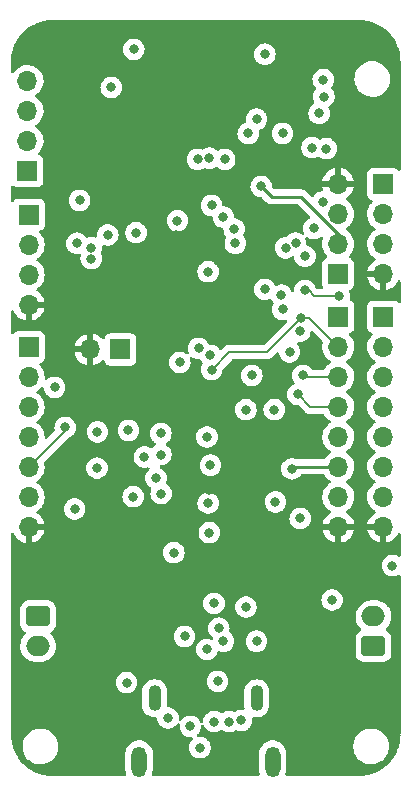
<source format=gbr>
%TF.GenerationSoftware,KiCad,Pcbnew,(6.0.5)*%
%TF.CreationDate,2022-07-28T11:09:16-06:00*%
%TF.ProjectId,transmitter,7472616e-736d-4697-9474-65722e6b6963,rev?*%
%TF.SameCoordinates,Original*%
%TF.FileFunction,Copper,L2,Inr*%
%TF.FilePolarity,Positive*%
%FSLAX46Y46*%
G04 Gerber Fmt 4.6, Leading zero omitted, Abs format (unit mm)*
G04 Created by KiCad (PCBNEW (6.0.5)) date 2022-07-28 11:09:16*
%MOMM*%
%LPD*%
G01*
G04 APERTURE LIST*
G04 Aperture macros list*
%AMRoundRect*
0 Rectangle with rounded corners*
0 $1 Rounding radius*
0 $2 $3 $4 $5 $6 $7 $8 $9 X,Y pos of 4 corners*
0 Add a 4 corners polygon primitive as box body*
4,1,4,$2,$3,$4,$5,$6,$7,$8,$9,$2,$3,0*
0 Add four circle primitives for the rounded corners*
1,1,$1+$1,$2,$3*
1,1,$1+$1,$4,$5*
1,1,$1+$1,$6,$7*
1,1,$1+$1,$8,$9*
0 Add four rect primitives between the rounded corners*
20,1,$1+$1,$2,$3,$4,$5,0*
20,1,$1+$1,$4,$5,$6,$7,0*
20,1,$1+$1,$6,$7,$8,$9,0*
20,1,$1+$1,$8,$9,$2,$3,0*%
G04 Aperture macros list end*
%TA.AperFunction,ComponentPad*%
%ADD10R,1.700000X1.700000*%
%TD*%
%TA.AperFunction,ComponentPad*%
%ADD11O,1.700000X1.700000*%
%TD*%
%TA.AperFunction,ComponentPad*%
%ADD12RoundRect,0.250000X-0.750000X0.600000X-0.750000X-0.600000X0.750000X-0.600000X0.750000X0.600000X0*%
%TD*%
%TA.AperFunction,ComponentPad*%
%ADD13O,2.000000X1.700000*%
%TD*%
%TA.AperFunction,ComponentPad*%
%ADD14O,1.100000X2.200000*%
%TD*%
%TA.AperFunction,ComponentPad*%
%ADD15O,1.300000X2.600000*%
%TD*%
%TA.AperFunction,ComponentPad*%
%ADD16RoundRect,0.250000X0.750000X-0.600000X0.750000X0.600000X-0.750000X0.600000X-0.750000X-0.600000X0*%
%TD*%
%TA.AperFunction,ViaPad*%
%ADD17C,0.800000*%
%TD*%
%TA.AperFunction,Conductor*%
%ADD18C,0.200000*%
%TD*%
%TA.AperFunction,Conductor*%
%ADD19C,0.250000*%
%TD*%
G04 APERTURE END LIST*
D10*
%TO.N,GND*%
%TO.C,J5*%
X134000000Y-102200000D03*
D11*
%TO.N,/MISO*%
X134000000Y-104740000D03*
%TO.N,/MOSI*%
X134000000Y-107280000D03*
%TO.N,/SCK*%
X134000000Y-109820000D03*
%TO.N,/CS1*%
X134000000Y-112360000D03*
%TO.N,/CS*%
X134000000Y-114900000D03*
%TO.N,+3V3*%
X134000000Y-117440000D03*
%TD*%
D10*
%TO.N,GND*%
%TO.C,J11*%
X164025000Y-99625000D03*
D11*
%TO.N,/MISO*%
X164025000Y-102165000D03*
%TO.N,/MOSI*%
X164025000Y-104705000D03*
%TO.N,/SCK*%
X164025000Y-107245000D03*
%TO.N,/RST*%
X164025000Y-109785000D03*
%TO.N,/CS3*%
X164025000Y-112325000D03*
%TO.N,/IRQ*%
X164025000Y-114865000D03*
%TO.N,+3V3*%
X164025000Y-117405000D03*
%TD*%
D10*
%TO.N,GND*%
%TO.C,J8*%
X134000000Y-90980000D03*
D11*
%TO.N,/TX*%
X134000000Y-93520000D03*
%TO.N,/RX*%
X134000000Y-96060000D03*
%TO.N,+3V3*%
X134000000Y-98600000D03*
%TD*%
D10*
%TO.N,GND*%
%TO.C,J7*%
X164025000Y-88400000D03*
D11*
%TO.N,/SCL*%
X164025000Y-90940000D03*
%TO.N,/SDA*%
X164025000Y-93480000D03*
%TO.N,+3V3*%
X164025000Y-96020000D03*
%TD*%
D10*
%TO.N,GND*%
%TO.C,J6*%
X160200000Y-96000000D03*
D11*
%TO.N,/SWCLK*%
X160200000Y-93460000D03*
%TO.N,/SWDIO*%
X160200000Y-90920000D03*
%TO.N,+3V3*%
X160200000Y-88380000D03*
%TD*%
D10*
%TO.N,GND*%
%TO.C,J3*%
X160225000Y-99625000D03*
D11*
%TO.N,/MISO*%
X160225000Y-102165000D03*
%TO.N,/MOSI*%
X160225000Y-104705000D03*
%TO.N,/SCK*%
X160225000Y-107245000D03*
%TO.N,/CS2*%
X160225000Y-109785000D03*
%TO.N,/SDA*%
X160225000Y-112325000D03*
%TO.N,/SCL*%
X160225000Y-114865000D03*
%TO.N,+3V3*%
X160225000Y-117405000D03*
%TD*%
D10*
%TO.N,/MCU/GPIO4*%
%TO.C,J2*%
X133900000Y-87300000D03*
D11*
%TO.N,/MCU/GPIO3*%
X133900000Y-84760000D03*
%TO.N,/MCU/GPIO2*%
X133900000Y-82220000D03*
%TO.N,/MCU/GPIO1*%
X133900000Y-79680000D03*
%TD*%
D12*
%TO.N,GND*%
%TO.C,J9*%
X134800000Y-125000000D03*
D13*
%TO.N,Net-(D2-Pad2)*%
X134800000Y-127500000D03*
%TD*%
D14*
%TO.N,unconnected-(J10-PadS1)*%
%TO.C,J10*%
X144680000Y-131940000D03*
X153320000Y-131940000D03*
D15*
X143350000Y-137300000D03*
X154650000Y-137300000D03*
%TD*%
D10*
%TO.N,/~{THERM}*%
%TO.C,J4*%
X141775000Y-102400000D03*
D11*
%TO.N,+3V3*%
X139235000Y-102400000D03*
%TD*%
D16*
%TO.N,GND*%
%TO.C,J1*%
X163200000Y-127500000D03*
D13*
%TO.N,/VBAT*%
X163200000Y-125000000D03*
%TD*%
D17*
%TO.N,GND*%
X155500000Y-84100000D03*
X149500000Y-90200000D03*
X138325000Y-89775000D03*
X137900000Y-115900000D03*
X149200000Y-95800000D03*
X146600000Y-91500000D03*
X159000000Y-81000000D03*
X149100000Y-127800000D03*
X152400000Y-107500000D03*
X149400000Y-112200000D03*
X153300000Y-82900000D03*
X158900000Y-89900000D03*
X145200000Y-109500000D03*
X159200000Y-85400000D03*
X146800000Y-103500000D03*
X142850000Y-114862500D03*
X164800000Y-120700000D03*
X148400000Y-102300000D03*
X154900000Y-115300000D03*
X145800000Y-133600000D03*
X149200000Y-115400000D03*
X158950000Y-79550000D03*
X155500000Y-84100000D03*
X154000000Y-77400000D03*
X150500000Y-91200000D03*
X147200000Y-126700000D03*
X148500000Y-136100000D03*
X153300000Y-127100000D03*
X152000000Y-133800000D03*
X146300000Y-119600000D03*
X152600000Y-84100000D03*
X159700000Y-123600000D03*
X139789355Y-112439442D03*
%TO.N,Net-(C3-Pad1)*%
X152900000Y-104600000D03*
X150600000Y-86300000D03*
%TO.N,Net-(C4-Pad2)*%
X148300000Y-86300000D03*
%TO.N,Net-(C5-Pad2)*%
X149300000Y-86200000D03*
%TO.N,+3V3*%
X149300000Y-114300000D03*
X151900000Y-90100000D03*
X154800000Y-104100000D03*
X154300000Y-114200000D03*
X154000000Y-81300000D03*
X146500000Y-92700000D03*
X158900000Y-83900000D03*
X145200000Y-106100000D03*
X146800000Y-100600000D03*
X146800000Y-100600000D03*
%TO.N,/LiPo/SOUT*%
X149300000Y-117900000D03*
X149700000Y-123900000D03*
%TO.N,/Regulators/+5V_reg*%
X152400000Y-124200000D03*
X157000000Y-116700000D03*
%TO.N,Net-(D2-Pad2)*%
X142300000Y-130600000D03*
%TO.N,Net-(D6-Pad2)*%
X147700000Y-134300000D03*
X151000000Y-133900000D03*
%TO.N,/MISO*%
X157100000Y-99700000D03*
X149500000Y-104100000D03*
%TO.N,/MOSI*%
X157226500Y-104600000D03*
X149400000Y-102900000D03*
%TO.N,/SCK*%
X149100000Y-109800000D03*
X156950000Y-100850000D03*
X154800000Y-107500000D03*
X156800000Y-106200000D03*
%TO.N,/SDA*%
X158000000Y-85300000D03*
X156300000Y-112500000D03*
X157400000Y-94500000D03*
%TO.N,/SCL*%
X158150000Y-92150000D03*
%TO.N,/CS1*%
X137100000Y-109000000D03*
X140700000Y-92700000D03*
%TO.N,/CS*%
X136200000Y-105600000D03*
X138100000Y-93400000D03*
%TO.N,/SWCLK*%
X153700000Y-88600000D03*
%TO.N,/D+*%
X150500000Y-127100000D03*
X151400000Y-92200000D03*
%TO.N,/D-*%
X151500000Y-93400000D03*
X150000000Y-130500000D03*
%TO.N,Net-(J10-PadB5)*%
X149700000Y-133900000D03*
%TO.N,/MCU/VDIV*%
X143100000Y-92500000D03*
X150100000Y-126000000D03*
%TO.N,/PGOOD*%
X142450000Y-109250000D03*
X145230500Y-114600000D03*
X139300000Y-94700000D03*
X145200000Y-111300000D03*
%TO.N,/CHG*%
X139300000Y-93773497D03*
X144790631Y-113278869D03*
X139825000Y-109375000D03*
X143800000Y-111500000D03*
%TO.N,/LEDs/G_a*%
X141000000Y-80200000D03*
X154000000Y-97300000D03*
%TO.N,/LEDs/B_a*%
X155400000Y-97800000D03*
X142900000Y-77000000D03*
%TO.N,/CS3*%
X157400000Y-97400000D03*
X160300000Y-97900000D03*
X155761695Y-93794527D03*
%TO.N,/IRQ*%
X155500000Y-99000000D03*
X156100000Y-102600000D03*
%TO.N,/Barometer/INTB*%
X156600000Y-93400000D03*
X158600000Y-82400000D03*
%TD*%
D18*
%TO.N,/MISO*%
X157760000Y-99700000D02*
X160225000Y-102165000D01*
X149500000Y-104100000D02*
X150973489Y-102626511D01*
X150973489Y-102626511D02*
X154173489Y-102626511D01*
X157100000Y-99700000D02*
X157760000Y-99700000D01*
X154173489Y-102626511D02*
X157100000Y-99700000D01*
%TO.N,/MOSI*%
X157226500Y-104600000D02*
X157331500Y-104705000D01*
X157331500Y-104705000D02*
X160225000Y-104705000D01*
%TO.N,/SCK*%
X157845000Y-107245000D02*
X160225000Y-107245000D01*
X156800000Y-106200000D02*
X157845000Y-107245000D01*
D19*
%TO.N,/SDA*%
X156475000Y-112325000D02*
X160225000Y-112325000D01*
X156300000Y-112500000D02*
X156475000Y-112325000D01*
D18*
%TO.N,/CS1*%
X137100000Y-109285000D02*
X134025000Y-112360000D01*
X137100000Y-109000000D02*
X137100000Y-109285000D01*
D19*
%TO.N,/SWCLK*%
X154581511Y-89481511D02*
X157081511Y-89481511D01*
X160300000Y-92700000D02*
X160300000Y-93460000D01*
X157081511Y-89481511D02*
X160300000Y-92700000D01*
X153700000Y-88600000D02*
X154581511Y-89481511D01*
D18*
%TO.N,/CS3*%
X158200000Y-97900000D02*
X157700000Y-97400000D01*
X160300000Y-97900000D02*
X158200000Y-97900000D01*
X157700000Y-97400000D02*
X157400000Y-97400000D01*
%TD*%
%TA.AperFunction,Conductor*%
%TO.N,+3V3*%
G36*
X161970018Y-74510000D02*
G01*
X161984852Y-74512310D01*
X161984855Y-74512310D01*
X161993724Y-74513691D01*
X162002627Y-74512527D01*
X162002628Y-74512527D01*
X162013076Y-74511161D01*
X162035594Y-74510249D01*
X162336051Y-74525010D01*
X162348345Y-74526221D01*
X162675034Y-74574680D01*
X162687156Y-74577090D01*
X162781196Y-74600646D01*
X163007523Y-74657339D01*
X163019355Y-74660928D01*
X163330311Y-74772190D01*
X163341735Y-74776922D01*
X163409500Y-74808972D01*
X163640292Y-74918128D01*
X163651188Y-74923953D01*
X163792101Y-75008412D01*
X163934467Y-75093744D01*
X163944748Y-75100614D01*
X164210017Y-75297350D01*
X164219556Y-75305177D01*
X164464282Y-75526985D01*
X164473015Y-75535718D01*
X164694823Y-75780444D01*
X164702650Y-75789983D01*
X164846901Y-75984483D01*
X164899386Y-76055252D01*
X164906256Y-76065533D01*
X165076045Y-76348807D01*
X165081874Y-76359712D01*
X165223078Y-76658265D01*
X165227810Y-76669689D01*
X165339072Y-76980645D01*
X165342661Y-76992477D01*
X165422909Y-77312841D01*
X165425320Y-77324966D01*
X165464624Y-77589928D01*
X165473779Y-77651650D01*
X165474990Y-77663949D01*
X165487006Y-77908500D01*
X165489390Y-77957034D01*
X165488042Y-77982598D01*
X165486309Y-77993724D01*
X165487474Y-78002630D01*
X165490436Y-78025283D01*
X165491500Y-78041621D01*
X165491500Y-87146417D01*
X165471498Y-87214538D01*
X165417842Y-87261031D01*
X165347568Y-87271135D01*
X165282988Y-87241641D01*
X165264674Y-87221982D01*
X165243642Y-87193919D01*
X165238261Y-87186739D01*
X165121705Y-87099385D01*
X164985316Y-87048255D01*
X164923134Y-87041500D01*
X163126866Y-87041500D01*
X163064684Y-87048255D01*
X162928295Y-87099385D01*
X162811739Y-87186739D01*
X162724385Y-87303295D01*
X162673255Y-87439684D01*
X162666500Y-87501866D01*
X162666500Y-89298134D01*
X162673255Y-89360316D01*
X162724385Y-89496705D01*
X162811739Y-89613261D01*
X162928295Y-89700615D01*
X162936704Y-89703767D01*
X162936705Y-89703768D01*
X163045451Y-89744535D01*
X163102216Y-89787176D01*
X163126916Y-89853738D01*
X163111709Y-89923087D01*
X163092316Y-89949568D01*
X163032051Y-90012632D01*
X162965629Y-90082138D01*
X162962715Y-90086410D01*
X162962714Y-90086411D01*
X162940831Y-90118491D01*
X162839743Y-90266680D01*
X162818732Y-90311944D01*
X162752855Y-90453866D01*
X162745688Y-90469305D01*
X162685989Y-90684570D01*
X162662251Y-90906695D01*
X162662548Y-90911848D01*
X162662548Y-90911851D01*
X162674707Y-91122721D01*
X162675110Y-91129715D01*
X162676247Y-91134761D01*
X162676248Y-91134767D01*
X162695757Y-91221330D01*
X162724222Y-91347639D01*
X162754340Y-91421811D01*
X162796665Y-91526045D01*
X162808266Y-91554616D01*
X162855200Y-91631206D01*
X162901155Y-91706197D01*
X162924987Y-91745088D01*
X163071250Y-91913938D01*
X163243126Y-92056632D01*
X163292720Y-92085612D01*
X163316445Y-92099476D01*
X163365169Y-92151114D01*
X163378240Y-92220897D01*
X163351509Y-92286669D01*
X163311055Y-92320027D01*
X163303988Y-92323706D01*
X163298607Y-92326507D01*
X163294474Y-92329610D01*
X163294471Y-92329612D01*
X163189402Y-92408500D01*
X163119965Y-92460635D01*
X163116393Y-92464373D01*
X162980863Y-92606197D01*
X162965629Y-92622138D01*
X162962715Y-92626410D01*
X162962714Y-92626411D01*
X162894748Y-92726045D01*
X162839743Y-92806680D01*
X162809629Y-92871556D01*
X162748425Y-93003409D01*
X162745688Y-93009305D01*
X162685989Y-93224570D01*
X162662251Y-93446695D01*
X162662548Y-93451848D01*
X162662548Y-93451851D01*
X162671501Y-93607128D01*
X162675110Y-93669715D01*
X162676247Y-93674761D01*
X162676248Y-93674767D01*
X162696645Y-93765271D01*
X162724222Y-93887639D01*
X162762461Y-93981811D01*
X162801871Y-94078866D01*
X162808266Y-94094616D01*
X162849606Y-94162077D01*
X162913357Y-94266109D01*
X162924987Y-94285088D01*
X163071250Y-94453938D01*
X163243126Y-94596632D01*
X163275721Y-94615679D01*
X163316955Y-94639774D01*
X163365679Y-94691412D01*
X163378750Y-94761195D01*
X163352019Y-94826967D01*
X163311562Y-94860327D01*
X163303457Y-94864546D01*
X163294738Y-94870036D01*
X163124433Y-94997905D01*
X163116726Y-95004748D01*
X162969590Y-95158717D01*
X162963104Y-95166727D01*
X162843098Y-95342649D01*
X162838000Y-95351623D01*
X162748338Y-95544783D01*
X162744775Y-95554470D01*
X162689389Y-95754183D01*
X162690912Y-95762607D01*
X162703292Y-95766000D01*
X164153000Y-95766000D01*
X164221121Y-95786002D01*
X164267614Y-95839658D01*
X164279000Y-95892000D01*
X164279000Y-97338517D01*
X164283064Y-97352359D01*
X164296478Y-97354393D01*
X164303184Y-97353534D01*
X164313262Y-97351392D01*
X164517255Y-97290191D01*
X164526842Y-97286433D01*
X164718095Y-97192739D01*
X164726945Y-97187464D01*
X164900328Y-97063792D01*
X164908200Y-97057139D01*
X165059052Y-96906812D01*
X165065730Y-96898965D01*
X165190003Y-96726020D01*
X165195313Y-96717183D01*
X165252543Y-96601388D01*
X165300657Y-96549181D01*
X165369358Y-96531274D01*
X165436834Y-96553353D01*
X165481663Y-96608407D01*
X165491500Y-96657215D01*
X165491500Y-98371417D01*
X165471498Y-98439538D01*
X165417842Y-98486031D01*
X165347568Y-98496135D01*
X165282988Y-98466641D01*
X165264674Y-98446982D01*
X165243642Y-98418919D01*
X165238261Y-98411739D01*
X165121705Y-98324385D01*
X164985316Y-98273255D01*
X164923134Y-98266500D01*
X163126866Y-98266500D01*
X163064684Y-98273255D01*
X162928295Y-98324385D01*
X162811739Y-98411739D01*
X162724385Y-98528295D01*
X162673255Y-98664684D01*
X162666500Y-98726866D01*
X162666500Y-100523134D01*
X162673255Y-100585316D01*
X162724385Y-100721705D01*
X162811739Y-100838261D01*
X162928295Y-100925615D01*
X162936704Y-100928767D01*
X162936705Y-100928768D01*
X163045451Y-100969535D01*
X163102216Y-101012176D01*
X163126916Y-101078738D01*
X163111709Y-101148087D01*
X163092316Y-101174568D01*
X162976169Y-101296109D01*
X162965629Y-101307138D01*
X162962715Y-101311410D01*
X162962714Y-101311411D01*
X162950409Y-101329450D01*
X162839743Y-101491680D01*
X162745688Y-101694305D01*
X162685989Y-101909570D01*
X162662251Y-102131695D01*
X162662548Y-102136848D01*
X162662548Y-102136851D01*
X162667829Y-102228444D01*
X162675110Y-102354715D01*
X162676247Y-102359761D01*
X162676248Y-102359767D01*
X162687585Y-102410072D01*
X162724222Y-102572639D01*
X162808266Y-102779616D01*
X162924987Y-102970088D01*
X163071250Y-103138938D01*
X163243126Y-103281632D01*
X163303027Y-103316635D01*
X163316445Y-103324476D01*
X163365169Y-103376114D01*
X163378240Y-103445897D01*
X163351509Y-103511669D01*
X163311055Y-103545027D01*
X163298607Y-103551507D01*
X163294474Y-103554610D01*
X163294471Y-103554612D01*
X163124100Y-103682530D01*
X163119965Y-103685635D01*
X163074192Y-103733534D01*
X162998479Y-103812763D01*
X162965629Y-103847138D01*
X162962715Y-103851410D01*
X162962714Y-103851411D01*
X162950404Y-103869457D01*
X162839743Y-104031680D01*
X162809961Y-104095840D01*
X162748409Y-104228444D01*
X162745688Y-104234305D01*
X162685989Y-104449570D01*
X162662251Y-104671695D01*
X162662548Y-104676848D01*
X162662548Y-104676851D01*
X162674679Y-104887237D01*
X162675110Y-104894715D01*
X162676247Y-104899761D01*
X162676248Y-104899767D01*
X162692114Y-104970166D01*
X162724222Y-105112639D01*
X162762461Y-105206811D01*
X162805783Y-105313500D01*
X162808266Y-105319616D01*
X162829714Y-105354616D01*
X162922291Y-105505688D01*
X162924987Y-105510088D01*
X163071250Y-105678938D01*
X163243126Y-105821632D01*
X163265539Y-105834729D01*
X163316445Y-105864476D01*
X163365169Y-105916114D01*
X163378240Y-105985897D01*
X163351509Y-106051669D01*
X163311055Y-106085027D01*
X163298607Y-106091507D01*
X163294474Y-106094610D01*
X163294471Y-106094612D01*
X163124100Y-106222530D01*
X163119965Y-106225635D01*
X163116393Y-106229373D01*
X162969235Y-106383365D01*
X162965629Y-106387138D01*
X162839743Y-106571680D01*
X162812749Y-106629834D01*
X162765685Y-106731226D01*
X162745688Y-106774305D01*
X162685989Y-106989570D01*
X162662251Y-107211695D01*
X162662548Y-107216848D01*
X162662548Y-107216851D01*
X162667923Y-107310072D01*
X162675110Y-107434715D01*
X162676247Y-107439761D01*
X162676248Y-107439767D01*
X162688343Y-107493435D01*
X162724222Y-107652639D01*
X162774033Y-107775310D01*
X162805783Y-107853500D01*
X162808266Y-107859616D01*
X162829714Y-107894616D01*
X162922291Y-108045688D01*
X162924987Y-108050088D01*
X163071250Y-108218938D01*
X163243126Y-108361632D01*
X163274275Y-108379834D01*
X163316445Y-108404476D01*
X163365169Y-108456114D01*
X163378240Y-108525897D01*
X163351509Y-108591669D01*
X163311055Y-108625027D01*
X163298607Y-108631507D01*
X163294474Y-108634610D01*
X163294471Y-108634612D01*
X163182378Y-108718774D01*
X163119965Y-108765635D01*
X162965629Y-108927138D01*
X162839743Y-109111680D01*
X162825483Y-109142401D01*
X162758555Y-109286586D01*
X162745688Y-109314305D01*
X162685989Y-109529570D01*
X162685440Y-109534707D01*
X162676685Y-109616635D01*
X162662251Y-109751695D01*
X162662548Y-109756848D01*
X162662548Y-109756851D01*
X162668898Y-109866985D01*
X162675110Y-109974715D01*
X162676247Y-109979761D01*
X162676248Y-109979767D01*
X162687845Y-110031226D01*
X162724222Y-110192639D01*
X162764210Y-110291118D01*
X162795751Y-110368794D01*
X162808266Y-110399616D01*
X162924987Y-110590088D01*
X163071250Y-110758938D01*
X163243126Y-110901632D01*
X163297366Y-110933327D01*
X163316445Y-110944476D01*
X163365169Y-110996114D01*
X163378240Y-111065897D01*
X163351509Y-111131669D01*
X163311055Y-111165027D01*
X163298607Y-111171507D01*
X163294474Y-111174610D01*
X163294471Y-111174612D01*
X163127470Y-111300000D01*
X163119965Y-111305635D01*
X162965629Y-111467138D01*
X162839743Y-111651680D01*
X162824339Y-111684866D01*
X162753747Y-111836944D01*
X162745688Y-111854305D01*
X162685989Y-112069570D01*
X162662251Y-112291695D01*
X162662548Y-112296848D01*
X162662548Y-112296851D01*
X162669170Y-112411702D01*
X162675110Y-112514715D01*
X162676247Y-112519761D01*
X162676248Y-112519767D01*
X162696119Y-112607939D01*
X162724222Y-112732639D01*
X162808266Y-112939616D01*
X162827295Y-112970668D01*
X162922291Y-113125688D01*
X162924987Y-113130088D01*
X163071250Y-113298938D01*
X163243126Y-113441632D01*
X163289614Y-113468797D01*
X163316445Y-113484476D01*
X163365169Y-113536114D01*
X163378240Y-113605897D01*
X163351509Y-113671669D01*
X163311055Y-113705027D01*
X163298607Y-113711507D01*
X163294474Y-113714610D01*
X163294471Y-113714612D01*
X163163746Y-113812763D01*
X163119965Y-113845635D01*
X162965629Y-114007138D01*
X162839743Y-114191680D01*
X162745688Y-114394305D01*
X162685989Y-114609570D01*
X162662251Y-114831695D01*
X162662548Y-114836848D01*
X162662548Y-114836851D01*
X162673909Y-115033891D01*
X162675110Y-115054715D01*
X162676247Y-115059761D01*
X162676248Y-115059767D01*
X162686712Y-115106197D01*
X162724222Y-115272639D01*
X162762461Y-115366811D01*
X162803872Y-115468794D01*
X162808266Y-115479616D01*
X162829714Y-115514616D01*
X162916540Y-115656303D01*
X162924987Y-115670088D01*
X163071250Y-115838938D01*
X163243126Y-115981632D01*
X163297366Y-116013327D01*
X163316955Y-116024774D01*
X163365679Y-116076412D01*
X163378750Y-116146195D01*
X163352019Y-116211967D01*
X163311562Y-116245327D01*
X163303457Y-116249546D01*
X163294738Y-116255036D01*
X163124433Y-116382905D01*
X163116726Y-116389748D01*
X162969590Y-116543717D01*
X162963104Y-116551727D01*
X162843098Y-116727649D01*
X162838000Y-116736623D01*
X162748338Y-116929783D01*
X162744775Y-116939470D01*
X162689389Y-117139183D01*
X162690912Y-117147607D01*
X162703292Y-117151000D01*
X164153000Y-117151000D01*
X164221121Y-117171002D01*
X164267614Y-117224658D01*
X164279000Y-117277000D01*
X164279000Y-118723517D01*
X164283064Y-118737359D01*
X164296478Y-118739393D01*
X164303184Y-118738534D01*
X164313262Y-118736392D01*
X164517255Y-118675191D01*
X164526842Y-118671433D01*
X164718095Y-118577739D01*
X164726945Y-118572464D01*
X164900328Y-118448792D01*
X164908200Y-118442139D01*
X165059052Y-118291812D01*
X165065730Y-118283965D01*
X165190003Y-118111020D01*
X165195313Y-118102183D01*
X165252543Y-117986388D01*
X165300657Y-117934181D01*
X165369358Y-117916274D01*
X165436834Y-117938353D01*
X165481663Y-117993407D01*
X165491500Y-118042215D01*
X165491500Y-119832148D01*
X165471498Y-119900269D01*
X165417842Y-119946762D01*
X165347568Y-119956866D01*
X165291441Y-119934085D01*
X165256752Y-119908882D01*
X165250724Y-119906198D01*
X165250722Y-119906197D01*
X165088319Y-119833891D01*
X165088318Y-119833891D01*
X165082288Y-119831206D01*
X164988888Y-119811353D01*
X164901944Y-119792872D01*
X164901939Y-119792872D01*
X164895487Y-119791500D01*
X164704513Y-119791500D01*
X164698061Y-119792872D01*
X164698056Y-119792872D01*
X164611112Y-119811353D01*
X164517712Y-119831206D01*
X164511682Y-119833891D01*
X164511681Y-119833891D01*
X164349278Y-119906197D01*
X164349276Y-119906198D01*
X164343248Y-119908882D01*
X164337907Y-119912762D01*
X164337906Y-119912763D01*
X164291111Y-119946762D01*
X164188747Y-120021134D01*
X164060960Y-120163056D01*
X163965473Y-120328444D01*
X163906458Y-120510072D01*
X163886496Y-120700000D01*
X163906458Y-120889928D01*
X163965473Y-121071556D01*
X164060960Y-121236944D01*
X164188747Y-121378866D01*
X164275723Y-121442058D01*
X164308561Y-121465916D01*
X164343248Y-121491118D01*
X164349276Y-121493802D01*
X164349278Y-121493803D01*
X164383526Y-121509051D01*
X164517712Y-121568794D01*
X164611112Y-121588647D01*
X164698056Y-121607128D01*
X164698061Y-121607128D01*
X164704513Y-121608500D01*
X164895487Y-121608500D01*
X164901939Y-121607128D01*
X164901944Y-121607128D01*
X164988888Y-121588647D01*
X165082288Y-121568794D01*
X165216474Y-121509051D01*
X165250722Y-121493803D01*
X165250724Y-121493802D01*
X165256752Y-121491118D01*
X165291441Y-121465915D01*
X165358306Y-121442058D01*
X165427457Y-121458138D01*
X165476938Y-121509051D01*
X165491500Y-121567852D01*
X165491500Y-134950633D01*
X165490000Y-134970018D01*
X165488018Y-134982749D01*
X165486309Y-134993724D01*
X165487473Y-135002627D01*
X165487473Y-135002628D01*
X165488839Y-135013076D01*
X165489751Y-135035594D01*
X165476135Y-135312763D01*
X165474991Y-135336045D01*
X165473779Y-135348345D01*
X165440500Y-135572702D01*
X165425321Y-135675031D01*
X165422910Y-135687156D01*
X165411955Y-135730888D01*
X165342661Y-136007523D01*
X165339072Y-136019355D01*
X165227810Y-136330311D01*
X165223078Y-136341735D01*
X165177560Y-136437976D01*
X165083456Y-136636944D01*
X165081874Y-136640288D01*
X165076045Y-136651193D01*
X164906256Y-136934467D01*
X164899386Y-136944748D01*
X164880535Y-136970166D01*
X164702650Y-137210017D01*
X164694823Y-137219556D01*
X164545381Y-137384439D01*
X164473020Y-137464277D01*
X164464282Y-137473015D01*
X164219556Y-137694823D01*
X164210017Y-137702650D01*
X164015517Y-137846901D01*
X163944748Y-137899386D01*
X163934467Y-137906256D01*
X163792101Y-137991588D01*
X163651188Y-138076047D01*
X163640292Y-138081872D01*
X163505870Y-138145448D01*
X163341735Y-138223078D01*
X163330311Y-138227810D01*
X163019355Y-138339072D01*
X163007523Y-138342661D01*
X162781196Y-138399354D01*
X162687156Y-138422910D01*
X162675034Y-138425320D01*
X162348345Y-138473779D01*
X162336051Y-138474990D01*
X162042961Y-138489390D01*
X162017402Y-138488042D01*
X162006276Y-138486309D01*
X161974714Y-138490436D01*
X161958379Y-138491500D01*
X155866068Y-138491500D01*
X155797947Y-138471498D01*
X155751454Y-138417842D01*
X155741350Y-138347568D01*
X155745733Y-138328146D01*
X155788039Y-138191898D01*
X155808500Y-138019018D01*
X155808500Y-136595987D01*
X155800632Y-136510355D01*
X155794510Y-136443730D01*
X155794509Y-136443727D01*
X155793981Y-136437976D01*
X155792302Y-136432022D01*
X155737754Y-136238611D01*
X155737753Y-136238609D01*
X155736186Y-136233052D01*
X155714798Y-136189680D01*
X155647304Y-136052817D01*
X161487514Y-136052817D01*
X161488095Y-136057837D01*
X161488095Y-136057841D01*
X161514190Y-136283365D01*
X161515415Y-136293956D01*
X161516791Y-136298820D01*
X161516792Y-136298823D01*
X161554595Y-136432416D01*
X161581510Y-136527532D01*
X161583644Y-136532108D01*
X161583646Y-136532114D01*
X161640446Y-136653922D01*
X161684099Y-136747536D01*
X161820544Y-136948307D01*
X161987332Y-137124681D01*
X161991358Y-137127759D01*
X161991359Y-137127760D01*
X162176154Y-137269047D01*
X162176158Y-137269050D01*
X162180174Y-137272120D01*
X162394109Y-137386831D01*
X162623631Y-137465862D01*
X162722978Y-137483022D01*
X162858926Y-137506504D01*
X162858932Y-137506505D01*
X162862836Y-137507179D01*
X162866797Y-137507359D01*
X162866798Y-137507359D01*
X162890506Y-137508436D01*
X162890525Y-137508436D01*
X162891925Y-137508500D01*
X163061001Y-137508500D01*
X163063509Y-137508298D01*
X163063514Y-137508298D01*
X163236924Y-137494346D01*
X163236929Y-137494345D01*
X163241965Y-137493940D01*
X163246873Y-137492734D01*
X163246876Y-137492734D01*
X163472792Y-137437244D01*
X163477706Y-137436037D01*
X163482358Y-137434062D01*
X163482362Y-137434061D01*
X163696498Y-137343165D01*
X163701156Y-137341188D01*
X163807037Y-137274511D01*
X163902288Y-137214528D01*
X163902291Y-137214526D01*
X163906567Y-137211833D01*
X164005422Y-137124681D01*
X164084858Y-137054650D01*
X164084861Y-137054647D01*
X164088655Y-137051302D01*
X164124940Y-137007128D01*
X164239526Y-136867628D01*
X164239528Y-136867625D01*
X164242734Y-136863722D01*
X164364841Y-136653922D01*
X164415224Y-136522669D01*
X164450020Y-136432022D01*
X164450021Y-136432018D01*
X164451833Y-136427298D01*
X164452868Y-136422345D01*
X164500440Y-136194631D01*
X164500440Y-136194627D01*
X164501474Y-136189680D01*
X164512486Y-135947183D01*
X164511905Y-135942159D01*
X164485167Y-135711071D01*
X164485166Y-135711067D01*
X164484585Y-135706044D01*
X164445517Y-135567978D01*
X164419866Y-135477331D01*
X164418490Y-135472468D01*
X164416356Y-135467892D01*
X164416354Y-135467886D01*
X164318038Y-135257046D01*
X164318036Y-135257042D01*
X164315901Y-135252464D01*
X164179456Y-135051693D01*
X164012668Y-134875319D01*
X163954997Y-134831226D01*
X163823846Y-134730953D01*
X163823842Y-134730950D01*
X163819826Y-134727880D01*
X163783683Y-134708500D01*
X163610352Y-134615561D01*
X163605891Y-134613169D01*
X163376369Y-134534138D01*
X163227938Y-134508500D01*
X163141074Y-134493496D01*
X163141068Y-134493495D01*
X163137164Y-134492821D01*
X163133203Y-134492641D01*
X163133202Y-134492641D01*
X163109494Y-134491564D01*
X163109475Y-134491564D01*
X163108075Y-134491500D01*
X162938999Y-134491500D01*
X162936491Y-134491702D01*
X162936486Y-134491702D01*
X162763076Y-134505654D01*
X162763071Y-134505655D01*
X162758035Y-134506060D01*
X162753127Y-134507266D01*
X162753124Y-134507266D01*
X162527208Y-134562756D01*
X162522294Y-134563963D01*
X162517642Y-134565938D01*
X162517638Y-134565939D01*
X162425061Y-134605236D01*
X162298844Y-134658812D01*
X162247543Y-134691118D01*
X162097712Y-134785472D01*
X162097709Y-134785474D01*
X162093433Y-134788167D01*
X162089639Y-134791512D01*
X161915142Y-134945350D01*
X161915139Y-134945353D01*
X161911345Y-134948698D01*
X161908135Y-134952606D01*
X161908134Y-134952607D01*
X161794361Y-135091118D01*
X161757266Y-135136278D01*
X161635159Y-135346078D01*
X161633346Y-135350801D01*
X161551870Y-135563056D01*
X161548167Y-135572702D01*
X161547133Y-135577652D01*
X161547132Y-135577655D01*
X161514318Y-135734729D01*
X161498526Y-135810320D01*
X161487514Y-136052817D01*
X155647304Y-136052817D01*
X155644570Y-136047273D01*
X155642015Y-136042092D01*
X155514622Y-135871491D01*
X155358271Y-135726963D01*
X155178201Y-135613347D01*
X154980441Y-135534449D01*
X154974781Y-135533323D01*
X154974777Y-135533322D01*
X154777282Y-135494038D01*
X154777280Y-135494038D01*
X154771615Y-135492911D01*
X154765840Y-135492835D01*
X154765836Y-135492835D01*
X154659161Y-135491439D01*
X154558716Y-135490124D01*
X154553019Y-135491103D01*
X154553018Y-135491103D01*
X154354564Y-135525203D01*
X154354561Y-135525204D01*
X154348874Y-135526181D01*
X154149116Y-135599875D01*
X153966134Y-135708739D01*
X153806054Y-135849125D01*
X153674238Y-136016333D01*
X153671549Y-136021444D01*
X153671547Y-136021447D01*
X153652399Y-136057841D01*
X153575100Y-136204762D01*
X153573386Y-136210283D01*
X153573384Y-136210287D01*
X153520494Y-136380623D01*
X153511961Y-136408102D01*
X153491500Y-136580982D01*
X153491500Y-138004013D01*
X153506019Y-138162024D01*
X153507587Y-138167583D01*
X153507587Y-138167584D01*
X153553760Y-138331298D01*
X153553000Y-138402291D01*
X153513979Y-138461602D01*
X153449086Y-138490402D01*
X153432491Y-138491500D01*
X144566068Y-138491500D01*
X144497947Y-138471498D01*
X144451454Y-138417842D01*
X144441350Y-138347568D01*
X144445733Y-138328146D01*
X144488039Y-138191898D01*
X144508500Y-138019018D01*
X144508500Y-136595987D01*
X144500632Y-136510355D01*
X144494510Y-136443730D01*
X144494509Y-136443727D01*
X144493981Y-136437976D01*
X144492302Y-136432022D01*
X144437754Y-136238611D01*
X144437753Y-136238609D01*
X144436186Y-136233052D01*
X144414798Y-136189680D01*
X144344570Y-136047273D01*
X144342015Y-136042092D01*
X144214622Y-135871491D01*
X144058271Y-135726963D01*
X143878201Y-135613347D01*
X143680441Y-135534449D01*
X143674781Y-135533323D01*
X143674777Y-135533322D01*
X143477282Y-135494038D01*
X143477280Y-135494038D01*
X143471615Y-135492911D01*
X143465840Y-135492835D01*
X143465836Y-135492835D01*
X143359161Y-135491439D01*
X143258716Y-135490124D01*
X143253019Y-135491103D01*
X143253018Y-135491103D01*
X143054564Y-135525203D01*
X143054561Y-135525204D01*
X143048874Y-135526181D01*
X142849116Y-135599875D01*
X142666134Y-135708739D01*
X142506054Y-135849125D01*
X142374238Y-136016333D01*
X142371549Y-136021444D01*
X142371547Y-136021447D01*
X142352399Y-136057841D01*
X142275100Y-136204762D01*
X142273386Y-136210283D01*
X142273384Y-136210287D01*
X142220494Y-136380623D01*
X142211961Y-136408102D01*
X142191500Y-136580982D01*
X142191500Y-138004013D01*
X142206019Y-138162024D01*
X142207587Y-138167583D01*
X142207587Y-138167584D01*
X142253760Y-138331298D01*
X142253000Y-138402291D01*
X142213979Y-138461602D01*
X142149086Y-138490402D01*
X142132491Y-138491500D01*
X136049367Y-138491500D01*
X136029982Y-138490000D01*
X136015148Y-138487690D01*
X136015145Y-138487690D01*
X136006276Y-138486309D01*
X135997373Y-138487473D01*
X135997372Y-138487473D01*
X135986924Y-138488839D01*
X135964406Y-138489751D01*
X135663949Y-138474990D01*
X135651655Y-138473779D01*
X135324966Y-138425320D01*
X135312844Y-138422910D01*
X135218804Y-138399354D01*
X134992477Y-138342661D01*
X134980645Y-138339072D01*
X134669689Y-138227810D01*
X134658265Y-138223078D01*
X134494130Y-138145448D01*
X134359708Y-138081872D01*
X134348812Y-138076047D01*
X134207899Y-137991588D01*
X134065533Y-137906256D01*
X134055252Y-137899386D01*
X133984483Y-137846901D01*
X133789983Y-137702650D01*
X133780444Y-137694823D01*
X133535718Y-137473015D01*
X133526980Y-137464277D01*
X133454619Y-137384439D01*
X133305177Y-137219556D01*
X133297350Y-137210017D01*
X133119465Y-136970166D01*
X133100614Y-136944748D01*
X133093744Y-136934467D01*
X132923955Y-136651193D01*
X132918126Y-136640288D01*
X132916545Y-136636944D01*
X132822440Y-136437976D01*
X132776922Y-136341735D01*
X132772190Y-136330311D01*
X132672901Y-136052817D01*
X133487514Y-136052817D01*
X133488095Y-136057837D01*
X133488095Y-136057841D01*
X133514190Y-136283365D01*
X133515415Y-136293956D01*
X133516791Y-136298820D01*
X133516792Y-136298823D01*
X133554595Y-136432416D01*
X133581510Y-136527532D01*
X133583644Y-136532108D01*
X133583646Y-136532114D01*
X133640446Y-136653922D01*
X133684099Y-136747536D01*
X133820544Y-136948307D01*
X133987332Y-137124681D01*
X133991358Y-137127759D01*
X133991359Y-137127760D01*
X134176154Y-137269047D01*
X134176158Y-137269050D01*
X134180174Y-137272120D01*
X134394109Y-137386831D01*
X134623631Y-137465862D01*
X134722978Y-137483022D01*
X134858926Y-137506504D01*
X134858932Y-137506505D01*
X134862836Y-137507179D01*
X134866797Y-137507359D01*
X134866798Y-137507359D01*
X134890506Y-137508436D01*
X134890525Y-137508436D01*
X134891925Y-137508500D01*
X135061001Y-137508500D01*
X135063509Y-137508298D01*
X135063514Y-137508298D01*
X135236924Y-137494346D01*
X135236929Y-137494345D01*
X135241965Y-137493940D01*
X135246873Y-137492734D01*
X135246876Y-137492734D01*
X135472792Y-137437244D01*
X135477706Y-137436037D01*
X135482358Y-137434062D01*
X135482362Y-137434061D01*
X135696498Y-137343165D01*
X135701156Y-137341188D01*
X135807037Y-137274511D01*
X135902288Y-137214528D01*
X135902291Y-137214526D01*
X135906567Y-137211833D01*
X136005422Y-137124681D01*
X136084858Y-137054650D01*
X136084861Y-137054647D01*
X136088655Y-137051302D01*
X136124940Y-137007128D01*
X136239526Y-136867628D01*
X136239528Y-136867625D01*
X136242734Y-136863722D01*
X136364841Y-136653922D01*
X136415224Y-136522669D01*
X136450020Y-136432022D01*
X136450021Y-136432018D01*
X136451833Y-136427298D01*
X136452868Y-136422345D01*
X136500440Y-136194631D01*
X136500440Y-136194627D01*
X136501474Y-136189680D01*
X136512486Y-135947183D01*
X136511905Y-135942159D01*
X136485167Y-135711071D01*
X136485166Y-135711067D01*
X136484585Y-135706044D01*
X136445517Y-135567978D01*
X136419866Y-135477331D01*
X136418490Y-135472468D01*
X136416356Y-135467892D01*
X136416354Y-135467886D01*
X136318038Y-135257046D01*
X136318036Y-135257042D01*
X136315901Y-135252464D01*
X136179456Y-135051693D01*
X136012668Y-134875319D01*
X135954997Y-134831226D01*
X135823846Y-134730953D01*
X135823842Y-134730950D01*
X135819826Y-134727880D01*
X135783683Y-134708500D01*
X135610352Y-134615561D01*
X135605891Y-134613169D01*
X135376369Y-134534138D01*
X135227938Y-134508500D01*
X135141074Y-134493496D01*
X135141068Y-134493495D01*
X135137164Y-134492821D01*
X135133203Y-134492641D01*
X135133202Y-134492641D01*
X135109494Y-134491564D01*
X135109475Y-134491564D01*
X135108075Y-134491500D01*
X134938999Y-134491500D01*
X134936491Y-134491702D01*
X134936486Y-134491702D01*
X134763076Y-134505654D01*
X134763071Y-134505655D01*
X134758035Y-134506060D01*
X134753127Y-134507266D01*
X134753124Y-134507266D01*
X134527208Y-134562756D01*
X134522294Y-134563963D01*
X134517642Y-134565938D01*
X134517638Y-134565939D01*
X134425061Y-134605236D01*
X134298844Y-134658812D01*
X134247543Y-134691118D01*
X134097712Y-134785472D01*
X134097709Y-134785474D01*
X134093433Y-134788167D01*
X134089639Y-134791512D01*
X133915142Y-134945350D01*
X133915139Y-134945353D01*
X133911345Y-134948698D01*
X133908135Y-134952606D01*
X133908134Y-134952607D01*
X133794361Y-135091118D01*
X133757266Y-135136278D01*
X133635159Y-135346078D01*
X133633346Y-135350801D01*
X133551870Y-135563056D01*
X133548167Y-135572702D01*
X133547133Y-135577652D01*
X133547132Y-135577655D01*
X133514318Y-135734729D01*
X133498526Y-135810320D01*
X133487514Y-136052817D01*
X132672901Y-136052817D01*
X132660928Y-136019355D01*
X132657339Y-136007523D01*
X132588045Y-135730888D01*
X132577090Y-135687156D01*
X132574679Y-135675031D01*
X132559500Y-135572702D01*
X132526220Y-135348343D01*
X132525009Y-135336045D01*
X132523866Y-135312763D01*
X132517792Y-135189123D01*
X132510795Y-135046695D01*
X132512387Y-135019619D01*
X132513576Y-135012552D01*
X132513729Y-135000000D01*
X132509773Y-134972376D01*
X132508500Y-134954514D01*
X132508500Y-132542237D01*
X143621500Y-132542237D01*
X143621800Y-132545293D01*
X143621800Y-132545300D01*
X143622564Y-132553087D01*
X143636635Y-132696592D01*
X143696632Y-132895315D01*
X143699527Y-132900760D01*
X143699528Y-132900762D01*
X143785823Y-133063056D01*
X143794087Y-133078599D01*
X143842917Y-133138471D01*
X143921390Y-133234689D01*
X143921393Y-133234692D01*
X143925285Y-133239464D01*
X143930033Y-133243392D01*
X143930034Y-133243393D01*
X144043514Y-133337272D01*
X144085230Y-133371783D01*
X144090647Y-133374712D01*
X144090650Y-133374714D01*
X144262410Y-133467584D01*
X144262415Y-133467586D01*
X144267830Y-133470514D01*
X144466129Y-133531898D01*
X144472254Y-133532542D01*
X144472255Y-133532542D01*
X144666446Y-133552952D01*
X144666448Y-133552952D01*
X144672575Y-133553596D01*
X144755896Y-133546013D01*
X144825549Y-133559758D01*
X144876714Y-133608979D01*
X144892626Y-133658324D01*
X144904235Y-133768774D01*
X144906458Y-133789928D01*
X144965473Y-133971556D01*
X145060960Y-134136944D01*
X145065378Y-134141851D01*
X145065379Y-134141852D01*
X145136971Y-134221363D01*
X145188747Y-134278866D01*
X145343248Y-134391118D01*
X145349276Y-134393802D01*
X145349278Y-134393803D01*
X145433332Y-134431226D01*
X145517712Y-134468794D01*
X145583365Y-134482749D01*
X145698056Y-134507128D01*
X145698061Y-134507128D01*
X145704513Y-134508500D01*
X145895487Y-134508500D01*
X145901939Y-134507128D01*
X145901944Y-134507128D01*
X146016635Y-134482749D01*
X146082288Y-134468794D01*
X146166668Y-134431226D01*
X146250722Y-134393803D01*
X146250724Y-134393802D01*
X146256752Y-134391118D01*
X146411253Y-134278866D01*
X146463029Y-134221363D01*
X146534621Y-134141852D01*
X146534622Y-134141851D01*
X146539040Y-134136944D01*
X146566131Y-134090021D01*
X146617514Y-134041028D01*
X146687228Y-134027593D01*
X146753139Y-134053980D01*
X146794320Y-134111813D01*
X146800560Y-134166191D01*
X146786496Y-134300000D01*
X146787186Y-134306565D01*
X146803955Y-134466109D01*
X146806458Y-134489928D01*
X146865473Y-134671556D01*
X146868776Y-134677278D01*
X146868777Y-134677279D01*
X146886803Y-134708500D01*
X146960960Y-134836944D01*
X146965378Y-134841851D01*
X146965379Y-134841852D01*
X147074900Y-134963487D01*
X147088747Y-134978866D01*
X147243248Y-135091118D01*
X147249276Y-135093802D01*
X147249278Y-135093803D01*
X147354490Y-135140646D01*
X147417712Y-135168794D01*
X147511112Y-135188647D01*
X147598056Y-135207128D01*
X147598061Y-135207128D01*
X147604513Y-135208500D01*
X147795487Y-135208500D01*
X147795487Y-135210877D01*
X147854666Y-135221708D01*
X147906506Y-135270217D01*
X147923891Y-135339052D01*
X147901301Y-135406359D01*
X147888469Y-135420884D01*
X147888747Y-135421134D01*
X147787733Y-135533322D01*
X147760960Y-135563056D01*
X147665473Y-135728444D01*
X147606458Y-135910072D01*
X147605768Y-135916633D01*
X147605768Y-135916635D01*
X147595584Y-136013529D01*
X147586496Y-136100000D01*
X147587186Y-136106565D01*
X147595391Y-136184627D01*
X147606458Y-136289928D01*
X147665473Y-136471556D01*
X147760960Y-136636944D01*
X147888747Y-136778866D01*
X148043248Y-136891118D01*
X148049276Y-136893802D01*
X148049278Y-136893803D01*
X148171697Y-136948307D01*
X148217712Y-136968794D01*
X148311112Y-136988647D01*
X148398056Y-137007128D01*
X148398061Y-137007128D01*
X148404513Y-137008500D01*
X148595487Y-137008500D01*
X148601939Y-137007128D01*
X148601944Y-137007128D01*
X148688888Y-136988647D01*
X148782288Y-136968794D01*
X148828303Y-136948307D01*
X148950722Y-136893803D01*
X148950724Y-136893802D01*
X148956752Y-136891118D01*
X149111253Y-136778866D01*
X149239040Y-136636944D01*
X149334527Y-136471556D01*
X149393542Y-136289928D01*
X149404610Y-136184627D01*
X149412814Y-136106565D01*
X149413504Y-136100000D01*
X149404416Y-136013529D01*
X149394232Y-135916635D01*
X149394232Y-135916633D01*
X149393542Y-135910072D01*
X149334527Y-135728444D01*
X149239040Y-135563056D01*
X149212268Y-135533322D01*
X149115675Y-135426045D01*
X149115674Y-135426044D01*
X149111253Y-135421134D01*
X148956752Y-135308882D01*
X148950724Y-135306198D01*
X148950722Y-135306197D01*
X148788319Y-135233891D01*
X148788318Y-135233891D01*
X148782288Y-135231206D01*
X148686648Y-135210877D01*
X148601944Y-135192872D01*
X148601939Y-135192872D01*
X148595487Y-135191500D01*
X148404513Y-135191500D01*
X148404513Y-135189123D01*
X148345334Y-135178292D01*
X148293494Y-135129783D01*
X148276109Y-135060948D01*
X148298699Y-134993641D01*
X148311531Y-134979116D01*
X148311253Y-134978866D01*
X148434621Y-134841852D01*
X148434622Y-134841851D01*
X148439040Y-134836944D01*
X148513197Y-134708500D01*
X148531223Y-134677279D01*
X148531224Y-134677278D01*
X148534527Y-134671556D01*
X148593542Y-134489928D01*
X148596046Y-134466109D01*
X148612814Y-134306565D01*
X148613504Y-134300000D01*
X148612814Y-134293435D01*
X148612814Y-134289484D01*
X148632816Y-134221363D01*
X148686472Y-134174870D01*
X148756746Y-134164766D01*
X148821326Y-134194260D01*
X148858646Y-134250546D01*
X148865473Y-134271556D01*
X148960960Y-134436944D01*
X148965378Y-134441851D01*
X148965379Y-134441852D01*
X149075328Y-134563963D01*
X149088747Y-134578866D01*
X149243248Y-134691118D01*
X149249276Y-134693802D01*
X149249278Y-134693803D01*
X149325817Y-134727880D01*
X149417712Y-134768794D01*
X149508854Y-134788167D01*
X149598056Y-134807128D01*
X149598061Y-134807128D01*
X149604513Y-134808500D01*
X149795487Y-134808500D01*
X149801939Y-134807128D01*
X149801944Y-134807128D01*
X149891146Y-134788167D01*
X149982288Y-134768794D01*
X150074183Y-134727880D01*
X150150722Y-134693803D01*
X150150724Y-134693802D01*
X150156752Y-134691118D01*
X150275940Y-134604523D01*
X150342806Y-134580665D01*
X150411958Y-134596745D01*
X150424058Y-134604521D01*
X150543248Y-134691118D01*
X150549276Y-134693802D01*
X150549278Y-134693803D01*
X150625817Y-134727880D01*
X150717712Y-134768794D01*
X150808854Y-134788167D01*
X150898056Y-134807128D01*
X150898061Y-134807128D01*
X150904513Y-134808500D01*
X151095487Y-134808500D01*
X151101939Y-134807128D01*
X151101944Y-134807128D01*
X151191146Y-134788167D01*
X151282288Y-134768794D01*
X151374183Y-134727880D01*
X151450722Y-134693803D01*
X151450724Y-134693802D01*
X151456752Y-134691118D01*
X151516107Y-134647994D01*
X151582972Y-134624137D01*
X151641413Y-134634824D01*
X151717712Y-134668794D01*
X151804479Y-134687237D01*
X151898056Y-134707128D01*
X151898061Y-134707128D01*
X151904513Y-134708500D01*
X152095487Y-134708500D01*
X152101939Y-134707128D01*
X152101944Y-134707128D01*
X152195521Y-134687237D01*
X152282288Y-134668794D01*
X152290201Y-134665271D01*
X152450722Y-134593803D01*
X152450724Y-134593802D01*
X152456752Y-134591118D01*
X152473616Y-134578866D01*
X152572354Y-134507128D01*
X152611253Y-134478866D01*
X152620322Y-134468794D01*
X152734621Y-134341852D01*
X152734622Y-134341851D01*
X152739040Y-134336944D01*
X152834527Y-134171556D01*
X152893542Y-133989928D01*
X152894872Y-133977279D01*
X152912814Y-133806565D01*
X152913504Y-133800000D01*
X152897874Y-133651291D01*
X152910646Y-133581453D01*
X152959148Y-133529607D01*
X153027981Y-133512212D01*
X153060443Y-133517756D01*
X153076483Y-133522721D01*
X153106129Y-133531898D01*
X153112254Y-133532542D01*
X153112255Y-133532542D01*
X153306446Y-133552952D01*
X153306448Y-133552952D01*
X153312575Y-133553596D01*
X153398485Y-133545777D01*
X153513164Y-133535341D01*
X153513167Y-133535340D01*
X153519303Y-133534782D01*
X153525209Y-133533044D01*
X153525213Y-133533043D01*
X153712531Y-133477912D01*
X153712530Y-133477912D01*
X153718440Y-133476173D01*
X153902400Y-133380001D01*
X154064177Y-133249929D01*
X154069662Y-133243393D01*
X154179273Y-133112763D01*
X154197609Y-133090911D01*
X154200573Y-133085519D01*
X154200576Y-133085515D01*
X154294646Y-132914402D01*
X154297613Y-132909005D01*
X154360379Y-132711139D01*
X154361350Y-132702489D01*
X154370844Y-132617842D01*
X154378500Y-132549587D01*
X154378500Y-131337763D01*
X154377780Y-131330413D01*
X154363966Y-131189534D01*
X154363965Y-131189531D01*
X154363365Y-131183408D01*
X154303368Y-130984685D01*
X154293219Y-130965598D01*
X154208809Y-130806847D01*
X154208808Y-130806845D01*
X154205913Y-130801401D01*
X154157083Y-130741529D01*
X154078610Y-130645311D01*
X154078607Y-130645308D01*
X154074715Y-130640536D01*
X154067770Y-130634790D01*
X153919518Y-130512145D01*
X153919519Y-130512145D01*
X153914770Y-130508217D01*
X153909353Y-130505288D01*
X153909350Y-130505286D01*
X153737590Y-130412416D01*
X153737585Y-130412414D01*
X153732170Y-130409486D01*
X153533871Y-130348102D01*
X153527746Y-130347458D01*
X153527745Y-130347458D01*
X153333554Y-130327048D01*
X153333552Y-130327048D01*
X153327425Y-130326404D01*
X153241515Y-130334223D01*
X153126836Y-130344659D01*
X153126833Y-130344660D01*
X153120697Y-130345218D01*
X153114791Y-130346956D01*
X153114787Y-130346957D01*
X152966932Y-130390473D01*
X152921560Y-130403827D01*
X152737600Y-130499999D01*
X152732800Y-130503859D01*
X152732799Y-130503859D01*
X152727379Y-130508217D01*
X152575823Y-130630071D01*
X152571865Y-130634788D01*
X152571863Y-130634790D01*
X152567042Y-130640536D01*
X152442391Y-130789089D01*
X152439427Y-130794481D01*
X152439424Y-130794485D01*
X152435622Y-130801401D01*
X152342387Y-130970995D01*
X152279621Y-131168861D01*
X152278935Y-131174978D01*
X152278934Y-131174982D01*
X152278063Y-131182749D01*
X152261500Y-131330413D01*
X152261500Y-132542237D01*
X152261800Y-132545293D01*
X152261800Y-132545300D01*
X152262564Y-132553087D01*
X152276635Y-132696592D01*
X152290360Y-132742052D01*
X152290900Y-132813045D01*
X152252971Y-132873061D01*
X152188617Y-132903045D01*
X152143540Y-132901714D01*
X152101944Y-132892872D01*
X152101939Y-132892872D01*
X152095487Y-132891500D01*
X151904513Y-132891500D01*
X151898061Y-132892872D01*
X151898056Y-132892872D01*
X151822159Y-132909005D01*
X151717712Y-132931206D01*
X151711682Y-132933891D01*
X151711681Y-132933891D01*
X151549278Y-133006197D01*
X151549276Y-133006198D01*
X151543248Y-133008882D01*
X151483893Y-133052006D01*
X151417028Y-133075863D01*
X151358587Y-133065176D01*
X151282288Y-133031206D01*
X151188887Y-133011353D01*
X151101944Y-132992872D01*
X151101939Y-132992872D01*
X151095487Y-132991500D01*
X150904513Y-132991500D01*
X150898061Y-132992872D01*
X150898056Y-132992872D01*
X150811113Y-133011353D01*
X150717712Y-133031206D01*
X150711682Y-133033891D01*
X150711681Y-133033891D01*
X150549278Y-133106197D01*
X150549276Y-133106198D01*
X150543248Y-133108882D01*
X150537907Y-133112762D01*
X150537906Y-133112763D01*
X150424061Y-133195477D01*
X150357194Y-133219335D01*
X150288042Y-133203255D01*
X150275939Y-133195477D01*
X150162094Y-133112763D01*
X150162093Y-133112762D01*
X150156752Y-133108882D01*
X150150724Y-133106198D01*
X150150722Y-133106197D01*
X149988319Y-133033891D01*
X149988318Y-133033891D01*
X149982288Y-133031206D01*
X149888887Y-133011353D01*
X149801944Y-132992872D01*
X149801939Y-132992872D01*
X149795487Y-132991500D01*
X149604513Y-132991500D01*
X149598061Y-132992872D01*
X149598056Y-132992872D01*
X149511113Y-133011353D01*
X149417712Y-133031206D01*
X149411682Y-133033891D01*
X149411681Y-133033891D01*
X149249278Y-133106197D01*
X149249276Y-133106198D01*
X149243248Y-133108882D01*
X149088747Y-133221134D01*
X149084326Y-133226044D01*
X149084325Y-133226045D01*
X149072243Y-133239464D01*
X148960960Y-133363056D01*
X148921503Y-133431398D01*
X148874845Y-133512212D01*
X148865473Y-133528444D01*
X148806458Y-133710072D01*
X148805768Y-133716633D01*
X148805768Y-133716635D01*
X148800288Y-133768774D01*
X148786496Y-133900000D01*
X148787186Y-133906565D01*
X148787186Y-133910516D01*
X148767184Y-133978637D01*
X148713528Y-134025130D01*
X148643254Y-134035234D01*
X148578674Y-134005740D01*
X148541353Y-133949453D01*
X148536568Y-133934726D01*
X148534527Y-133928444D01*
X148439040Y-133763056D01*
X148397243Y-133716635D01*
X148315675Y-133626045D01*
X148315674Y-133626044D01*
X148311253Y-133621134D01*
X148185923Y-133530076D01*
X148162094Y-133512763D01*
X148162093Y-133512762D01*
X148156752Y-133508882D01*
X148150724Y-133506198D01*
X148150722Y-133506197D01*
X147988319Y-133433891D01*
X147988318Y-133433891D01*
X147982288Y-133431206D01*
X147882861Y-133410072D01*
X147801944Y-133392872D01*
X147801939Y-133392872D01*
X147795487Y-133391500D01*
X147604513Y-133391500D01*
X147598061Y-133392872D01*
X147598056Y-133392872D01*
X147517139Y-133410072D01*
X147417712Y-133431206D01*
X147411682Y-133433891D01*
X147411681Y-133433891D01*
X147249278Y-133506197D01*
X147249276Y-133506198D01*
X147243248Y-133508882D01*
X147237907Y-133512762D01*
X147237906Y-133512763D01*
X147214077Y-133530076D01*
X147088747Y-133621134D01*
X147084326Y-133626044D01*
X147084325Y-133626045D01*
X147002758Y-133716635D01*
X146960960Y-133763056D01*
X146935840Y-133806565D01*
X146933869Y-133809979D01*
X146882486Y-133858972D01*
X146812772Y-133872407D01*
X146746861Y-133846020D01*
X146705680Y-133788187D01*
X146699440Y-133733807D01*
X146710767Y-133626045D01*
X146713504Y-133600000D01*
X146706155Y-133530076D01*
X146694232Y-133416635D01*
X146694232Y-133416633D01*
X146693542Y-133410072D01*
X146634527Y-133228444D01*
X146615494Y-133195477D01*
X146565498Y-133108882D01*
X146539040Y-133063056D01*
X146422740Y-132933891D01*
X146415675Y-132926045D01*
X146415674Y-132926044D01*
X146411253Y-132921134D01*
X146256752Y-132808882D01*
X146250724Y-132806198D01*
X146250722Y-132806197D01*
X146088319Y-132733891D01*
X146088318Y-132733891D01*
X146082288Y-132731206D01*
X145987881Y-132711139D01*
X145901944Y-132692872D01*
X145901939Y-132692872D01*
X145895487Y-132691500D01*
X145863505Y-132691500D01*
X145795384Y-132671498D01*
X145748891Y-132617842D01*
X145739131Y-132556669D01*
X145737911Y-132556601D01*
X145738107Y-132553087D01*
X145738500Y-132549587D01*
X145738500Y-131337763D01*
X145737780Y-131330413D01*
X145723966Y-131189534D01*
X145723965Y-131189531D01*
X145723365Y-131183408D01*
X145663368Y-130984685D01*
X145653219Y-130965598D01*
X145568809Y-130806847D01*
X145568808Y-130806845D01*
X145565913Y-130801401D01*
X145517083Y-130741529D01*
X145438610Y-130645311D01*
X145438607Y-130645308D01*
X145434715Y-130640536D01*
X145427770Y-130634790D01*
X145279518Y-130512145D01*
X145279519Y-130512145D01*
X145274770Y-130508217D01*
X145269353Y-130505288D01*
X145269350Y-130505286D01*
X145259574Y-130500000D01*
X149086496Y-130500000D01*
X149087186Y-130506565D01*
X149101769Y-130645311D01*
X149106458Y-130689928D01*
X149165473Y-130871556D01*
X149260960Y-131036944D01*
X149388747Y-131178866D01*
X149487843Y-131250864D01*
X149526385Y-131278866D01*
X149543248Y-131291118D01*
X149549276Y-131293802D01*
X149549278Y-131293803D01*
X149654937Y-131340845D01*
X149717712Y-131368794D01*
X149804479Y-131387237D01*
X149898056Y-131407128D01*
X149898061Y-131407128D01*
X149904513Y-131408500D01*
X150095487Y-131408500D01*
X150101939Y-131407128D01*
X150101944Y-131407128D01*
X150195521Y-131387237D01*
X150282288Y-131368794D01*
X150345063Y-131340845D01*
X150450722Y-131293803D01*
X150450724Y-131293802D01*
X150456752Y-131291118D01*
X150473616Y-131278866D01*
X150512157Y-131250864D01*
X150611253Y-131178866D01*
X150739040Y-131036944D01*
X150834527Y-130871556D01*
X150893542Y-130689928D01*
X150898232Y-130645311D01*
X150912814Y-130506565D01*
X150913504Y-130500000D01*
X150903396Y-130403827D01*
X150894232Y-130316635D01*
X150894232Y-130316633D01*
X150893542Y-130310072D01*
X150834527Y-130128444D01*
X150739040Y-129963056D01*
X150611253Y-129821134D01*
X150456752Y-129708882D01*
X150450724Y-129706198D01*
X150450722Y-129706197D01*
X150288319Y-129633891D01*
X150288318Y-129633891D01*
X150282288Y-129631206D01*
X150188887Y-129611353D01*
X150101944Y-129592872D01*
X150101939Y-129592872D01*
X150095487Y-129591500D01*
X149904513Y-129591500D01*
X149898061Y-129592872D01*
X149898056Y-129592872D01*
X149811113Y-129611353D01*
X149717712Y-129631206D01*
X149711682Y-129633891D01*
X149711681Y-129633891D01*
X149549278Y-129706197D01*
X149549276Y-129706198D01*
X149543248Y-129708882D01*
X149388747Y-129821134D01*
X149260960Y-129963056D01*
X149165473Y-130128444D01*
X149106458Y-130310072D01*
X149105768Y-130316633D01*
X149105768Y-130316635D01*
X149096604Y-130403827D01*
X149086496Y-130500000D01*
X145259574Y-130500000D01*
X145097590Y-130412416D01*
X145097585Y-130412414D01*
X145092170Y-130409486D01*
X144893871Y-130348102D01*
X144887746Y-130347458D01*
X144887745Y-130347458D01*
X144693554Y-130327048D01*
X144693552Y-130327048D01*
X144687425Y-130326404D01*
X144601515Y-130334223D01*
X144486836Y-130344659D01*
X144486833Y-130344660D01*
X144480697Y-130345218D01*
X144474791Y-130346956D01*
X144474787Y-130346957D01*
X144326932Y-130390473D01*
X144281560Y-130403827D01*
X144097600Y-130499999D01*
X144092800Y-130503859D01*
X144092799Y-130503859D01*
X144087379Y-130508217D01*
X143935823Y-130630071D01*
X143931865Y-130634788D01*
X143931863Y-130634790D01*
X143927042Y-130640536D01*
X143802391Y-130789089D01*
X143799427Y-130794481D01*
X143799424Y-130794485D01*
X143795622Y-130801401D01*
X143702387Y-130970995D01*
X143639621Y-131168861D01*
X143638935Y-131174978D01*
X143638934Y-131174982D01*
X143638063Y-131182749D01*
X143621500Y-131330413D01*
X143621500Y-132542237D01*
X132508500Y-132542237D01*
X132508500Y-130600000D01*
X141386496Y-130600000D01*
X141387186Y-130606565D01*
X141396608Y-130696206D01*
X141406458Y-130789928D01*
X141465473Y-130971556D01*
X141560960Y-131136944D01*
X141565378Y-131141851D01*
X141565379Y-131141852D01*
X141598707Y-131178866D01*
X141688747Y-131278866D01*
X141843248Y-131391118D01*
X141849276Y-131393802D01*
X141849278Y-131393803D01*
X142011681Y-131466109D01*
X142017712Y-131468794D01*
X142111113Y-131488647D01*
X142198056Y-131507128D01*
X142198061Y-131507128D01*
X142204513Y-131508500D01*
X142395487Y-131508500D01*
X142401939Y-131507128D01*
X142401944Y-131507128D01*
X142488887Y-131488647D01*
X142582288Y-131468794D01*
X142588319Y-131466109D01*
X142750722Y-131393803D01*
X142750724Y-131393802D01*
X142756752Y-131391118D01*
X142911253Y-131278866D01*
X143001293Y-131178866D01*
X143034621Y-131141852D01*
X143034622Y-131141851D01*
X143039040Y-131136944D01*
X143134527Y-130971556D01*
X143193542Y-130789928D01*
X143203393Y-130696206D01*
X143212814Y-130606565D01*
X143213504Y-130600000D01*
X143193542Y-130410072D01*
X143134527Y-130228444D01*
X143039040Y-130063056D01*
X142911253Y-129921134D01*
X142780375Y-129826045D01*
X142762094Y-129812763D01*
X142762093Y-129812762D01*
X142756752Y-129808882D01*
X142750724Y-129806198D01*
X142750722Y-129806197D01*
X142588319Y-129733891D01*
X142588318Y-129733891D01*
X142582288Y-129731206D01*
X142488887Y-129711353D01*
X142401944Y-129692872D01*
X142401939Y-129692872D01*
X142395487Y-129691500D01*
X142204513Y-129691500D01*
X142198061Y-129692872D01*
X142198056Y-129692872D01*
X142111113Y-129711353D01*
X142017712Y-129731206D01*
X142011682Y-129733891D01*
X142011681Y-129733891D01*
X141849278Y-129806197D01*
X141849276Y-129806198D01*
X141843248Y-129808882D01*
X141837907Y-129812762D01*
X141837906Y-129812763D01*
X141819625Y-129826045D01*
X141688747Y-129921134D01*
X141560960Y-130063056D01*
X141465473Y-130228444D01*
X141406458Y-130410072D01*
X141386496Y-130600000D01*
X132508500Y-130600000D01*
X132508500Y-127435774D01*
X133288102Y-127435774D01*
X133288302Y-127441103D01*
X133288302Y-127441105D01*
X133292426Y-127550966D01*
X133296751Y-127666158D01*
X133344093Y-127891791D01*
X133346051Y-127896750D01*
X133346052Y-127896752D01*
X133380258Y-127983365D01*
X133428776Y-128106221D01*
X133431543Y-128110780D01*
X133431544Y-128110783D01*
X133464608Y-128165271D01*
X133548377Y-128303317D01*
X133551874Y-128307347D01*
X133645977Y-128415791D01*
X133699477Y-128477445D01*
X133703608Y-128480832D01*
X133873627Y-128620240D01*
X133873633Y-128620244D01*
X133877755Y-128623624D01*
X133882391Y-128626263D01*
X133882394Y-128626265D01*
X134016025Y-128702332D01*
X134078114Y-128737675D01*
X134294825Y-128816337D01*
X134300074Y-128817286D01*
X134300077Y-128817287D01*
X134517608Y-128856623D01*
X134517615Y-128856624D01*
X134521692Y-128857361D01*
X134538889Y-128858172D01*
X134544356Y-128858430D01*
X134544363Y-128858430D01*
X134545844Y-128858500D01*
X135007890Y-128858500D01*
X135074809Y-128852822D01*
X135174409Y-128844371D01*
X135174413Y-128844370D01*
X135179720Y-128843920D01*
X135184875Y-128842582D01*
X135184881Y-128842581D01*
X135397703Y-128787343D01*
X135397707Y-128787342D01*
X135402872Y-128786001D01*
X135407738Y-128783809D01*
X135407741Y-128783808D01*
X135574919Y-128708500D01*
X135613075Y-128691312D01*
X135804319Y-128562559D01*
X135971135Y-128403424D01*
X136108754Y-128218458D01*
X136129691Y-128177279D01*
X136210822Y-128017704D01*
X136213240Y-128012949D01*
X136215048Y-128007128D01*
X136279363Y-127800000D01*
X148186496Y-127800000D01*
X148187186Y-127806565D01*
X148203955Y-127966109D01*
X148206458Y-127989928D01*
X148265473Y-128171556D01*
X148360960Y-128336944D01*
X148488747Y-128478866D01*
X148643248Y-128591118D01*
X148649276Y-128593802D01*
X148649278Y-128593803D01*
X148811681Y-128666109D01*
X148817712Y-128668794D01*
X148909607Y-128688327D01*
X148998056Y-128707128D01*
X148998061Y-128707128D01*
X149004513Y-128708500D01*
X149195487Y-128708500D01*
X149201939Y-128707128D01*
X149201944Y-128707128D01*
X149290393Y-128688327D01*
X149382288Y-128668794D01*
X149388319Y-128666109D01*
X149550722Y-128593803D01*
X149550724Y-128593802D01*
X149556752Y-128591118D01*
X149711253Y-128478866D01*
X149839040Y-128336944D01*
X149934527Y-128171556D01*
X149984629Y-128017359D01*
X150024703Y-127958754D01*
X150090100Y-127931117D01*
X150155711Y-127941190D01*
X150211673Y-127966106D01*
X150211679Y-127966108D01*
X150217712Y-127968794D01*
X150286263Y-127983365D01*
X150398056Y-128007128D01*
X150398061Y-128007128D01*
X150404513Y-128008500D01*
X150595487Y-128008500D01*
X150601939Y-128007128D01*
X150601944Y-128007128D01*
X150713737Y-127983365D01*
X150782288Y-127968794D01*
X150788319Y-127966109D01*
X150950722Y-127893803D01*
X150950724Y-127893802D01*
X150956752Y-127891118D01*
X151111253Y-127778866D01*
X151115675Y-127773955D01*
X151234621Y-127641852D01*
X151234622Y-127641851D01*
X151239040Y-127636944D01*
X151334527Y-127471556D01*
X151393542Y-127289928D01*
X151395766Y-127268774D01*
X151412814Y-127106565D01*
X151413504Y-127100000D01*
X152386496Y-127100000D01*
X152387186Y-127106565D01*
X152404235Y-127268774D01*
X152406458Y-127289928D01*
X152465473Y-127471556D01*
X152560960Y-127636944D01*
X152565378Y-127641851D01*
X152565379Y-127641852D01*
X152684325Y-127773955D01*
X152688747Y-127778866D01*
X152843248Y-127891118D01*
X152849276Y-127893802D01*
X152849278Y-127893803D01*
X153011681Y-127966109D01*
X153017712Y-127968794D01*
X153086263Y-127983365D01*
X153198056Y-128007128D01*
X153198061Y-128007128D01*
X153204513Y-128008500D01*
X153395487Y-128008500D01*
X153401939Y-128007128D01*
X153401944Y-128007128D01*
X153513737Y-127983365D01*
X153582288Y-127968794D01*
X153588319Y-127966109D01*
X153750722Y-127893803D01*
X153750724Y-127893802D01*
X153756752Y-127891118D01*
X153911253Y-127778866D01*
X153915675Y-127773955D01*
X154034621Y-127641852D01*
X154034622Y-127641851D01*
X154039040Y-127636944D01*
X154134527Y-127471556D01*
X154193542Y-127289928D01*
X154195766Y-127268774D01*
X154212814Y-127106565D01*
X154213504Y-127100000D01*
X154203645Y-127006197D01*
X154194232Y-126916635D01*
X154194232Y-126916633D01*
X154193542Y-126910072D01*
X154134527Y-126728444D01*
X154118823Y-126701243D01*
X154056269Y-126592897D01*
X154039040Y-126563056D01*
X153997243Y-126516635D01*
X153915675Y-126426045D01*
X153915674Y-126426044D01*
X153911253Y-126421134D01*
X153756752Y-126308882D01*
X153750724Y-126306198D01*
X153750722Y-126306197D01*
X153588319Y-126233891D01*
X153588318Y-126233891D01*
X153582288Y-126231206D01*
X153472572Y-126207885D01*
X153401944Y-126192872D01*
X153401939Y-126192872D01*
X153395487Y-126191500D01*
X153204513Y-126191500D01*
X153198061Y-126192872D01*
X153198056Y-126192872D01*
X153127428Y-126207885D01*
X153017712Y-126231206D01*
X153011682Y-126233891D01*
X153011681Y-126233891D01*
X152849278Y-126306197D01*
X152849276Y-126306198D01*
X152843248Y-126308882D01*
X152688747Y-126421134D01*
X152684326Y-126426044D01*
X152684325Y-126426045D01*
X152602758Y-126516635D01*
X152560960Y-126563056D01*
X152543731Y-126592897D01*
X152481178Y-126701243D01*
X152465473Y-126728444D01*
X152406458Y-126910072D01*
X152405768Y-126916633D01*
X152405768Y-126916635D01*
X152396355Y-127006197D01*
X152386496Y-127100000D01*
X151413504Y-127100000D01*
X151403645Y-127006197D01*
X151394232Y-126916635D01*
X151394232Y-126916633D01*
X151393542Y-126910072D01*
X151334527Y-126728444D01*
X151318823Y-126701243D01*
X151256269Y-126592897D01*
X151239040Y-126563056D01*
X151197243Y-126516635D01*
X151115675Y-126426045D01*
X151115674Y-126426044D01*
X151111253Y-126421134D01*
X151043015Y-126371556D01*
X151029308Y-126361597D01*
X150985954Y-126305374D01*
X150979879Y-126234638D01*
X150983536Y-126220726D01*
X150991499Y-126196218D01*
X150991502Y-126196206D01*
X150993542Y-126189928D01*
X150995766Y-126168774D01*
X151012814Y-126006565D01*
X151013504Y-126000000D01*
X151006038Y-125928968D01*
X150994232Y-125816635D01*
X150994232Y-125816633D01*
X150993542Y-125810072D01*
X150934527Y-125628444D01*
X150924331Y-125610783D01*
X150842341Y-125468774D01*
X150839040Y-125463056D01*
X150711253Y-125321134D01*
X150556752Y-125208882D01*
X150550724Y-125206198D01*
X150550722Y-125206197D01*
X150388319Y-125133891D01*
X150388318Y-125133891D01*
X150382288Y-125131206D01*
X150288888Y-125111353D01*
X150201944Y-125092872D01*
X150201939Y-125092872D01*
X150195487Y-125091500D01*
X150004513Y-125091500D01*
X149998061Y-125092872D01*
X149998056Y-125092872D01*
X149911112Y-125111353D01*
X149817712Y-125131206D01*
X149811682Y-125133891D01*
X149811681Y-125133891D01*
X149649278Y-125206197D01*
X149649276Y-125206198D01*
X149643248Y-125208882D01*
X149488747Y-125321134D01*
X149360960Y-125463056D01*
X149357659Y-125468774D01*
X149275670Y-125610783D01*
X149265473Y-125628444D01*
X149206458Y-125810072D01*
X149205768Y-125816633D01*
X149205768Y-125816635D01*
X149193962Y-125928968D01*
X149186496Y-126000000D01*
X149187186Y-126006565D01*
X149204235Y-126168774D01*
X149206458Y-126189928D01*
X149265473Y-126371556D01*
X149268776Y-126377278D01*
X149268777Y-126377279D01*
X149291855Y-126417251D01*
X149360960Y-126536944D01*
X149365378Y-126541851D01*
X149365379Y-126541852D01*
X149411340Y-126592897D01*
X149488747Y-126678866D01*
X149519546Y-126701243D01*
X149570692Y-126738403D01*
X149614046Y-126794626D01*
X149620121Y-126865362D01*
X149616468Y-126879264D01*
X149615375Y-126882629D01*
X149575307Y-126941238D01*
X149509913Y-126968881D01*
X149444289Y-126958810D01*
X149388327Y-126933894D01*
X149388321Y-126933892D01*
X149382288Y-126931206D01*
X149282861Y-126910072D01*
X149201944Y-126892872D01*
X149201939Y-126892872D01*
X149195487Y-126891500D01*
X149004513Y-126891500D01*
X148998061Y-126892872D01*
X148998056Y-126892872D01*
X148917139Y-126910072D01*
X148817712Y-126931206D01*
X148811682Y-126933891D01*
X148811681Y-126933891D01*
X148649278Y-127006197D01*
X148649276Y-127006198D01*
X148643248Y-127008882D01*
X148488747Y-127121134D01*
X148484326Y-127126044D01*
X148484325Y-127126045D01*
X148411229Y-127207227D01*
X148360960Y-127263056D01*
X148265473Y-127428444D01*
X148206458Y-127610072D01*
X148205768Y-127616633D01*
X148205768Y-127616635D01*
X148203118Y-127641852D01*
X148186496Y-127800000D01*
X136279363Y-127800000D01*
X136280024Y-127797871D01*
X136281607Y-127792773D01*
X136284101Y-127773955D01*
X136311198Y-127569511D01*
X136311198Y-127569506D01*
X136311898Y-127564226D01*
X136303249Y-127333842D01*
X136255907Y-127108209D01*
X136252665Y-127100000D01*
X136173185Y-126898744D01*
X136173184Y-126898742D01*
X136171224Y-126893779D01*
X136146398Y-126852866D01*
X136067423Y-126722721D01*
X136053636Y-126700000D01*
X146286496Y-126700000D01*
X146287186Y-126706565D01*
X146302563Y-126852866D01*
X146306458Y-126889928D01*
X146365473Y-127071556D01*
X146460960Y-127236944D01*
X146465378Y-127241851D01*
X146465379Y-127241852D01*
X146508667Y-127289928D01*
X146588747Y-127378866D01*
X146743248Y-127491118D01*
X146749276Y-127493802D01*
X146749278Y-127493803D01*
X146895478Y-127558895D01*
X146917712Y-127568794D01*
X147011113Y-127588647D01*
X147098056Y-127607128D01*
X147098061Y-127607128D01*
X147104513Y-127608500D01*
X147295487Y-127608500D01*
X147301939Y-127607128D01*
X147301944Y-127607128D01*
X147388887Y-127588647D01*
X147482288Y-127568794D01*
X147504522Y-127558895D01*
X147650722Y-127493803D01*
X147650724Y-127493802D01*
X147656752Y-127491118D01*
X147811253Y-127378866D01*
X147891333Y-127289928D01*
X147934621Y-127241852D01*
X147934622Y-127241851D01*
X147939040Y-127236944D01*
X148034527Y-127071556D01*
X148093542Y-126889928D01*
X148097438Y-126852866D01*
X148112814Y-126706565D01*
X148113504Y-126700000D01*
X148110767Y-126673955D01*
X148094232Y-126516635D01*
X148094232Y-126516633D01*
X148093542Y-126510072D01*
X148034527Y-126328444D01*
X148021976Y-126306704D01*
X147979937Y-126233891D01*
X147939040Y-126163056D01*
X147926778Y-126149437D01*
X147815675Y-126026045D01*
X147815674Y-126026044D01*
X147811253Y-126021134D01*
X147667923Y-125916998D01*
X147662094Y-125912763D01*
X147662093Y-125912762D01*
X147656752Y-125908882D01*
X147650724Y-125906198D01*
X147650722Y-125906197D01*
X147488319Y-125833891D01*
X147488318Y-125833891D01*
X147482288Y-125831206D01*
X147370041Y-125807347D01*
X147301944Y-125792872D01*
X147301939Y-125792872D01*
X147295487Y-125791500D01*
X147104513Y-125791500D01*
X147098061Y-125792872D01*
X147098056Y-125792872D01*
X147029959Y-125807347D01*
X146917712Y-125831206D01*
X146911682Y-125833891D01*
X146911681Y-125833891D01*
X146749278Y-125906197D01*
X146749276Y-125906198D01*
X146743248Y-125908882D01*
X146737907Y-125912762D01*
X146737906Y-125912763D01*
X146732077Y-125916998D01*
X146588747Y-126021134D01*
X146584326Y-126026044D01*
X146584325Y-126026045D01*
X146473223Y-126149437D01*
X146460960Y-126163056D01*
X146420063Y-126233891D01*
X146378025Y-126306704D01*
X146365473Y-126328444D01*
X146306458Y-126510072D01*
X146305768Y-126516633D01*
X146305768Y-126516635D01*
X146289233Y-126673955D01*
X146286496Y-126700000D01*
X136053636Y-126700000D01*
X136051623Y-126696683D01*
X135964755Y-126596576D01*
X135904023Y-126526588D01*
X135904021Y-126526586D01*
X135900523Y-126522555D01*
X135864880Y-126493330D01*
X135824886Y-126434671D01*
X135822954Y-126363701D01*
X135859698Y-126302952D01*
X135878468Y-126288752D01*
X136018120Y-126202332D01*
X136024348Y-126198478D01*
X136149305Y-126073303D01*
X136155928Y-126062559D01*
X136238275Y-125928968D01*
X136238276Y-125928966D01*
X136242115Y-125922738D01*
X136277308Y-125816635D01*
X136295632Y-125761389D01*
X136295632Y-125761387D01*
X136297797Y-125754861D01*
X136308500Y-125650400D01*
X136308500Y-124349600D01*
X136301564Y-124282749D01*
X136298238Y-124250692D01*
X136298237Y-124250688D01*
X136297526Y-124243834D01*
X136283317Y-124201243D01*
X136243868Y-124083002D01*
X136241550Y-124076054D01*
X136148478Y-123925652D01*
X136122781Y-123900000D01*
X148786496Y-123900000D01*
X148787186Y-123906565D01*
X148788758Y-123921517D01*
X148806458Y-124089928D01*
X148865473Y-124271556D01*
X148960960Y-124436944D01*
X149088747Y-124578866D01*
X149243248Y-124691118D01*
X149249276Y-124693802D01*
X149249278Y-124693803D01*
X149333332Y-124731226D01*
X149417712Y-124768794D01*
X149511112Y-124788647D01*
X149598056Y-124807128D01*
X149598061Y-124807128D01*
X149604513Y-124808500D01*
X149795487Y-124808500D01*
X149801939Y-124807128D01*
X149801944Y-124807128D01*
X149888888Y-124788647D01*
X149982288Y-124768794D01*
X150066668Y-124731226D01*
X150150722Y-124693803D01*
X150150724Y-124693802D01*
X150156752Y-124691118D01*
X150311253Y-124578866D01*
X150439040Y-124436944D01*
X150534527Y-124271556D01*
X150557777Y-124200000D01*
X151486496Y-124200000D01*
X151487186Y-124206565D01*
X151502563Y-124352866D01*
X151506458Y-124389928D01*
X151565473Y-124571556D01*
X151660960Y-124736944D01*
X151788747Y-124878866D01*
X151943248Y-124991118D01*
X151949276Y-124993802D01*
X151949278Y-124993803D01*
X152095478Y-125058895D01*
X152117712Y-125068794D01*
X152211113Y-125088647D01*
X152298056Y-125107128D01*
X152298061Y-125107128D01*
X152304513Y-125108500D01*
X152495487Y-125108500D01*
X152501939Y-125107128D01*
X152501944Y-125107128D01*
X152588887Y-125088647D01*
X152682288Y-125068794D01*
X152704522Y-125058895D01*
X152850722Y-124993803D01*
X152850724Y-124993802D01*
X152856752Y-124991118D01*
X152932926Y-124935774D01*
X161688102Y-124935774D01*
X161688302Y-124941103D01*
X161688302Y-124941105D01*
X161692426Y-125050966D01*
X161696751Y-125166158D01*
X161744093Y-125391791D01*
X161828776Y-125606221D01*
X161831543Y-125610780D01*
X161831544Y-125610783D01*
X161893998Y-125713703D01*
X161948377Y-125803317D01*
X161951874Y-125807347D01*
X162045977Y-125915791D01*
X162099477Y-125977445D01*
X162135120Y-126006670D01*
X162175114Y-126065329D01*
X162177046Y-126136299D01*
X162140302Y-126197048D01*
X162121532Y-126211248D01*
X161990853Y-126292115D01*
X161975652Y-126301522D01*
X161850695Y-126426697D01*
X161846855Y-126432927D01*
X161846854Y-126432928D01*
X161793694Y-126519170D01*
X161757885Y-126577262D01*
X161755581Y-126584209D01*
X161709639Y-126722721D01*
X161702203Y-126745139D01*
X161691500Y-126849600D01*
X161691500Y-128150400D01*
X161691837Y-128153646D01*
X161691837Y-128153650D01*
X161699006Y-128222740D01*
X161702474Y-128256166D01*
X161704655Y-128262702D01*
X161704655Y-128262704D01*
X161718205Y-128303317D01*
X161758450Y-128423946D01*
X161851522Y-128574348D01*
X161976697Y-128699305D01*
X161982927Y-128703145D01*
X161982928Y-128703146D01*
X162120090Y-128787694D01*
X162127262Y-128792115D01*
X162203154Y-128817287D01*
X162288611Y-128845632D01*
X162288613Y-128845632D01*
X162295139Y-128847797D01*
X162301975Y-128848497D01*
X162301978Y-128848498D01*
X162345031Y-128852909D01*
X162399600Y-128858500D01*
X164000400Y-128858500D01*
X164003646Y-128858163D01*
X164003650Y-128858163D01*
X164099308Y-128848238D01*
X164099312Y-128848237D01*
X164106166Y-128847526D01*
X164112702Y-128845345D01*
X164112704Y-128845345D01*
X164244806Y-128801272D01*
X164273946Y-128791550D01*
X164424348Y-128698478D01*
X164549305Y-128573303D01*
X164642115Y-128422738D01*
X164681725Y-128303317D01*
X164695632Y-128261389D01*
X164695632Y-128261387D01*
X164697797Y-128254861D01*
X164708500Y-128150400D01*
X164708500Y-126849600D01*
X164702796Y-126794626D01*
X164698238Y-126750692D01*
X164698237Y-126750688D01*
X164697526Y-126743834D01*
X164694489Y-126734729D01*
X164643868Y-126583002D01*
X164641550Y-126576054D01*
X164548478Y-126425652D01*
X164423303Y-126300695D01*
X164277660Y-126210919D01*
X164230168Y-126158148D01*
X164218744Y-126088076D01*
X164247018Y-126022952D01*
X164256805Y-126012490D01*
X164303385Y-125968054D01*
X164371135Y-125903424D01*
X164508754Y-125718458D01*
X164541731Y-125653598D01*
X164610822Y-125517704D01*
X164613240Y-125512949D01*
X164628733Y-125463056D01*
X164680024Y-125297871D01*
X164681607Y-125292773D01*
X164693082Y-125206197D01*
X164711198Y-125069511D01*
X164711198Y-125069506D01*
X164711898Y-125064226D01*
X164703249Y-124833842D01*
X164655907Y-124608209D01*
X164653948Y-124603248D01*
X164573185Y-124398744D01*
X164573184Y-124398742D01*
X164571224Y-124393779D01*
X164567255Y-124387237D01*
X164476268Y-124237296D01*
X164451623Y-124196683D01*
X164364434Y-124096206D01*
X164304023Y-124026588D01*
X164304021Y-124026586D01*
X164300523Y-124022555D01*
X164230660Y-123965271D01*
X164126373Y-123879760D01*
X164126367Y-123879756D01*
X164122245Y-123876376D01*
X164117609Y-123873737D01*
X164117606Y-123873735D01*
X163926529Y-123764968D01*
X163921886Y-123762325D01*
X163705175Y-123683663D01*
X163699926Y-123682714D01*
X163699923Y-123682713D01*
X163482392Y-123643377D01*
X163482385Y-123643376D01*
X163478308Y-123642639D01*
X163460586Y-123641803D01*
X163455644Y-123641570D01*
X163455637Y-123641570D01*
X163454156Y-123641500D01*
X162992110Y-123641500D01*
X162925191Y-123647178D01*
X162825591Y-123655629D01*
X162825587Y-123655630D01*
X162820280Y-123656080D01*
X162815125Y-123657418D01*
X162815119Y-123657419D01*
X162602297Y-123712657D01*
X162602293Y-123712658D01*
X162597128Y-123713999D01*
X162592262Y-123716191D01*
X162592259Y-123716192D01*
X162483980Y-123764968D01*
X162386925Y-123808688D01*
X162195681Y-123937441D01*
X162028865Y-124096576D01*
X161891246Y-124281542D01*
X161888830Y-124286293D01*
X161888828Y-124286297D01*
X161855008Y-124352817D01*
X161786760Y-124487051D01*
X161785178Y-124492145D01*
X161785177Y-124492148D01*
X161724600Y-124687237D01*
X161718393Y-124707227D01*
X161717692Y-124712516D01*
X161695130Y-124882749D01*
X161688102Y-124935774D01*
X152932926Y-124935774D01*
X153011253Y-124878866D01*
X153139040Y-124736944D01*
X153234527Y-124571556D01*
X153293542Y-124389928D01*
X153297438Y-124352866D01*
X153312814Y-124206565D01*
X153313504Y-124200000D01*
X153312732Y-124192653D01*
X153294232Y-124016635D01*
X153294232Y-124016633D01*
X153293542Y-124010072D01*
X153234527Y-123828444D01*
X153221976Y-123806704D01*
X153167677Y-123712657D01*
X153139040Y-123663056D01*
X153133965Y-123657419D01*
X153082265Y-123600000D01*
X158786496Y-123600000D01*
X158787186Y-123606565D01*
X158803835Y-123764968D01*
X158806458Y-123789928D01*
X158865473Y-123971556D01*
X158960960Y-124136944D01*
X158965378Y-124141851D01*
X158965379Y-124141852D01*
X159011825Y-124193435D01*
X159088747Y-124278866D01*
X159243248Y-124391118D01*
X159249276Y-124393802D01*
X159249278Y-124393803D01*
X159260376Y-124398744D01*
X159417712Y-124468794D01*
X159481234Y-124482296D01*
X159598056Y-124507128D01*
X159598061Y-124507128D01*
X159604513Y-124508500D01*
X159795487Y-124508500D01*
X159801939Y-124507128D01*
X159801944Y-124507128D01*
X159918766Y-124482296D01*
X159982288Y-124468794D01*
X160139624Y-124398744D01*
X160150722Y-124393803D01*
X160150724Y-124393802D01*
X160156752Y-124391118D01*
X160311253Y-124278866D01*
X160388175Y-124193435D01*
X160434621Y-124141852D01*
X160434622Y-124141851D01*
X160439040Y-124136944D01*
X160534527Y-123971556D01*
X160593542Y-123789928D01*
X160596166Y-123764968D01*
X160612814Y-123606565D01*
X160613504Y-123600000D01*
X160593542Y-123410072D01*
X160534527Y-123228444D01*
X160439040Y-123063056D01*
X160311253Y-122921134D01*
X160156752Y-122808882D01*
X160150724Y-122806198D01*
X160150722Y-122806197D01*
X159988319Y-122733891D01*
X159988318Y-122733891D01*
X159982288Y-122731206D01*
X159888887Y-122711353D01*
X159801944Y-122692872D01*
X159801939Y-122692872D01*
X159795487Y-122691500D01*
X159604513Y-122691500D01*
X159598061Y-122692872D01*
X159598056Y-122692872D01*
X159511113Y-122711353D01*
X159417712Y-122731206D01*
X159411682Y-122733891D01*
X159411681Y-122733891D01*
X159249278Y-122806197D01*
X159249276Y-122806198D01*
X159243248Y-122808882D01*
X159088747Y-122921134D01*
X158960960Y-123063056D01*
X158865473Y-123228444D01*
X158806458Y-123410072D01*
X158786496Y-123600000D01*
X153082265Y-123600000D01*
X153015675Y-123526045D01*
X153015674Y-123526044D01*
X153011253Y-123521134D01*
X152856752Y-123408882D01*
X152850724Y-123406198D01*
X152850722Y-123406197D01*
X152688319Y-123333891D01*
X152688318Y-123333891D01*
X152682288Y-123331206D01*
X152588888Y-123311353D01*
X152501944Y-123292872D01*
X152501939Y-123292872D01*
X152495487Y-123291500D01*
X152304513Y-123291500D01*
X152298061Y-123292872D01*
X152298056Y-123292872D01*
X152211112Y-123311353D01*
X152117712Y-123331206D01*
X152111682Y-123333891D01*
X152111681Y-123333891D01*
X151949278Y-123406197D01*
X151949276Y-123406198D01*
X151943248Y-123408882D01*
X151788747Y-123521134D01*
X151784326Y-123526044D01*
X151784325Y-123526045D01*
X151666036Y-123657419D01*
X151660960Y-123663056D01*
X151632323Y-123712657D01*
X151578025Y-123806704D01*
X151565473Y-123828444D01*
X151506458Y-124010072D01*
X151505768Y-124016633D01*
X151505768Y-124016635D01*
X151487268Y-124192653D01*
X151486496Y-124200000D01*
X150557777Y-124200000D01*
X150593542Y-124089928D01*
X150611243Y-123921517D01*
X150612814Y-123906565D01*
X150613504Y-123900000D01*
X150599034Y-123762325D01*
X150594232Y-123716635D01*
X150594232Y-123716633D01*
X150593542Y-123710072D01*
X150534527Y-123528444D01*
X150439040Y-123363056D01*
X150311253Y-123221134D01*
X150156752Y-123108882D01*
X150150724Y-123106198D01*
X150150722Y-123106197D01*
X149988319Y-123033891D01*
X149988318Y-123033891D01*
X149982288Y-123031206D01*
X149888887Y-123011353D01*
X149801944Y-122992872D01*
X149801939Y-122992872D01*
X149795487Y-122991500D01*
X149604513Y-122991500D01*
X149598061Y-122992872D01*
X149598056Y-122992872D01*
X149511113Y-123011353D01*
X149417712Y-123031206D01*
X149411682Y-123033891D01*
X149411681Y-123033891D01*
X149249278Y-123106197D01*
X149249276Y-123106198D01*
X149243248Y-123108882D01*
X149088747Y-123221134D01*
X148960960Y-123363056D01*
X148865473Y-123528444D01*
X148806458Y-123710072D01*
X148805768Y-123716633D01*
X148805768Y-123716635D01*
X148800966Y-123762325D01*
X148786496Y-123900000D01*
X136122781Y-123900000D01*
X136023303Y-123800695D01*
X135995189Y-123783365D01*
X135878968Y-123711725D01*
X135878966Y-123711724D01*
X135872738Y-123707885D01*
X135792995Y-123681436D01*
X135711389Y-123654368D01*
X135711387Y-123654368D01*
X135704861Y-123652203D01*
X135698025Y-123651503D01*
X135698022Y-123651502D01*
X135654969Y-123647091D01*
X135600400Y-123641500D01*
X133999600Y-123641500D01*
X133996354Y-123641837D01*
X133996350Y-123641837D01*
X133900692Y-123651762D01*
X133900688Y-123651763D01*
X133893834Y-123652474D01*
X133887298Y-123654655D01*
X133887296Y-123654655D01*
X133844977Y-123668774D01*
X133726054Y-123708450D01*
X133575652Y-123801522D01*
X133450695Y-123926697D01*
X133446855Y-123932927D01*
X133446854Y-123932928D01*
X133399302Y-124010072D01*
X133357885Y-124077262D01*
X133336462Y-124141852D01*
X133316763Y-124201243D01*
X133302203Y-124245139D01*
X133301503Y-124251975D01*
X133301502Y-124251978D01*
X133297986Y-124286297D01*
X133291500Y-124349600D01*
X133291500Y-125650400D01*
X133291837Y-125653646D01*
X133291837Y-125653650D01*
X133299006Y-125722740D01*
X133302474Y-125756166D01*
X133304655Y-125762702D01*
X133304655Y-125762704D01*
X133322648Y-125816635D01*
X133358450Y-125923946D01*
X133451522Y-126074348D01*
X133576697Y-126199305D01*
X133722340Y-126289081D01*
X133769832Y-126341852D01*
X133781256Y-126411924D01*
X133752982Y-126477048D01*
X133743195Y-126487510D01*
X133710007Y-126519170D01*
X133628865Y-126596576D01*
X133491246Y-126781542D01*
X133488830Y-126786293D01*
X133488828Y-126786297D01*
X133455008Y-126852817D01*
X133386760Y-126987051D01*
X133385178Y-126992145D01*
X133385177Y-126992148D01*
X133345126Y-127121134D01*
X133318393Y-127207227D01*
X133317692Y-127212516D01*
X133295130Y-127382749D01*
X133288102Y-127435774D01*
X132508500Y-127435774D01*
X132508500Y-119600000D01*
X145386496Y-119600000D01*
X145406458Y-119789928D01*
X145465473Y-119971556D01*
X145560960Y-120136944D01*
X145688747Y-120278866D01*
X145843248Y-120391118D01*
X145849276Y-120393802D01*
X145849278Y-120393803D01*
X146011681Y-120466109D01*
X146017712Y-120468794D01*
X146111112Y-120488647D01*
X146198056Y-120507128D01*
X146198061Y-120507128D01*
X146204513Y-120508500D01*
X146395487Y-120508500D01*
X146401939Y-120507128D01*
X146401944Y-120507128D01*
X146488888Y-120488647D01*
X146582288Y-120468794D01*
X146588319Y-120466109D01*
X146750722Y-120393803D01*
X146750724Y-120393802D01*
X146756752Y-120391118D01*
X146911253Y-120278866D01*
X147039040Y-120136944D01*
X147134527Y-119971556D01*
X147193542Y-119789928D01*
X147213504Y-119600000D01*
X147193542Y-119410072D01*
X147134527Y-119228444D01*
X147039040Y-119063056D01*
X146911253Y-118921134D01*
X146756752Y-118808882D01*
X146750724Y-118806198D01*
X146750722Y-118806197D01*
X146588319Y-118733891D01*
X146588318Y-118733891D01*
X146582288Y-118731206D01*
X146465741Y-118706433D01*
X146401944Y-118692872D01*
X146401939Y-118692872D01*
X146395487Y-118691500D01*
X146204513Y-118691500D01*
X146198061Y-118692872D01*
X146198056Y-118692872D01*
X146134259Y-118706433D01*
X146017712Y-118731206D01*
X146011682Y-118733891D01*
X146011681Y-118733891D01*
X145849278Y-118806197D01*
X145849276Y-118806198D01*
X145843248Y-118808882D01*
X145688747Y-118921134D01*
X145560960Y-119063056D01*
X145465473Y-119228444D01*
X145406458Y-119410072D01*
X145386496Y-119600000D01*
X132508500Y-119600000D01*
X132508500Y-118021827D01*
X132528502Y-117953706D01*
X132582158Y-117907213D01*
X132652432Y-117897109D01*
X132717012Y-117926603D01*
X132751243Y-117974423D01*
X132781770Y-118049603D01*
X132786413Y-118058794D01*
X132897694Y-118240388D01*
X132903777Y-118248699D01*
X133043213Y-118409667D01*
X133050580Y-118416883D01*
X133214434Y-118552916D01*
X133222881Y-118558831D01*
X133406756Y-118666279D01*
X133416042Y-118670729D01*
X133615001Y-118746703D01*
X133624899Y-118749579D01*
X133728250Y-118770606D01*
X133742299Y-118769410D01*
X133746000Y-118759065D01*
X133746000Y-118758517D01*
X134254000Y-118758517D01*
X134258064Y-118772359D01*
X134271478Y-118774393D01*
X134278184Y-118773534D01*
X134288262Y-118771392D01*
X134492255Y-118710191D01*
X134501842Y-118706433D01*
X134693095Y-118612739D01*
X134701945Y-118607464D01*
X134875328Y-118483792D01*
X134883200Y-118477139D01*
X135034052Y-118326812D01*
X135040730Y-118318965D01*
X135165003Y-118146020D01*
X135170313Y-118137183D01*
X135264670Y-117946267D01*
X135268469Y-117936672D01*
X135279611Y-117900000D01*
X148386496Y-117900000D01*
X148387186Y-117906565D01*
X148390089Y-117934181D01*
X148406458Y-118089928D01*
X148465473Y-118271556D01*
X148560960Y-118436944D01*
X148565378Y-118441851D01*
X148565379Y-118441852D01*
X148684325Y-118573955D01*
X148688747Y-118578866D01*
X148843248Y-118691118D01*
X148849276Y-118693802D01*
X148849278Y-118693803D01*
X148974554Y-118749579D01*
X149017712Y-118768794D01*
X149111112Y-118788647D01*
X149198056Y-118807128D01*
X149198061Y-118807128D01*
X149204513Y-118808500D01*
X149395487Y-118808500D01*
X149401939Y-118807128D01*
X149401944Y-118807128D01*
X149488888Y-118788647D01*
X149582288Y-118768794D01*
X149625446Y-118749579D01*
X149750722Y-118693803D01*
X149750724Y-118693802D01*
X149756752Y-118691118D01*
X149911253Y-118578866D01*
X149915675Y-118573955D01*
X150034621Y-118441852D01*
X150034622Y-118441851D01*
X150039040Y-118436944D01*
X150134527Y-118271556D01*
X150193542Y-118089928D01*
X150209912Y-117934181D01*
X150212814Y-117906565D01*
X150213504Y-117900000D01*
X150203776Y-117807446D01*
X150194232Y-117716635D01*
X150194232Y-117716633D01*
X150193542Y-117710072D01*
X150181485Y-117672966D01*
X158893257Y-117672966D01*
X158923565Y-117807446D01*
X158926645Y-117817275D01*
X159006770Y-118014603D01*
X159011413Y-118023794D01*
X159122694Y-118205388D01*
X159128777Y-118213699D01*
X159268213Y-118374667D01*
X159275580Y-118381883D01*
X159439434Y-118517916D01*
X159447881Y-118523831D01*
X159631756Y-118631279D01*
X159641042Y-118635729D01*
X159840001Y-118711703D01*
X159849899Y-118714579D01*
X159953250Y-118735606D01*
X159967299Y-118734410D01*
X159971000Y-118724065D01*
X159971000Y-118723517D01*
X160479000Y-118723517D01*
X160483064Y-118737359D01*
X160496478Y-118739393D01*
X160503184Y-118738534D01*
X160513262Y-118736392D01*
X160717255Y-118675191D01*
X160726842Y-118671433D01*
X160918095Y-118577739D01*
X160926945Y-118572464D01*
X161100328Y-118448792D01*
X161108200Y-118442139D01*
X161259052Y-118291812D01*
X161265730Y-118283965D01*
X161390003Y-118111020D01*
X161395313Y-118102183D01*
X161489670Y-117911267D01*
X161493469Y-117901672D01*
X161555377Y-117697910D01*
X161557555Y-117687837D01*
X161558986Y-117676962D01*
X161558363Y-117672966D01*
X162693257Y-117672966D01*
X162723565Y-117807446D01*
X162726645Y-117817275D01*
X162806770Y-118014603D01*
X162811413Y-118023794D01*
X162922694Y-118205388D01*
X162928777Y-118213699D01*
X163068213Y-118374667D01*
X163075580Y-118381883D01*
X163239434Y-118517916D01*
X163247881Y-118523831D01*
X163431756Y-118631279D01*
X163441042Y-118635729D01*
X163640001Y-118711703D01*
X163649899Y-118714579D01*
X163753250Y-118735606D01*
X163767299Y-118734410D01*
X163771000Y-118724065D01*
X163771000Y-117677115D01*
X163766525Y-117661876D01*
X163765135Y-117660671D01*
X163757452Y-117659000D01*
X162708225Y-117659000D01*
X162694694Y-117662973D01*
X162693257Y-117672966D01*
X161558363Y-117672966D01*
X161556775Y-117662778D01*
X161543617Y-117659000D01*
X160497115Y-117659000D01*
X160481876Y-117663475D01*
X160480671Y-117664865D01*
X160479000Y-117672548D01*
X160479000Y-118723517D01*
X159971000Y-118723517D01*
X159971000Y-117677115D01*
X159966525Y-117661876D01*
X159965135Y-117660671D01*
X159957452Y-117659000D01*
X158908225Y-117659000D01*
X158894694Y-117662973D01*
X158893257Y-117672966D01*
X150181485Y-117672966D01*
X150134527Y-117528444D01*
X150039040Y-117363056D01*
X149911253Y-117221134D01*
X149756752Y-117108882D01*
X149750724Y-117106198D01*
X149750722Y-117106197D01*
X149588319Y-117033891D01*
X149588318Y-117033891D01*
X149582288Y-117031206D01*
X149463116Y-117005875D01*
X149401944Y-116992872D01*
X149401939Y-116992872D01*
X149395487Y-116991500D01*
X149204513Y-116991500D01*
X149198061Y-116992872D01*
X149198056Y-116992872D01*
X149136884Y-117005875D01*
X149017712Y-117031206D01*
X149011682Y-117033891D01*
X149011681Y-117033891D01*
X148849278Y-117106197D01*
X148849276Y-117106198D01*
X148843248Y-117108882D01*
X148688747Y-117221134D01*
X148560960Y-117363056D01*
X148465473Y-117528444D01*
X148406458Y-117710072D01*
X148405768Y-117716633D01*
X148405768Y-117716635D01*
X148396224Y-117807446D01*
X148386496Y-117900000D01*
X135279611Y-117900000D01*
X135330377Y-117732910D01*
X135332555Y-117722837D01*
X135333986Y-117711962D01*
X135331775Y-117697778D01*
X135318617Y-117694000D01*
X134272115Y-117694000D01*
X134256876Y-117698475D01*
X134255671Y-117699865D01*
X134254000Y-117707548D01*
X134254000Y-118758517D01*
X133746000Y-118758517D01*
X133746000Y-117312000D01*
X133766002Y-117243879D01*
X133819658Y-117197386D01*
X133872000Y-117186000D01*
X135318344Y-117186000D01*
X135331875Y-117182027D01*
X135333180Y-117172947D01*
X135291214Y-117005875D01*
X135287894Y-116996124D01*
X135202972Y-116800814D01*
X135198105Y-116791739D01*
X135082426Y-116612926D01*
X135076136Y-116604757D01*
X134932806Y-116447240D01*
X134925273Y-116440215D01*
X134758139Y-116308222D01*
X134749556Y-116302520D01*
X134712602Y-116282120D01*
X134662631Y-116231687D01*
X134647859Y-116162245D01*
X134672975Y-116095839D01*
X134700327Y-116069232D01*
X134767758Y-116021134D01*
X134879860Y-115941173D01*
X134908370Y-115912763D01*
X134921178Y-115900000D01*
X136986496Y-115900000D01*
X136987186Y-115906565D01*
X137004458Y-116070896D01*
X137006458Y-116089928D01*
X137065473Y-116271556D01*
X137068776Y-116277278D01*
X137068777Y-116277279D01*
X137086642Y-116308222D01*
X137160960Y-116436944D01*
X137165378Y-116441851D01*
X137165379Y-116441852D01*
X137221152Y-116503794D01*
X137288747Y-116578866D01*
X137443248Y-116691118D01*
X137449276Y-116693802D01*
X137449278Y-116693803D01*
X137611681Y-116766109D01*
X137617712Y-116768794D01*
X137711112Y-116788647D01*
X137798056Y-116807128D01*
X137798061Y-116807128D01*
X137804513Y-116808500D01*
X137995487Y-116808500D01*
X138001939Y-116807128D01*
X138001944Y-116807128D01*
X138088888Y-116788647D01*
X138182288Y-116768794D01*
X138188319Y-116766109D01*
X138336803Y-116700000D01*
X156086496Y-116700000D01*
X156087186Y-116706565D01*
X156105492Y-116880733D01*
X156106458Y-116889928D01*
X156165473Y-117071556D01*
X156260960Y-117236944D01*
X156265378Y-117241851D01*
X156265379Y-117241852D01*
X156328541Y-117312000D01*
X156388747Y-117378866D01*
X156543248Y-117491118D01*
X156549276Y-117493802D01*
X156549278Y-117493803D01*
X156641200Y-117534729D01*
X156717712Y-117568794D01*
X156811112Y-117588647D01*
X156898056Y-117607128D01*
X156898061Y-117607128D01*
X156904513Y-117608500D01*
X157095487Y-117608500D01*
X157101939Y-117607128D01*
X157101944Y-117607128D01*
X157188888Y-117588647D01*
X157282288Y-117568794D01*
X157358800Y-117534729D01*
X157450722Y-117493803D01*
X157450724Y-117493802D01*
X157456752Y-117491118D01*
X157611253Y-117378866D01*
X157671459Y-117312000D01*
X157734621Y-117241852D01*
X157734622Y-117241851D01*
X157739040Y-117236944D01*
X157834527Y-117071556D01*
X157893542Y-116889928D01*
X157894509Y-116880733D01*
X157912814Y-116706565D01*
X157913504Y-116700000D01*
X157901181Y-116582749D01*
X157894232Y-116516635D01*
X157894232Y-116516633D01*
X157893542Y-116510072D01*
X157834527Y-116328444D01*
X157802645Y-116273222D01*
X157778664Y-116231687D01*
X157739040Y-116163056D01*
X157676685Y-116093803D01*
X157615675Y-116026045D01*
X157615674Y-116026044D01*
X157611253Y-116021134D01*
X157456752Y-115908882D01*
X157450724Y-115906198D01*
X157450722Y-115906197D01*
X157288319Y-115833891D01*
X157288318Y-115833891D01*
X157282288Y-115831206D01*
X157188888Y-115811353D01*
X157101944Y-115792872D01*
X157101939Y-115792872D01*
X157095487Y-115791500D01*
X156904513Y-115791500D01*
X156898061Y-115792872D01*
X156898056Y-115792872D01*
X156811112Y-115811353D01*
X156717712Y-115831206D01*
X156711682Y-115833891D01*
X156711681Y-115833891D01*
X156549278Y-115906197D01*
X156549276Y-115906198D01*
X156543248Y-115908882D01*
X156388747Y-116021134D01*
X156384326Y-116026044D01*
X156384325Y-116026045D01*
X156323316Y-116093803D01*
X156260960Y-116163056D01*
X156221336Y-116231687D01*
X156197356Y-116273222D01*
X156165473Y-116328444D01*
X156106458Y-116510072D01*
X156105768Y-116516633D01*
X156105768Y-116516635D01*
X156098819Y-116582749D01*
X156086496Y-116700000D01*
X138336803Y-116700000D01*
X138350722Y-116693803D01*
X138350724Y-116693802D01*
X138356752Y-116691118D01*
X138511253Y-116578866D01*
X138578848Y-116503794D01*
X138634621Y-116441852D01*
X138634622Y-116441851D01*
X138639040Y-116436944D01*
X138713358Y-116308222D01*
X138731223Y-116277279D01*
X138731224Y-116277278D01*
X138734527Y-116271556D01*
X138793542Y-116089928D01*
X138795543Y-116070896D01*
X138812814Y-115906565D01*
X138813504Y-115900000D01*
X138807433Y-115842240D01*
X138794232Y-115716635D01*
X138794232Y-115716633D01*
X138793542Y-115710072D01*
X138734527Y-115528444D01*
X138726544Y-115514616D01*
X138661415Y-115401811D01*
X138639040Y-115363056D01*
X138589143Y-115307639D01*
X138515675Y-115226045D01*
X138515674Y-115226044D01*
X138511253Y-115221134D01*
X138356752Y-115108882D01*
X138350724Y-115106198D01*
X138350722Y-115106197D01*
X138188319Y-115033891D01*
X138188318Y-115033891D01*
X138182288Y-115031206D01*
X138088887Y-115011353D01*
X138001944Y-114992872D01*
X138001939Y-114992872D01*
X137995487Y-114991500D01*
X137804513Y-114991500D01*
X137798061Y-114992872D01*
X137798056Y-114992872D01*
X137711113Y-115011353D01*
X137617712Y-115031206D01*
X137611682Y-115033891D01*
X137611681Y-115033891D01*
X137449278Y-115106197D01*
X137449276Y-115106198D01*
X137443248Y-115108882D01*
X137288747Y-115221134D01*
X137284326Y-115226044D01*
X137284325Y-115226045D01*
X137210858Y-115307639D01*
X137160960Y-115363056D01*
X137138585Y-115401811D01*
X137073457Y-115514616D01*
X137065473Y-115528444D01*
X137006458Y-115710072D01*
X137005768Y-115716633D01*
X137005768Y-115716635D01*
X136992567Y-115842240D01*
X136986496Y-115900000D01*
X134921178Y-115900000D01*
X134984454Y-115836944D01*
X135038096Y-115783489D01*
X135097594Y-115700689D01*
X135165435Y-115606277D01*
X135168453Y-115602077D01*
X135174458Y-115589928D01*
X135265136Y-115406453D01*
X135265137Y-115406451D01*
X135267430Y-115401811D01*
X135304784Y-115278866D01*
X135330865Y-115193023D01*
X135330865Y-115193021D01*
X135332370Y-115188069D01*
X135361529Y-114966590D01*
X135362303Y-114934908D01*
X135363074Y-114903365D01*
X135363074Y-114903361D01*
X135363156Y-114900000D01*
X135360073Y-114862500D01*
X141936496Y-114862500D01*
X141937186Y-114869065D01*
X141954228Y-115031206D01*
X141956458Y-115052428D01*
X142015473Y-115234056D01*
X142110960Y-115399444D01*
X142115378Y-115404351D01*
X142115379Y-115404352D01*
X142221959Y-115522721D01*
X142238747Y-115541366D01*
X142393248Y-115653618D01*
X142399276Y-115656302D01*
X142399278Y-115656303D01*
X142508852Y-115705088D01*
X142567712Y-115731294D01*
X142648608Y-115748489D01*
X142748056Y-115769628D01*
X142748061Y-115769628D01*
X142754513Y-115771000D01*
X142945487Y-115771000D01*
X142951939Y-115769628D01*
X142951944Y-115769628D01*
X143051392Y-115748489D01*
X143132288Y-115731294D01*
X143191148Y-115705088D01*
X143300722Y-115656303D01*
X143300724Y-115656302D01*
X143306752Y-115653618D01*
X143461253Y-115541366D01*
X143478041Y-115522721D01*
X143584621Y-115404352D01*
X143584622Y-115404351D01*
X143589040Y-115399444D01*
X143684527Y-115234056D01*
X143743542Y-115052428D01*
X143745773Y-115031206D01*
X143762814Y-114869065D01*
X143763504Y-114862500D01*
X143756536Y-114796206D01*
X143744232Y-114679135D01*
X143744232Y-114679133D01*
X143743542Y-114672572D01*
X143684527Y-114490944D01*
X143664326Y-114455954D01*
X143626022Y-114389610D01*
X143589040Y-114325556D01*
X143584119Y-114320090D01*
X143465675Y-114188545D01*
X143465674Y-114188544D01*
X143461253Y-114183634D01*
X143306752Y-114071382D01*
X143300724Y-114068698D01*
X143300722Y-114068697D01*
X143138319Y-113996391D01*
X143138318Y-113996391D01*
X143132288Y-113993706D01*
X143038887Y-113973853D01*
X142951944Y-113955372D01*
X142951939Y-113955372D01*
X142945487Y-113954000D01*
X142754513Y-113954000D01*
X142748061Y-113955372D01*
X142748056Y-113955372D01*
X142661112Y-113973853D01*
X142567712Y-113993706D01*
X142561682Y-113996391D01*
X142561681Y-113996391D01*
X142399278Y-114068697D01*
X142399276Y-114068698D01*
X142393248Y-114071382D01*
X142238747Y-114183634D01*
X142234326Y-114188544D01*
X142234325Y-114188545D01*
X142115882Y-114320090D01*
X142110960Y-114325556D01*
X142073978Y-114389610D01*
X142035675Y-114455954D01*
X142015473Y-114490944D01*
X141956458Y-114672572D01*
X141955768Y-114679133D01*
X141955768Y-114679135D01*
X141943464Y-114796206D01*
X141936496Y-114862500D01*
X135360073Y-114862500D01*
X135344852Y-114677361D01*
X135290431Y-114460702D01*
X135201354Y-114255840D01*
X135116310Y-114124382D01*
X135082822Y-114072617D01*
X135082820Y-114072614D01*
X135080014Y-114068277D01*
X134929670Y-113903051D01*
X134925619Y-113899852D01*
X134925615Y-113899848D01*
X134758414Y-113767800D01*
X134758410Y-113767798D01*
X134754359Y-113764598D01*
X134713053Y-113741796D01*
X134663084Y-113691364D01*
X134648312Y-113621921D01*
X134673428Y-113555516D01*
X134700780Y-113528909D01*
X134763073Y-113484476D01*
X134879860Y-113401173D01*
X134912353Y-113368794D01*
X134982453Y-113298938D01*
X135038096Y-113243489D01*
X135047387Y-113230560D01*
X135165435Y-113066277D01*
X135168453Y-113062077D01*
X135180875Y-113036944D01*
X135265136Y-112866453D01*
X135265137Y-112866451D01*
X135267430Y-112861811D01*
X135303876Y-112741852D01*
X135330865Y-112653023D01*
X135330865Y-112653021D01*
X135332370Y-112648069D01*
X135359837Y-112439442D01*
X138875851Y-112439442D01*
X138876541Y-112446007D01*
X138893561Y-112607939D01*
X138895813Y-112629370D01*
X138954828Y-112810998D01*
X139050315Y-112976386D01*
X139054733Y-112981293D01*
X139054734Y-112981294D01*
X139109261Y-113041852D01*
X139178102Y-113118308D01*
X139332603Y-113230560D01*
X139338631Y-113233244D01*
X139338633Y-113233245D01*
X139501036Y-113305551D01*
X139507067Y-113308236D01*
X139600468Y-113328089D01*
X139687411Y-113346570D01*
X139687416Y-113346570D01*
X139693868Y-113347942D01*
X139884842Y-113347942D01*
X139891294Y-113346570D01*
X139891299Y-113346570D01*
X139978243Y-113328089D01*
X140071643Y-113308236D01*
X140077674Y-113305551D01*
X140240077Y-113233245D01*
X140240079Y-113233244D01*
X140246107Y-113230560D01*
X140400608Y-113118308D01*
X140469449Y-113041852D01*
X140523976Y-112981294D01*
X140523977Y-112981293D01*
X140528395Y-112976386D01*
X140623882Y-112810998D01*
X140682897Y-112629370D01*
X140685150Y-112607939D01*
X140702169Y-112446007D01*
X140702859Y-112439442D01*
X140695263Y-112367167D01*
X140683587Y-112256077D01*
X140683587Y-112256075D01*
X140682897Y-112249514D01*
X140623882Y-112067886D01*
X140528395Y-111902498D01*
X140480775Y-111849610D01*
X140405030Y-111765487D01*
X140405029Y-111765486D01*
X140400608Y-111760576D01*
X140274254Y-111668774D01*
X140251449Y-111652205D01*
X140251448Y-111652204D01*
X140246107Y-111648324D01*
X140240079Y-111645640D01*
X140240077Y-111645639D01*
X140077674Y-111573333D01*
X140077673Y-111573333D01*
X140071643Y-111570648D01*
X139978243Y-111550795D01*
X139891299Y-111532314D01*
X139891294Y-111532314D01*
X139884842Y-111530942D01*
X139693868Y-111530942D01*
X139687416Y-111532314D01*
X139687411Y-111532314D01*
X139600468Y-111550795D01*
X139507067Y-111570648D01*
X139501037Y-111573333D01*
X139501036Y-111573333D01*
X139338633Y-111645639D01*
X139338631Y-111645640D01*
X139332603Y-111648324D01*
X139327262Y-111652204D01*
X139327261Y-111652205D01*
X139304456Y-111668774D01*
X139178102Y-111760576D01*
X139173681Y-111765486D01*
X139173680Y-111765487D01*
X139097936Y-111849610D01*
X139050315Y-111902498D01*
X138954828Y-112067886D01*
X138895813Y-112249514D01*
X138895123Y-112256075D01*
X138895123Y-112256077D01*
X138883447Y-112367167D01*
X138875851Y-112439442D01*
X135359837Y-112439442D01*
X135361529Y-112426590D01*
X135362090Y-112403627D01*
X135363074Y-112363365D01*
X135363074Y-112363361D01*
X135363156Y-112360000D01*
X135344852Y-112137361D01*
X135314742Y-112017489D01*
X135317546Y-111946548D01*
X135347851Y-111897698D01*
X135745549Y-111500000D01*
X142886496Y-111500000D01*
X142887186Y-111506565D01*
X142905129Y-111677279D01*
X142906458Y-111689928D01*
X142965473Y-111871556D01*
X143060960Y-112036944D01*
X143065378Y-112041851D01*
X143065379Y-112041852D01*
X143179678Y-112168794D01*
X143188747Y-112178866D01*
X143343248Y-112291118D01*
X143349276Y-112293802D01*
X143349278Y-112293803D01*
X143443381Y-112335700D01*
X143517712Y-112368794D01*
X143586263Y-112383365D01*
X143698056Y-112407128D01*
X143698061Y-112407128D01*
X143704513Y-112408500D01*
X143895487Y-112408500D01*
X143901939Y-112407128D01*
X143901944Y-112407128D01*
X144075834Y-112370166D01*
X144075835Y-112370166D01*
X144080646Y-112369143D01*
X144080647Y-112369143D01*
X144082288Y-112368794D01*
X144082352Y-112369094D01*
X144149789Y-112367167D01*
X144210587Y-112403830D01*
X144241913Y-112467542D01*
X144233820Y-112538076D01*
X144191819Y-112590964D01*
X144179378Y-112600003D01*
X144174957Y-112604913D01*
X144174956Y-112604914D01*
X144092757Y-112696206D01*
X144051591Y-112741925D01*
X143956104Y-112907313D01*
X143897089Y-113088941D01*
X143896399Y-113095502D01*
X143896399Y-113095504D01*
X143888154Y-113173955D01*
X143877127Y-113278869D01*
X143877817Y-113285434D01*
X143893887Y-113438327D01*
X143897089Y-113468797D01*
X143956104Y-113650425D01*
X144051591Y-113815813D01*
X144056009Y-113820720D01*
X144056010Y-113820721D01*
X144127256Y-113899848D01*
X144179378Y-113957735D01*
X144278094Y-114029457D01*
X144326268Y-114064457D01*
X144333879Y-114069987D01*
X144339909Y-114072672D01*
X144342033Y-114073898D01*
X144391025Y-114125281D01*
X144404460Y-114194995D01*
X144395691Y-114228352D01*
X144395973Y-114228444D01*
X144336958Y-114410072D01*
X144336268Y-114416633D01*
X144336268Y-114416635D01*
X144326855Y-114506197D01*
X144316996Y-114600000D01*
X144317686Y-114606565D01*
X144334735Y-114768774D01*
X144336958Y-114789928D01*
X144395973Y-114971556D01*
X144491460Y-115136944D01*
X144495878Y-115141851D01*
X144495879Y-115141852D01*
X144532874Y-115182939D01*
X144619247Y-115278866D01*
X144718343Y-115350864D01*
X144746682Y-115371453D01*
X144773748Y-115391118D01*
X144779776Y-115393802D01*
X144779778Y-115393803D01*
X144942181Y-115466109D01*
X144948212Y-115468794D01*
X145041613Y-115488647D01*
X145128556Y-115507128D01*
X145128561Y-115507128D01*
X145135013Y-115508500D01*
X145325987Y-115508500D01*
X145332439Y-115507128D01*
X145332444Y-115507128D01*
X145419387Y-115488647D01*
X145512788Y-115468794D01*
X145518819Y-115466109D01*
X145667303Y-115400000D01*
X148286496Y-115400000D01*
X148287186Y-115406565D01*
X148296608Y-115496206D01*
X148306458Y-115589928D01*
X148365473Y-115771556D01*
X148368776Y-115777278D01*
X148368777Y-115777279D01*
X148374469Y-115787137D01*
X148460960Y-115936944D01*
X148465378Y-115941851D01*
X148465379Y-115941852D01*
X148581571Y-116070896D01*
X148588747Y-116078866D01*
X148743248Y-116191118D01*
X148749276Y-116193802D01*
X148749278Y-116193803D01*
X148909799Y-116265271D01*
X148917712Y-116268794D01*
X148980406Y-116282120D01*
X149098056Y-116307128D01*
X149098061Y-116307128D01*
X149104513Y-116308500D01*
X149295487Y-116308500D01*
X149301939Y-116307128D01*
X149301944Y-116307128D01*
X149419594Y-116282120D01*
X149482288Y-116268794D01*
X149490201Y-116265271D01*
X149650722Y-116193803D01*
X149650724Y-116193802D01*
X149656752Y-116191118D01*
X149811253Y-116078866D01*
X149818429Y-116070896D01*
X149934621Y-115941852D01*
X149934622Y-115941851D01*
X149939040Y-115936944D01*
X150025531Y-115787137D01*
X150031223Y-115777279D01*
X150031224Y-115777278D01*
X150034527Y-115771556D01*
X150093542Y-115589928D01*
X150103393Y-115496206D01*
X150112814Y-115406565D01*
X150113504Y-115400000D01*
X150102994Y-115300000D01*
X153986496Y-115300000D01*
X153987186Y-115306565D01*
X154003955Y-115466109D01*
X154006458Y-115489928D01*
X154065473Y-115671556D01*
X154068776Y-115677278D01*
X154068777Y-115677279D01*
X154087710Y-115710072D01*
X154160960Y-115836944D01*
X154165378Y-115841851D01*
X154165379Y-115841852D01*
X154284325Y-115973955D01*
X154288747Y-115978866D01*
X154367242Y-116035896D01*
X154426385Y-116078866D01*
X154443248Y-116091118D01*
X154449276Y-116093802D01*
X154449278Y-116093803D01*
X154604824Y-116163056D01*
X154617712Y-116168794D01*
X154704479Y-116187237D01*
X154798056Y-116207128D01*
X154798061Y-116207128D01*
X154804513Y-116208500D01*
X154995487Y-116208500D01*
X155001939Y-116207128D01*
X155001944Y-116207128D01*
X155095521Y-116187237D01*
X155182288Y-116168794D01*
X155195176Y-116163056D01*
X155350722Y-116093803D01*
X155350724Y-116093802D01*
X155356752Y-116091118D01*
X155373616Y-116078866D01*
X155432758Y-116035896D01*
X155511253Y-115978866D01*
X155515675Y-115973955D01*
X155634621Y-115841852D01*
X155634622Y-115841851D01*
X155639040Y-115836944D01*
X155712290Y-115710072D01*
X155731223Y-115677279D01*
X155731224Y-115677278D01*
X155734527Y-115671556D01*
X155793542Y-115489928D01*
X155796046Y-115466109D01*
X155812814Y-115306565D01*
X155813504Y-115300000D01*
X155804052Y-115210072D01*
X155794232Y-115116635D01*
X155794232Y-115116633D01*
X155793542Y-115110072D01*
X155734527Y-114928444D01*
X155639040Y-114763056D01*
X155511253Y-114621134D01*
X155356752Y-114508882D01*
X155350724Y-114506198D01*
X155350722Y-114506197D01*
X155188319Y-114433891D01*
X155188318Y-114433891D01*
X155182288Y-114431206D01*
X155082861Y-114410072D01*
X155001944Y-114392872D01*
X155001939Y-114392872D01*
X154995487Y-114391500D01*
X154804513Y-114391500D01*
X154798061Y-114392872D01*
X154798056Y-114392872D01*
X154717139Y-114410072D01*
X154617712Y-114431206D01*
X154611682Y-114433891D01*
X154611681Y-114433891D01*
X154449278Y-114506197D01*
X154449276Y-114506198D01*
X154443248Y-114508882D01*
X154288747Y-114621134D01*
X154160960Y-114763056D01*
X154065473Y-114928444D01*
X154006458Y-115110072D01*
X154005768Y-115116633D01*
X154005768Y-115116635D01*
X153995948Y-115210072D01*
X153986496Y-115300000D01*
X150102994Y-115300000D01*
X150101181Y-115282749D01*
X150094232Y-115216635D01*
X150094232Y-115216633D01*
X150093542Y-115210072D01*
X150034527Y-115028444D01*
X150013990Y-114992872D01*
X149980524Y-114934908D01*
X149939040Y-114863056D01*
X149910803Y-114831695D01*
X149815675Y-114726045D01*
X149815674Y-114726044D01*
X149811253Y-114721134D01*
X149680375Y-114626045D01*
X149662094Y-114612763D01*
X149662093Y-114612762D01*
X149656752Y-114608882D01*
X149650724Y-114606198D01*
X149650722Y-114606197D01*
X149488319Y-114533891D01*
X149488318Y-114533891D01*
X149482288Y-114531206D01*
X149388888Y-114511353D01*
X149301944Y-114492872D01*
X149301939Y-114492872D01*
X149295487Y-114491500D01*
X149104513Y-114491500D01*
X149098061Y-114492872D01*
X149098056Y-114492872D01*
X149011112Y-114511353D01*
X148917712Y-114531206D01*
X148911682Y-114533891D01*
X148911681Y-114533891D01*
X148749278Y-114606197D01*
X148749276Y-114606198D01*
X148743248Y-114608882D01*
X148737907Y-114612762D01*
X148737906Y-114612763D01*
X148719625Y-114626045D01*
X148588747Y-114721134D01*
X148584326Y-114726044D01*
X148584325Y-114726045D01*
X148489198Y-114831695D01*
X148460960Y-114863056D01*
X148419476Y-114934908D01*
X148386011Y-114992872D01*
X148365473Y-115028444D01*
X148306458Y-115210072D01*
X148305768Y-115216633D01*
X148305768Y-115216635D01*
X148298819Y-115282749D01*
X148286496Y-115400000D01*
X145667303Y-115400000D01*
X145681222Y-115393803D01*
X145681224Y-115393802D01*
X145687252Y-115391118D01*
X145714319Y-115371453D01*
X145742657Y-115350864D01*
X145841753Y-115278866D01*
X145928126Y-115182939D01*
X145965121Y-115141852D01*
X145965122Y-115141851D01*
X145969540Y-115136944D01*
X146065027Y-114971556D01*
X146124042Y-114789928D01*
X146126266Y-114768774D01*
X146143314Y-114606565D01*
X146144004Y-114600000D01*
X146134145Y-114506197D01*
X146124732Y-114416635D01*
X146124732Y-114416633D01*
X146124042Y-114410072D01*
X146065027Y-114228444D01*
X146058127Y-114216492D01*
X146004947Y-114124382D01*
X145969540Y-114063056D01*
X145950706Y-114042138D01*
X145846175Y-113926045D01*
X145846174Y-113926044D01*
X145841753Y-113921134D01*
X145687252Y-113808882D01*
X145681222Y-113806197D01*
X145679098Y-113804971D01*
X145630106Y-113753588D01*
X145616671Y-113683874D01*
X145625440Y-113650517D01*
X145625158Y-113650425D01*
X145626764Y-113645482D01*
X145684173Y-113468797D01*
X145687376Y-113438327D01*
X145703445Y-113285434D01*
X145704135Y-113278869D01*
X145693108Y-113173955D01*
X145684863Y-113095504D01*
X145684863Y-113095502D01*
X145684173Y-113088941D01*
X145625158Y-112907313D01*
X145529671Y-112741925D01*
X145488506Y-112696206D01*
X145406306Y-112604914D01*
X145406305Y-112604913D01*
X145401884Y-112600003D01*
X145284496Y-112514715D01*
X145252725Y-112491632D01*
X145252724Y-112491631D01*
X145247383Y-112487751D01*
X145241355Y-112485067D01*
X145241353Y-112485066D01*
X145161710Y-112449607D01*
X145107614Y-112403627D01*
X145086965Y-112335700D01*
X145106317Y-112267392D01*
X145159528Y-112220390D01*
X145212959Y-112208500D01*
X145295487Y-112208500D01*
X145301939Y-112207128D01*
X145301944Y-112207128D01*
X145335478Y-112200000D01*
X148486496Y-112200000D01*
X148487186Y-112206565D01*
X148503955Y-112366109D01*
X148506458Y-112389928D01*
X148565473Y-112571556D01*
X148660960Y-112736944D01*
X148665378Y-112741851D01*
X148665379Y-112741852D01*
X148760894Y-112847932D01*
X148788747Y-112878866D01*
X148837841Y-112914535D01*
X148926597Y-112979020D01*
X148943248Y-112991118D01*
X148949276Y-112993802D01*
X148949278Y-112993803D01*
X149102625Y-113062077D01*
X149117712Y-113068794D01*
X149211112Y-113088647D01*
X149298056Y-113107128D01*
X149298061Y-113107128D01*
X149304513Y-113108500D01*
X149495487Y-113108500D01*
X149501939Y-113107128D01*
X149501944Y-113107128D01*
X149588888Y-113088647D01*
X149682288Y-113068794D01*
X149697375Y-113062077D01*
X149850722Y-112993803D01*
X149850724Y-112993802D01*
X149856752Y-112991118D01*
X149873404Y-112979020D01*
X149962159Y-112914535D01*
X150011253Y-112878866D01*
X150039106Y-112847932D01*
X150134621Y-112741852D01*
X150134622Y-112741851D01*
X150139040Y-112736944D01*
X150234527Y-112571556D01*
X150293542Y-112389928D01*
X150296046Y-112366109D01*
X150312814Y-112206565D01*
X150313504Y-112200000D01*
X150307463Y-112142522D01*
X150294232Y-112016635D01*
X150294232Y-112016633D01*
X150293542Y-112010072D01*
X150234527Y-111828444D01*
X150139040Y-111663056D01*
X150133025Y-111656375D01*
X150015675Y-111526045D01*
X150015674Y-111526044D01*
X150011253Y-111521134D01*
X149856752Y-111408882D01*
X149850724Y-111406198D01*
X149850722Y-111406197D01*
X149688319Y-111333891D01*
X149688318Y-111333891D01*
X149682288Y-111331206D01*
X149582861Y-111310072D01*
X149501944Y-111292872D01*
X149501939Y-111292872D01*
X149495487Y-111291500D01*
X149304513Y-111291500D01*
X149298061Y-111292872D01*
X149298056Y-111292872D01*
X149217139Y-111310072D01*
X149117712Y-111331206D01*
X149111682Y-111333891D01*
X149111681Y-111333891D01*
X148949278Y-111406197D01*
X148949276Y-111406198D01*
X148943248Y-111408882D01*
X148788747Y-111521134D01*
X148784326Y-111526044D01*
X148784325Y-111526045D01*
X148666976Y-111656375D01*
X148660960Y-111663056D01*
X148565473Y-111828444D01*
X148506458Y-112010072D01*
X148505768Y-112016633D01*
X148505768Y-112016635D01*
X148492537Y-112142522D01*
X148486496Y-112200000D01*
X145335478Y-112200000D01*
X145416635Y-112182749D01*
X145482288Y-112168794D01*
X145488319Y-112166109D01*
X145650722Y-112093803D01*
X145650724Y-112093802D01*
X145656752Y-112091118D01*
X145680078Y-112074171D01*
X145717906Y-112046687D01*
X145811253Y-111978866D01*
X145840352Y-111946548D01*
X145934621Y-111841852D01*
X145934622Y-111841851D01*
X145939040Y-111836944D01*
X146023012Y-111691500D01*
X146031223Y-111677279D01*
X146031224Y-111677278D01*
X146034527Y-111671556D01*
X146093542Y-111489928D01*
X146109560Y-111337530D01*
X146112814Y-111306565D01*
X146113504Y-111300000D01*
X146102237Y-111192800D01*
X146094232Y-111116635D01*
X146094232Y-111116633D01*
X146093542Y-111110072D01*
X146034527Y-110928444D01*
X145939040Y-110763056D01*
X145930268Y-110753313D01*
X145815675Y-110626045D01*
X145815674Y-110626044D01*
X145811253Y-110621134D01*
X145656752Y-110508882D01*
X145654674Y-110507957D01*
X145606788Y-110457733D01*
X145593354Y-110388019D01*
X145619743Y-110322109D01*
X145654195Y-110292256D01*
X145656752Y-110291118D01*
X145667238Y-110283500D01*
X145744123Y-110227639D01*
X145811253Y-110178866D01*
X145874999Y-110108069D01*
X145934621Y-110041852D01*
X145934622Y-110041851D01*
X145939040Y-110036944D01*
X146034527Y-109871556D01*
X146057777Y-109800000D01*
X148186496Y-109800000D01*
X148187186Y-109806565D01*
X148205000Y-109976052D01*
X148206458Y-109989928D01*
X148265473Y-110171556D01*
X148268776Y-110177278D01*
X148268777Y-110177279D01*
X148297853Y-110227639D01*
X148360960Y-110336944D01*
X148365378Y-110341851D01*
X148365379Y-110341852D01*
X148469719Y-110457733D01*
X148488747Y-110478866D01*
X148530384Y-110509117D01*
X148635776Y-110585689D01*
X148643248Y-110591118D01*
X148649276Y-110593802D01*
X148649278Y-110593803D01*
X148739318Y-110633891D01*
X148817712Y-110668794D01*
X148911112Y-110688647D01*
X148998056Y-110707128D01*
X148998061Y-110707128D01*
X149004513Y-110708500D01*
X149195487Y-110708500D01*
X149201939Y-110707128D01*
X149201944Y-110707128D01*
X149288888Y-110688647D01*
X149382288Y-110668794D01*
X149460682Y-110633891D01*
X149550722Y-110593803D01*
X149550724Y-110593802D01*
X149556752Y-110591118D01*
X149564225Y-110585689D01*
X149669616Y-110509117D01*
X149711253Y-110478866D01*
X149730281Y-110457733D01*
X149834621Y-110341852D01*
X149834622Y-110341851D01*
X149839040Y-110336944D01*
X149902147Y-110227639D01*
X149931223Y-110177279D01*
X149931224Y-110177278D01*
X149934527Y-110171556D01*
X149993542Y-109989928D01*
X149995001Y-109976052D01*
X150012814Y-109806565D01*
X150013504Y-109800000D01*
X150001181Y-109682749D01*
X149994232Y-109616635D01*
X149994232Y-109616633D01*
X149993542Y-109610072D01*
X149934527Y-109428444D01*
X149839040Y-109263056D01*
X149833196Y-109256565D01*
X149715675Y-109126045D01*
X149715674Y-109126044D01*
X149711253Y-109121134D01*
X149556752Y-109008882D01*
X149550724Y-109006198D01*
X149550722Y-109006197D01*
X149388319Y-108933891D01*
X149388318Y-108933891D01*
X149382288Y-108931206D01*
X149288887Y-108911353D01*
X149201944Y-108892872D01*
X149201939Y-108892872D01*
X149195487Y-108891500D01*
X149004513Y-108891500D01*
X148998061Y-108892872D01*
X148998056Y-108892872D01*
X148911113Y-108911353D01*
X148817712Y-108931206D01*
X148811682Y-108933891D01*
X148811681Y-108933891D01*
X148649278Y-109006197D01*
X148649276Y-109006198D01*
X148643248Y-109008882D01*
X148488747Y-109121134D01*
X148484326Y-109126044D01*
X148484325Y-109126045D01*
X148366805Y-109256565D01*
X148360960Y-109263056D01*
X148265473Y-109428444D01*
X148206458Y-109610072D01*
X148205768Y-109616633D01*
X148205768Y-109616635D01*
X148198819Y-109682749D01*
X148186496Y-109800000D01*
X146057777Y-109800000D01*
X146093542Y-109689928D01*
X146113504Y-109500000D01*
X146106644Y-109434729D01*
X146094232Y-109316635D01*
X146094232Y-109316633D01*
X146093542Y-109310072D01*
X146034527Y-109128444D01*
X145939040Y-108963056D01*
X145926796Y-108949457D01*
X145815675Y-108826045D01*
X145815674Y-108826044D01*
X145811253Y-108821134D01*
X145656752Y-108708882D01*
X145650724Y-108706198D01*
X145650722Y-108706197D01*
X145488319Y-108633891D01*
X145488318Y-108633891D01*
X145482288Y-108631206D01*
X145388887Y-108611353D01*
X145301944Y-108592872D01*
X145301939Y-108592872D01*
X145295487Y-108591500D01*
X145104513Y-108591500D01*
X145098061Y-108592872D01*
X145098056Y-108592872D01*
X145011113Y-108611353D01*
X144917712Y-108631206D01*
X144911682Y-108633891D01*
X144911681Y-108633891D01*
X144749278Y-108706197D01*
X144749276Y-108706198D01*
X144743248Y-108708882D01*
X144588747Y-108821134D01*
X144584326Y-108826044D01*
X144584325Y-108826045D01*
X144473205Y-108949457D01*
X144460960Y-108963056D01*
X144365473Y-109128444D01*
X144306458Y-109310072D01*
X144305768Y-109316633D01*
X144305768Y-109316635D01*
X144293356Y-109434729D01*
X144286496Y-109500000D01*
X144306458Y-109689928D01*
X144365473Y-109871556D01*
X144460960Y-110036944D01*
X144465378Y-110041851D01*
X144465379Y-110041852D01*
X144525001Y-110108069D01*
X144588747Y-110178866D01*
X144655877Y-110227639D01*
X144732763Y-110283500D01*
X144743248Y-110291118D01*
X144745326Y-110292043D01*
X144793212Y-110342267D01*
X144806646Y-110411981D01*
X144780257Y-110477891D01*
X144745805Y-110507744D01*
X144743248Y-110508882D01*
X144588747Y-110621134D01*
X144584326Y-110626044D01*
X144584325Y-110626045D01*
X144485603Y-110735687D01*
X144425157Y-110772927D01*
X144354173Y-110771575D01*
X144317906Y-110753313D01*
X144262094Y-110712763D01*
X144262093Y-110712762D01*
X144256752Y-110708882D01*
X144250724Y-110706198D01*
X144250722Y-110706197D01*
X144088319Y-110633891D01*
X144088318Y-110633891D01*
X144082288Y-110631206D01*
X143988887Y-110611353D01*
X143901944Y-110592872D01*
X143901939Y-110592872D01*
X143895487Y-110591500D01*
X143704513Y-110591500D01*
X143698061Y-110592872D01*
X143698056Y-110592872D01*
X143611113Y-110611353D01*
X143517712Y-110631206D01*
X143511682Y-110633891D01*
X143511681Y-110633891D01*
X143349278Y-110706197D01*
X143349276Y-110706198D01*
X143343248Y-110708882D01*
X143188747Y-110821134D01*
X143060960Y-110963056D01*
X143002686Y-111063990D01*
X142992497Y-111081638D01*
X142965473Y-111128444D01*
X142906458Y-111310072D01*
X142905768Y-111316633D01*
X142905768Y-111316635D01*
X142903572Y-111337530D01*
X142886496Y-111500000D01*
X135745549Y-111500000D01*
X137355800Y-109889749D01*
X137393646Y-109863737D01*
X137413477Y-109854908D01*
X137439512Y-109843316D01*
X137550722Y-109793803D01*
X137550724Y-109793802D01*
X137556752Y-109791118D01*
X137711253Y-109678866D01*
X137778848Y-109603794D01*
X137834621Y-109541852D01*
X137834622Y-109541851D01*
X137839040Y-109536944D01*
X137904987Y-109422721D01*
X137931223Y-109377279D01*
X137931224Y-109377278D01*
X137932539Y-109375000D01*
X138911496Y-109375000D01*
X138912186Y-109381565D01*
X138930661Y-109557342D01*
X138931458Y-109564928D01*
X138990473Y-109746556D01*
X138993776Y-109752278D01*
X138993777Y-109752279D01*
X139059013Y-109865271D01*
X139085960Y-109911944D01*
X139090378Y-109916851D01*
X139090379Y-109916852D01*
X139204686Y-110043803D01*
X139213747Y-110053866D01*
X139368248Y-110166118D01*
X139374276Y-110168802D01*
X139374278Y-110168803D01*
X139506427Y-110227639D01*
X139542712Y-110243794D01*
X139636113Y-110263647D01*
X139723056Y-110282128D01*
X139723061Y-110282128D01*
X139729513Y-110283500D01*
X139920487Y-110283500D01*
X139926939Y-110282128D01*
X139926944Y-110282128D01*
X140013888Y-110263647D01*
X140107288Y-110243794D01*
X140143573Y-110227639D01*
X140275722Y-110168803D01*
X140275724Y-110168802D01*
X140281752Y-110166118D01*
X140436253Y-110053866D01*
X140445314Y-110043803D01*
X140559621Y-109916852D01*
X140559622Y-109916851D01*
X140564040Y-109911944D01*
X140590987Y-109865271D01*
X140656223Y-109752279D01*
X140656224Y-109752278D01*
X140659527Y-109746556D01*
X140718542Y-109564928D01*
X140719340Y-109557342D01*
X140737814Y-109381565D01*
X140738504Y-109375000D01*
X140734926Y-109340954D01*
X140725366Y-109250000D01*
X141536496Y-109250000D01*
X141537186Y-109256565D01*
X141550761Y-109385720D01*
X141556458Y-109439928D01*
X141615473Y-109621556D01*
X141710960Y-109786944D01*
X141715378Y-109791851D01*
X141715379Y-109791852D01*
X141834325Y-109923955D01*
X141838747Y-109928866D01*
X141993248Y-110041118D01*
X141999276Y-110043802D01*
X141999278Y-110043803D01*
X142053489Y-110067939D01*
X142167712Y-110118794D01*
X142261112Y-110138647D01*
X142348056Y-110157128D01*
X142348061Y-110157128D01*
X142354513Y-110158500D01*
X142545487Y-110158500D01*
X142551939Y-110157128D01*
X142551944Y-110157128D01*
X142638888Y-110138647D01*
X142732288Y-110118794D01*
X142846511Y-110067939D01*
X142900722Y-110043803D01*
X142900724Y-110043802D01*
X142906752Y-110041118D01*
X143061253Y-109928866D01*
X143065675Y-109923955D01*
X143184621Y-109791852D01*
X143184622Y-109791851D01*
X143189040Y-109786944D01*
X143284527Y-109621556D01*
X143343542Y-109439928D01*
X143349240Y-109385720D01*
X143362814Y-109256565D01*
X143363504Y-109250000D01*
X143362003Y-109235718D01*
X143344232Y-109066635D01*
X143344232Y-109066633D01*
X143343542Y-109060072D01*
X143284527Y-108878444D01*
X143189040Y-108713056D01*
X143173804Y-108696134D01*
X143065675Y-108576045D01*
X143065674Y-108576044D01*
X143061253Y-108571134D01*
X142906752Y-108458882D01*
X142900724Y-108456198D01*
X142900722Y-108456197D01*
X142738319Y-108383891D01*
X142738318Y-108383891D01*
X142732288Y-108381206D01*
X142638887Y-108361353D01*
X142551944Y-108342872D01*
X142551939Y-108342872D01*
X142545487Y-108341500D01*
X142354513Y-108341500D01*
X142348061Y-108342872D01*
X142348056Y-108342872D01*
X142261113Y-108361353D01*
X142167712Y-108381206D01*
X142161682Y-108383891D01*
X142161681Y-108383891D01*
X141999278Y-108456197D01*
X141999276Y-108456198D01*
X141993248Y-108458882D01*
X141838747Y-108571134D01*
X141834326Y-108576044D01*
X141834325Y-108576045D01*
X141726197Y-108696134D01*
X141710960Y-108713056D01*
X141615473Y-108878444D01*
X141556458Y-109060072D01*
X141555768Y-109066633D01*
X141555768Y-109066635D01*
X141537997Y-109235718D01*
X141536496Y-109250000D01*
X140725366Y-109250000D01*
X140719232Y-109191635D01*
X140719232Y-109191633D01*
X140718542Y-109185072D01*
X140659527Y-109003444D01*
X140564040Y-108838056D01*
X140550530Y-108823051D01*
X140440675Y-108701045D01*
X140440674Y-108701044D01*
X140436253Y-108696134D01*
X140281752Y-108583882D01*
X140275724Y-108581198D01*
X140275722Y-108581197D01*
X140113319Y-108508891D01*
X140113318Y-108508891D01*
X140107288Y-108506206D01*
X140013888Y-108486353D01*
X139926944Y-108467872D01*
X139926939Y-108467872D01*
X139920487Y-108466500D01*
X139729513Y-108466500D01*
X139723061Y-108467872D01*
X139723056Y-108467872D01*
X139636113Y-108486353D01*
X139542712Y-108506206D01*
X139536682Y-108508891D01*
X139536681Y-108508891D01*
X139374278Y-108581197D01*
X139374276Y-108581198D01*
X139368248Y-108583882D01*
X139213747Y-108696134D01*
X139209326Y-108701044D01*
X139209325Y-108701045D01*
X139099471Y-108823051D01*
X139085960Y-108838056D01*
X138990473Y-109003444D01*
X138931458Y-109185072D01*
X138930768Y-109191633D01*
X138930768Y-109191635D01*
X138915074Y-109340954D01*
X138911496Y-109375000D01*
X137932539Y-109375000D01*
X137934527Y-109371556D01*
X137993542Y-109189928D01*
X137994524Y-109180590D01*
X138012814Y-109006565D01*
X138013504Y-109000000D01*
X137996483Y-108838056D01*
X137994232Y-108816635D01*
X137994232Y-108816633D01*
X137993542Y-108810072D01*
X137934527Y-108628444D01*
X137913990Y-108592872D01*
X137865503Y-108508891D01*
X137839040Y-108463056D01*
X137832790Y-108456114D01*
X137715675Y-108326045D01*
X137715674Y-108326044D01*
X137711253Y-108321134D01*
X137570593Y-108218938D01*
X137562094Y-108212763D01*
X137562093Y-108212762D01*
X137556752Y-108208882D01*
X137550724Y-108206198D01*
X137550722Y-108206197D01*
X137388319Y-108133891D01*
X137388318Y-108133891D01*
X137382288Y-108131206D01*
X137288888Y-108111353D01*
X137201944Y-108092872D01*
X137201939Y-108092872D01*
X137195487Y-108091500D01*
X137004513Y-108091500D01*
X136998061Y-108092872D01*
X136998056Y-108092872D01*
X136911112Y-108111353D01*
X136817712Y-108131206D01*
X136811682Y-108133891D01*
X136811681Y-108133891D01*
X136649278Y-108206197D01*
X136649276Y-108206198D01*
X136643248Y-108208882D01*
X136637907Y-108212762D01*
X136637906Y-108212763D01*
X136629407Y-108218938D01*
X136488747Y-108321134D01*
X136484326Y-108326044D01*
X136484325Y-108326045D01*
X136367211Y-108456114D01*
X136360960Y-108463056D01*
X136334497Y-108508891D01*
X136286011Y-108592872D01*
X136265473Y-108628444D01*
X136206458Y-108810072D01*
X136205768Y-108816633D01*
X136205768Y-108816635D01*
X136203517Y-108838056D01*
X136186496Y-109000000D01*
X136187186Y-109006565D01*
X136205477Y-109180590D01*
X136206458Y-109189928D01*
X136208498Y-109196206D01*
X136208499Y-109196209D01*
X136214005Y-109213155D01*
X136216031Y-109284123D01*
X136183266Y-109341185D01*
X135577360Y-109947091D01*
X135515048Y-109981117D01*
X135444233Y-109976052D01*
X135387397Y-109933505D01*
X135362586Y-109866985D01*
X135362303Y-109854919D01*
X135363074Y-109823366D01*
X135363074Y-109823361D01*
X135363156Y-109820000D01*
X135344852Y-109597361D01*
X135290431Y-109380702D01*
X135201354Y-109175840D01*
X135080014Y-108988277D01*
X134929670Y-108823051D01*
X134925619Y-108819852D01*
X134925615Y-108819848D01*
X134758414Y-108687800D01*
X134758410Y-108687798D01*
X134754359Y-108684598D01*
X134713053Y-108661796D01*
X134663084Y-108611364D01*
X134648312Y-108541921D01*
X134673428Y-108475516D01*
X134700780Y-108448909D01*
X134763073Y-108404476D01*
X134879860Y-108321173D01*
X135038096Y-108163489D01*
X135062280Y-108129834D01*
X135165435Y-107986277D01*
X135168453Y-107982077D01*
X135229938Y-107857672D01*
X135265136Y-107786453D01*
X135265137Y-107786451D01*
X135267430Y-107781811D01*
X135300660Y-107672437D01*
X135330865Y-107573023D01*
X135330865Y-107573021D01*
X135332370Y-107568069D01*
X135341332Y-107500000D01*
X151486496Y-107500000D01*
X151487186Y-107506565D01*
X151504620Y-107672437D01*
X151506458Y-107689928D01*
X151565473Y-107871556D01*
X151660960Y-108036944D01*
X151665378Y-108041851D01*
X151665379Y-108041852D01*
X151778186Y-108167137D01*
X151788747Y-108178866D01*
X151943248Y-108291118D01*
X151949276Y-108293802D01*
X151949278Y-108293803D01*
X152107488Y-108364242D01*
X152117712Y-108368794D01*
X152211113Y-108388647D01*
X152298056Y-108407128D01*
X152298061Y-108407128D01*
X152304513Y-108408500D01*
X152495487Y-108408500D01*
X152501939Y-108407128D01*
X152501944Y-108407128D01*
X152588887Y-108388647D01*
X152682288Y-108368794D01*
X152692512Y-108364242D01*
X152850722Y-108293803D01*
X152850724Y-108293802D01*
X152856752Y-108291118D01*
X153011253Y-108178866D01*
X153021814Y-108167137D01*
X153134621Y-108041852D01*
X153134622Y-108041851D01*
X153139040Y-108036944D01*
X153234527Y-107871556D01*
X153293542Y-107689928D01*
X153295381Y-107672437D01*
X153312814Y-107506565D01*
X153313504Y-107500000D01*
X153886496Y-107500000D01*
X153887186Y-107506565D01*
X153904620Y-107672437D01*
X153906458Y-107689928D01*
X153965473Y-107871556D01*
X154060960Y-108036944D01*
X154065378Y-108041851D01*
X154065379Y-108041852D01*
X154178186Y-108167137D01*
X154188747Y-108178866D01*
X154343248Y-108291118D01*
X154349276Y-108293802D01*
X154349278Y-108293803D01*
X154507488Y-108364242D01*
X154517712Y-108368794D01*
X154611113Y-108388647D01*
X154698056Y-108407128D01*
X154698061Y-108407128D01*
X154704513Y-108408500D01*
X154895487Y-108408500D01*
X154901939Y-108407128D01*
X154901944Y-108407128D01*
X154988887Y-108388647D01*
X155082288Y-108368794D01*
X155092512Y-108364242D01*
X155250722Y-108293803D01*
X155250724Y-108293802D01*
X155256752Y-108291118D01*
X155411253Y-108178866D01*
X155421814Y-108167137D01*
X155534621Y-108041852D01*
X155534622Y-108041851D01*
X155539040Y-108036944D01*
X155634527Y-107871556D01*
X155693542Y-107689928D01*
X155695381Y-107672437D01*
X155712814Y-107506565D01*
X155713504Y-107500000D01*
X155693542Y-107310072D01*
X155634527Y-107128444D01*
X155539040Y-106963056D01*
X155411253Y-106821134D01*
X155256752Y-106708882D01*
X155250724Y-106706198D01*
X155250722Y-106706197D01*
X155088319Y-106633891D01*
X155088318Y-106633891D01*
X155082288Y-106631206D01*
X154966903Y-106606680D01*
X154901944Y-106592872D01*
X154901939Y-106592872D01*
X154895487Y-106591500D01*
X154704513Y-106591500D01*
X154698061Y-106592872D01*
X154698056Y-106592872D01*
X154633097Y-106606680D01*
X154517712Y-106631206D01*
X154511682Y-106633891D01*
X154511681Y-106633891D01*
X154349278Y-106706197D01*
X154349276Y-106706198D01*
X154343248Y-106708882D01*
X154188747Y-106821134D01*
X154060960Y-106963056D01*
X153965473Y-107128444D01*
X153906458Y-107310072D01*
X153886496Y-107500000D01*
X153313504Y-107500000D01*
X153293542Y-107310072D01*
X153234527Y-107128444D01*
X153139040Y-106963056D01*
X153011253Y-106821134D01*
X152856752Y-106708882D01*
X152850724Y-106706198D01*
X152850722Y-106706197D01*
X152688319Y-106633891D01*
X152688318Y-106633891D01*
X152682288Y-106631206D01*
X152566903Y-106606680D01*
X152501944Y-106592872D01*
X152501939Y-106592872D01*
X152495487Y-106591500D01*
X152304513Y-106591500D01*
X152298061Y-106592872D01*
X152298056Y-106592872D01*
X152233097Y-106606680D01*
X152117712Y-106631206D01*
X152111682Y-106633891D01*
X152111681Y-106633891D01*
X151949278Y-106706197D01*
X151949276Y-106706198D01*
X151943248Y-106708882D01*
X151788747Y-106821134D01*
X151660960Y-106963056D01*
X151565473Y-107128444D01*
X151506458Y-107310072D01*
X151486496Y-107500000D01*
X135341332Y-107500000D01*
X135361529Y-107346590D01*
X135363156Y-107280000D01*
X135344852Y-107057361D01*
X135290431Y-106840702D01*
X135201354Y-106635840D01*
X135118974Y-106508500D01*
X135082822Y-106452617D01*
X135082820Y-106452614D01*
X135080014Y-106448277D01*
X134929670Y-106283051D01*
X134925619Y-106279852D01*
X134925615Y-106279848D01*
X134758414Y-106147800D01*
X134758410Y-106147798D01*
X134754359Y-106144598D01*
X134713053Y-106121796D01*
X134663084Y-106071364D01*
X134648312Y-106001921D01*
X134673428Y-105935516D01*
X134700780Y-105908909D01*
X134763073Y-105864476D01*
X134879860Y-105781173D01*
X135038096Y-105623489D01*
X135041112Y-105619291D01*
X135041116Y-105619287D01*
X135063901Y-105587578D01*
X135119895Y-105543929D01*
X135190599Y-105537483D01*
X135253563Y-105570285D01*
X135288798Y-105631921D01*
X135291534Y-105647932D01*
X135306458Y-105789928D01*
X135365473Y-105971556D01*
X135460960Y-106136944D01*
X135588747Y-106278866D01*
X135687843Y-106350864D01*
X135732627Y-106383401D01*
X135743248Y-106391118D01*
X135749276Y-106393802D01*
X135749278Y-106393803D01*
X135911681Y-106466109D01*
X135917712Y-106468794D01*
X136011113Y-106488647D01*
X136098056Y-106507128D01*
X136098061Y-106507128D01*
X136104513Y-106508500D01*
X136295487Y-106508500D01*
X136301939Y-106507128D01*
X136301944Y-106507128D01*
X136388887Y-106488647D01*
X136482288Y-106468794D01*
X136488319Y-106466109D01*
X136650722Y-106393803D01*
X136650724Y-106393802D01*
X136656752Y-106391118D01*
X136667374Y-106383401D01*
X136712157Y-106350864D01*
X136811253Y-106278866D01*
X136939040Y-106136944D01*
X137034527Y-105971556D01*
X137093542Y-105789928D01*
X137101940Y-105710031D01*
X137112814Y-105606565D01*
X137113504Y-105600000D01*
X137104054Y-105510088D01*
X137094232Y-105416635D01*
X137094232Y-105416633D01*
X137093542Y-105410072D01*
X137034527Y-105228444D01*
X137028153Y-105217403D01*
X136942341Y-105068774D01*
X136939040Y-105063056D01*
X136876024Y-104993069D01*
X136815675Y-104926045D01*
X136815671Y-104926041D01*
X136811253Y-104921134D01*
X136656752Y-104808882D01*
X136650724Y-104806198D01*
X136650722Y-104806197D01*
X136488319Y-104733891D01*
X136488318Y-104733891D01*
X136482288Y-104731206D01*
X136388888Y-104711353D01*
X136301944Y-104692872D01*
X136301939Y-104692872D01*
X136295487Y-104691500D01*
X136104513Y-104691500D01*
X136098061Y-104692872D01*
X136098056Y-104692872D01*
X136011112Y-104711353D01*
X135917712Y-104731206D01*
X135911682Y-104733891D01*
X135911681Y-104733891D01*
X135749278Y-104806197D01*
X135749276Y-104806198D01*
X135743248Y-104808882D01*
X135588747Y-104921134D01*
X135576476Y-104934762D01*
X135516032Y-104972000D01*
X135445048Y-104970648D01*
X135386064Y-104931134D01*
X135357806Y-104866003D01*
X135357920Y-104834004D01*
X135361092Y-104809911D01*
X135361092Y-104809907D01*
X135361529Y-104806590D01*
X135361936Y-104789928D01*
X135363074Y-104743365D01*
X135363074Y-104743361D01*
X135363156Y-104740000D01*
X135344852Y-104517361D01*
X135290431Y-104300702D01*
X135201354Y-104095840D01*
X135080014Y-103908277D01*
X135075935Y-103903794D01*
X134932798Y-103746488D01*
X134901746Y-103682642D01*
X134910141Y-103612143D01*
X134955317Y-103557375D01*
X134981761Y-103543706D01*
X135088297Y-103503767D01*
X135096705Y-103500615D01*
X135213261Y-103413261D01*
X135300615Y-103296705D01*
X135351745Y-103160316D01*
X135358500Y-103098134D01*
X135358500Y-102667966D01*
X137903257Y-102667966D01*
X137933565Y-102802446D01*
X137936645Y-102812275D01*
X138016770Y-103009603D01*
X138021413Y-103018794D01*
X138132694Y-103200388D01*
X138138777Y-103208699D01*
X138278213Y-103369667D01*
X138285580Y-103376883D01*
X138449434Y-103512916D01*
X138457881Y-103518831D01*
X138641756Y-103626279D01*
X138651042Y-103630729D01*
X138850001Y-103706703D01*
X138859899Y-103709579D01*
X138963250Y-103730606D01*
X138977299Y-103729410D01*
X138981000Y-103719065D01*
X138981000Y-103718517D01*
X139489000Y-103718517D01*
X139493064Y-103732359D01*
X139506478Y-103734393D01*
X139513184Y-103733534D01*
X139523262Y-103731392D01*
X139727255Y-103670191D01*
X139736842Y-103666433D01*
X139928095Y-103572739D01*
X139936945Y-103567464D01*
X140110328Y-103443792D01*
X140118193Y-103437145D01*
X140222897Y-103332805D01*
X140285268Y-103298889D01*
X140356075Y-103304077D01*
X140412837Y-103346723D01*
X140429819Y-103377826D01*
X140452057Y-103437145D01*
X140474385Y-103496705D01*
X140561739Y-103613261D01*
X140678295Y-103700615D01*
X140814684Y-103751745D01*
X140876866Y-103758500D01*
X142673134Y-103758500D01*
X142735316Y-103751745D01*
X142871705Y-103700615D01*
X142988261Y-103613261D01*
X143073146Y-103500000D01*
X145886496Y-103500000D01*
X145887186Y-103506565D01*
X145904384Y-103670191D01*
X145906458Y-103689928D01*
X145965473Y-103871556D01*
X145968776Y-103877278D01*
X145968777Y-103877279D01*
X145984086Y-103903794D01*
X146060960Y-104036944D01*
X146065378Y-104041851D01*
X146065379Y-104041852D01*
X146101608Y-104082088D01*
X146188747Y-104178866D01*
X146343248Y-104291118D01*
X146349276Y-104293802D01*
X146349278Y-104293803D01*
X146511681Y-104366109D01*
X146517712Y-104368794D01*
X146611113Y-104388647D01*
X146698056Y-104407128D01*
X146698061Y-104407128D01*
X146704513Y-104408500D01*
X146895487Y-104408500D01*
X146901939Y-104407128D01*
X146901944Y-104407128D01*
X146988887Y-104388647D01*
X147082288Y-104368794D01*
X147088319Y-104366109D01*
X147250722Y-104293803D01*
X147250724Y-104293802D01*
X147256752Y-104291118D01*
X147411253Y-104178866D01*
X147498392Y-104082088D01*
X147534621Y-104041852D01*
X147534622Y-104041851D01*
X147539040Y-104036944D01*
X147615914Y-103903794D01*
X147631223Y-103877279D01*
X147631224Y-103877278D01*
X147634527Y-103871556D01*
X147693542Y-103689928D01*
X147695617Y-103670191D01*
X147712814Y-103506565D01*
X147713504Y-103500000D01*
X147706861Y-103436797D01*
X147694232Y-103316635D01*
X147694232Y-103316633D01*
X147693542Y-103310072D01*
X147643084Y-103154779D01*
X147641056Y-103083813D01*
X147677719Y-103023015D01*
X147741431Y-102991689D01*
X147811965Y-102999782D01*
X147836978Y-103013908D01*
X147934807Y-103084985D01*
X147943248Y-103091118D01*
X147949276Y-103093802D01*
X147949278Y-103093803D01*
X148098670Y-103160316D01*
X148117712Y-103168794D01*
X148211113Y-103188647D01*
X148298056Y-103207128D01*
X148298061Y-103207128D01*
X148304513Y-103208500D01*
X148456329Y-103208500D01*
X148524450Y-103228502D01*
X148562774Y-103273114D01*
X148565473Y-103271556D01*
X148660960Y-103436944D01*
X148705002Y-103485857D01*
X148735717Y-103549862D01*
X148726954Y-103620315D01*
X148720491Y-103633151D01*
X148665473Y-103728444D01*
X148606458Y-103910072D01*
X148605768Y-103916633D01*
X148605768Y-103916635D01*
X148591532Y-104052081D01*
X148586496Y-104100000D01*
X148587186Y-104106565D01*
X148601137Y-104239297D01*
X148606458Y-104289928D01*
X148665473Y-104471556D01*
X148668776Y-104477278D01*
X148668777Y-104477279D01*
X148674691Y-104487522D01*
X148760960Y-104636944D01*
X148888747Y-104778866D01*
X149043248Y-104891118D01*
X149049276Y-104893802D01*
X149049278Y-104893803D01*
X149141272Y-104934761D01*
X149217712Y-104968794D01*
X149307782Y-104987939D01*
X149398056Y-105007128D01*
X149398061Y-105007128D01*
X149404513Y-105008500D01*
X149595487Y-105008500D01*
X149601939Y-105007128D01*
X149601944Y-105007128D01*
X149692218Y-104987939D01*
X149782288Y-104968794D01*
X149858728Y-104934761D01*
X149950722Y-104893803D01*
X149950724Y-104893802D01*
X149956752Y-104891118D01*
X150111253Y-104778866D01*
X150239040Y-104636944D01*
X150260370Y-104600000D01*
X151986496Y-104600000D01*
X151987186Y-104606565D01*
X152004531Y-104771590D01*
X152006458Y-104789928D01*
X152065473Y-104971556D01*
X152068776Y-104977278D01*
X152068777Y-104977279D01*
X152086803Y-105008500D01*
X152160960Y-105136944D01*
X152165375Y-105141847D01*
X152165379Y-105141852D01*
X152267289Y-105255035D01*
X152288747Y-105278866D01*
X152349707Y-105323156D01*
X152393008Y-105354616D01*
X152443248Y-105391118D01*
X152449276Y-105393802D01*
X152449278Y-105393803D01*
X152611681Y-105466109D01*
X152617712Y-105468794D01*
X152711113Y-105488647D01*
X152798056Y-105507128D01*
X152798061Y-105507128D01*
X152804513Y-105508500D01*
X152995487Y-105508500D01*
X153001939Y-105507128D01*
X153001944Y-105507128D01*
X153088887Y-105488647D01*
X153182288Y-105468794D01*
X153188319Y-105466109D01*
X153350722Y-105393803D01*
X153350724Y-105393802D01*
X153356752Y-105391118D01*
X153406993Y-105354616D01*
X153450293Y-105323156D01*
X153511253Y-105278866D01*
X153532711Y-105255035D01*
X153634621Y-105141852D01*
X153634625Y-105141847D01*
X153639040Y-105136944D01*
X153713197Y-105008500D01*
X153731223Y-104977279D01*
X153731224Y-104977278D01*
X153734527Y-104971556D01*
X153793542Y-104789928D01*
X153795470Y-104771590D01*
X153812814Y-104606565D01*
X153813504Y-104600000D01*
X153798233Y-104454707D01*
X153794232Y-104416635D01*
X153794232Y-104416633D01*
X153793542Y-104410072D01*
X153734527Y-104228444D01*
X153639040Y-104063056D01*
X153615017Y-104036375D01*
X153515675Y-103926045D01*
X153515674Y-103926044D01*
X153511253Y-103921134D01*
X153356752Y-103808882D01*
X153350724Y-103806198D01*
X153350722Y-103806197D01*
X153188319Y-103733891D01*
X153188318Y-103733891D01*
X153182288Y-103731206D01*
X153073353Y-103708051D01*
X153001944Y-103692872D01*
X153001939Y-103692872D01*
X152995487Y-103691500D01*
X152804513Y-103691500D01*
X152798061Y-103692872D01*
X152798056Y-103692872D01*
X152726647Y-103708051D01*
X152617712Y-103731206D01*
X152611682Y-103733891D01*
X152611681Y-103733891D01*
X152449278Y-103806197D01*
X152449276Y-103806198D01*
X152443248Y-103808882D01*
X152288747Y-103921134D01*
X152284326Y-103926044D01*
X152284325Y-103926045D01*
X152184984Y-104036375D01*
X152160960Y-104063056D01*
X152065473Y-104228444D01*
X152006458Y-104410072D01*
X152005768Y-104416633D01*
X152005768Y-104416635D01*
X152001767Y-104454707D01*
X151986496Y-104600000D01*
X150260370Y-104600000D01*
X150325309Y-104487522D01*
X150331223Y-104477279D01*
X150331224Y-104477278D01*
X150334527Y-104471556D01*
X150393542Y-104289928D01*
X150398864Y-104239297D01*
X150412814Y-104106565D01*
X150413504Y-104100000D01*
X150413316Y-104098214D01*
X150432816Y-104031804D01*
X150449719Y-104010830D01*
X151188633Y-103271916D01*
X151250945Y-103237890D01*
X151277728Y-103235011D01*
X154125353Y-103235011D01*
X154141796Y-103236089D01*
X154173489Y-103240261D01*
X154181678Y-103239183D01*
X154213363Y-103235012D01*
X154213373Y-103235011D01*
X154213374Y-103235011D01*
X154262815Y-103228502D01*
X154312946Y-103221902D01*
X154324153Y-103220427D01*
X154324155Y-103220426D01*
X154332340Y-103219349D01*
X154480365Y-103158035D01*
X154487631Y-103152460D01*
X154575561Y-103084988D01*
X154575564Y-103084985D01*
X154600926Y-103065524D01*
X154607476Y-103060498D01*
X154626947Y-103035124D01*
X154637805Y-103022744D01*
X154987725Y-102672824D01*
X155050037Y-102638798D01*
X155120852Y-102643863D01*
X155177688Y-102686410D01*
X155202130Y-102748749D01*
X155205098Y-102776985D01*
X155206458Y-102789928D01*
X155265473Y-102971556D01*
X155360960Y-103136944D01*
X155365378Y-103141851D01*
X155365379Y-103141852D01*
X155375423Y-103153007D01*
X155488747Y-103278866D01*
X155643248Y-103391118D01*
X155649276Y-103393802D01*
X155649278Y-103393803D01*
X155801639Y-103461638D01*
X155817712Y-103468794D01*
X155897973Y-103485854D01*
X155998056Y-103507128D01*
X155998061Y-103507128D01*
X156004513Y-103508500D01*
X156195487Y-103508500D01*
X156201939Y-103507128D01*
X156201944Y-103507128D01*
X156302027Y-103485854D01*
X156382288Y-103468794D01*
X156398361Y-103461638D01*
X156550722Y-103393803D01*
X156550724Y-103393802D01*
X156556752Y-103391118D01*
X156711253Y-103278866D01*
X156824577Y-103153007D01*
X156834621Y-103141852D01*
X156834622Y-103141851D01*
X156839040Y-103136944D01*
X156934527Y-102971556D01*
X156993542Y-102789928D01*
X156994903Y-102776985D01*
X157012814Y-102606565D01*
X157013504Y-102600000D01*
X156995789Y-102431448D01*
X156994232Y-102416635D01*
X156994232Y-102416633D01*
X156993542Y-102410072D01*
X156934527Y-102228444D01*
X156839040Y-102063056D01*
X156812584Y-102033673D01*
X156753481Y-101968033D01*
X156722763Y-101904026D01*
X156731528Y-101833572D01*
X156776991Y-101779041D01*
X156844718Y-101757746D01*
X156852543Y-101758081D01*
X156854513Y-101758500D01*
X157045487Y-101758500D01*
X157051939Y-101757128D01*
X157051944Y-101757128D01*
X157156224Y-101734962D01*
X157232288Y-101718794D01*
X157238319Y-101716109D01*
X157400722Y-101643803D01*
X157400724Y-101643802D01*
X157406752Y-101641118D01*
X157435695Y-101620090D01*
X157497605Y-101575109D01*
X157561253Y-101528866D01*
X157590508Y-101496375D01*
X157684621Y-101391852D01*
X157684622Y-101391851D01*
X157689040Y-101386944D01*
X157784527Y-101221556D01*
X157843542Y-101039928D01*
X157853577Y-100944453D01*
X157880589Y-100878798D01*
X157938810Y-100838168D01*
X158009755Y-100835465D01*
X158067981Y-100868530D01*
X158882454Y-101683003D01*
X158916480Y-101745315D01*
X158914776Y-101805769D01*
X158885989Y-101909570D01*
X158885441Y-101914700D01*
X158885440Y-101914704D01*
X158881933Y-101947522D01*
X158862251Y-102131695D01*
X158862548Y-102136848D01*
X158862548Y-102136851D01*
X158867829Y-102228444D01*
X158875110Y-102354715D01*
X158876247Y-102359761D01*
X158876248Y-102359767D01*
X158887585Y-102410072D01*
X158924222Y-102572639D01*
X159008266Y-102779616D01*
X159124987Y-102970088D01*
X159271250Y-103138938D01*
X159443126Y-103281632D01*
X159503027Y-103316635D01*
X159516445Y-103324476D01*
X159565169Y-103376114D01*
X159578240Y-103445897D01*
X159551509Y-103511669D01*
X159511055Y-103545027D01*
X159498607Y-103551507D01*
X159494474Y-103554610D01*
X159494471Y-103554612D01*
X159324100Y-103682530D01*
X159319965Y-103685635D01*
X159274192Y-103733534D01*
X159198479Y-103812763D01*
X159165629Y-103847138D01*
X159162715Y-103851410D01*
X159162714Y-103851411D01*
X159150404Y-103869457D01*
X159039743Y-104031680D01*
X159038945Y-104033400D01*
X158988589Y-104082088D01*
X158930074Y-104096500D01*
X158051751Y-104096500D01*
X157983630Y-104076498D01*
X157958115Y-104054810D01*
X157942029Y-104036944D01*
X157837753Y-103921134D01*
X157683252Y-103808882D01*
X157677224Y-103806198D01*
X157677222Y-103806197D01*
X157514819Y-103733891D01*
X157514818Y-103733891D01*
X157508788Y-103731206D01*
X157399853Y-103708051D01*
X157328444Y-103692872D01*
X157328439Y-103692872D01*
X157321987Y-103691500D01*
X157131013Y-103691500D01*
X157124561Y-103692872D01*
X157124556Y-103692872D01*
X157053147Y-103708051D01*
X156944212Y-103731206D01*
X156938182Y-103733891D01*
X156938181Y-103733891D01*
X156775778Y-103806197D01*
X156775776Y-103806198D01*
X156769748Y-103808882D01*
X156615247Y-103921134D01*
X156610826Y-103926044D01*
X156610825Y-103926045D01*
X156511484Y-104036375D01*
X156487460Y-104063056D01*
X156391973Y-104228444D01*
X156332958Y-104410072D01*
X156332268Y-104416633D01*
X156332268Y-104416635D01*
X156328267Y-104454707D01*
X156312996Y-104600000D01*
X156313686Y-104606565D01*
X156331031Y-104771590D01*
X156332958Y-104789928D01*
X156391973Y-104971556D01*
X156395276Y-104977278D01*
X156395277Y-104977279D01*
X156413303Y-105008500D01*
X156487460Y-105136944D01*
X156504935Y-105156352D01*
X156535651Y-105220358D01*
X156526886Y-105290811D01*
X156481423Y-105345342D01*
X156462546Y-105355767D01*
X156349278Y-105406197D01*
X156349276Y-105406198D01*
X156343248Y-105408882D01*
X156188747Y-105521134D01*
X156184326Y-105526044D01*
X156184325Y-105526045D01*
X156093302Y-105627137D01*
X156060960Y-105663056D01*
X155965473Y-105828444D01*
X155906458Y-106010072D01*
X155905768Y-106016633D01*
X155905768Y-106016635D01*
X155892581Y-106142104D01*
X155886496Y-106200000D01*
X155906458Y-106389928D01*
X155965473Y-106571556D01*
X155968776Y-106577278D01*
X155968777Y-106577279D01*
X155991420Y-106616498D01*
X156060960Y-106736944D01*
X156065378Y-106741851D01*
X156065379Y-106741852D01*
X156094600Y-106774305D01*
X156188747Y-106878866D01*
X156343248Y-106991118D01*
X156349276Y-106993802D01*
X156349278Y-106993803D01*
X156511681Y-107066109D01*
X156517712Y-107068794D01*
X156611112Y-107088647D01*
X156698056Y-107107128D01*
X156698061Y-107107128D01*
X156704513Y-107108500D01*
X156795761Y-107108500D01*
X156863882Y-107128502D01*
X156884856Y-107145405D01*
X157380685Y-107641234D01*
X157391552Y-107653625D01*
X157411013Y-107678987D01*
X157417563Y-107684013D01*
X157442925Y-107703474D01*
X157442928Y-107703477D01*
X157526927Y-107767932D01*
X157538124Y-107776524D01*
X157582814Y-107795035D01*
X157599438Y-107801921D01*
X157678520Y-107834678D01*
X157678523Y-107834679D01*
X157686150Y-107837838D01*
X157805115Y-107853500D01*
X157805120Y-107853500D01*
X157805129Y-107853501D01*
X157836812Y-107857672D01*
X157845000Y-107858750D01*
X157876693Y-107854578D01*
X157893136Y-107853500D01*
X158933954Y-107853500D01*
X159002075Y-107873502D01*
X159041387Y-107913665D01*
X159124987Y-108050088D01*
X159271250Y-108218938D01*
X159443126Y-108361632D01*
X159474275Y-108379834D01*
X159516445Y-108404476D01*
X159565169Y-108456114D01*
X159578240Y-108525897D01*
X159551509Y-108591669D01*
X159511055Y-108625027D01*
X159498607Y-108631507D01*
X159494474Y-108634610D01*
X159494471Y-108634612D01*
X159382378Y-108718774D01*
X159319965Y-108765635D01*
X159165629Y-108927138D01*
X159039743Y-109111680D01*
X159025483Y-109142401D01*
X158958555Y-109286586D01*
X158945688Y-109314305D01*
X158885989Y-109529570D01*
X158885440Y-109534707D01*
X158876685Y-109616635D01*
X158862251Y-109751695D01*
X158862548Y-109756848D01*
X158862548Y-109756851D01*
X158868898Y-109866985D01*
X158875110Y-109974715D01*
X158876247Y-109979761D01*
X158876248Y-109979767D01*
X158887845Y-110031226D01*
X158924222Y-110192639D01*
X158964210Y-110291118D01*
X158995751Y-110368794D01*
X159008266Y-110399616D01*
X159124987Y-110590088D01*
X159271250Y-110758938D01*
X159443126Y-110901632D01*
X159497366Y-110933327D01*
X159516445Y-110944476D01*
X159565169Y-110996114D01*
X159578240Y-111065897D01*
X159551509Y-111131669D01*
X159511055Y-111165027D01*
X159498607Y-111171507D01*
X159494474Y-111174610D01*
X159494471Y-111174612D01*
X159327470Y-111300000D01*
X159319965Y-111305635D01*
X159165629Y-111467138D01*
X159162715Y-111471410D01*
X159162714Y-111471411D01*
X159050095Y-111636504D01*
X158995184Y-111681507D01*
X158946007Y-111691500D01*
X156744494Y-111691500D01*
X156693245Y-111680607D01*
X156588319Y-111633891D01*
X156588318Y-111633891D01*
X156582288Y-111631206D01*
X156488887Y-111611353D01*
X156401944Y-111592872D01*
X156401939Y-111592872D01*
X156395487Y-111591500D01*
X156204513Y-111591500D01*
X156198061Y-111592872D01*
X156198056Y-111592872D01*
X156111112Y-111611353D01*
X156017712Y-111631206D01*
X156011682Y-111633891D01*
X156011681Y-111633891D01*
X155849278Y-111706197D01*
X155849276Y-111706198D01*
X155843248Y-111708882D01*
X155688747Y-111821134D01*
X155684326Y-111826044D01*
X155684325Y-111826045D01*
X155615487Y-111902498D01*
X155560960Y-111963056D01*
X155465473Y-112128444D01*
X155406458Y-112310072D01*
X155405768Y-112316633D01*
X155405768Y-112316635D01*
X155387186Y-112493435D01*
X155386496Y-112500000D01*
X155387186Y-112506565D01*
X155398901Y-112618023D01*
X155406458Y-112689928D01*
X155465473Y-112871556D01*
X155468776Y-112877278D01*
X155468777Y-112877279D01*
X155482813Y-112901590D01*
X155560960Y-113036944D01*
X155565378Y-113041851D01*
X155565379Y-113041852D01*
X155684325Y-113173955D01*
X155688747Y-113178866D01*
X155763593Y-113233245D01*
X155835425Y-113285434D01*
X155843248Y-113291118D01*
X155849276Y-113293802D01*
X155849278Y-113293803D01*
X156011681Y-113366109D01*
X156017712Y-113368794D01*
X156111113Y-113388647D01*
X156198056Y-113407128D01*
X156198061Y-113407128D01*
X156204513Y-113408500D01*
X156395487Y-113408500D01*
X156401939Y-113407128D01*
X156401944Y-113407128D01*
X156488887Y-113388647D01*
X156582288Y-113368794D01*
X156588319Y-113366109D01*
X156750722Y-113293803D01*
X156750724Y-113293802D01*
X156756752Y-113291118D01*
X156764576Y-113285434D01*
X156836407Y-113233245D01*
X156911253Y-113178866D01*
X156915675Y-113173955D01*
X157034621Y-113041852D01*
X157034622Y-113041851D01*
X157039040Y-113036944D01*
X157047958Y-113021498D01*
X157099342Y-112972506D01*
X157157076Y-112958500D01*
X158949274Y-112958500D01*
X159017395Y-112978502D01*
X159056707Y-113018665D01*
X159124987Y-113130088D01*
X159271250Y-113298938D01*
X159443126Y-113441632D01*
X159489614Y-113468797D01*
X159516445Y-113484476D01*
X159565169Y-113536114D01*
X159578240Y-113605897D01*
X159551509Y-113671669D01*
X159511055Y-113705027D01*
X159498607Y-113711507D01*
X159494474Y-113714610D01*
X159494471Y-113714612D01*
X159363746Y-113812763D01*
X159319965Y-113845635D01*
X159165629Y-114007138D01*
X159039743Y-114191680D01*
X158945688Y-114394305D01*
X158885989Y-114609570D01*
X158862251Y-114831695D01*
X158862548Y-114836848D01*
X158862548Y-114836851D01*
X158873909Y-115033891D01*
X158875110Y-115054715D01*
X158876247Y-115059761D01*
X158876248Y-115059767D01*
X158886712Y-115106197D01*
X158924222Y-115272639D01*
X158962461Y-115366811D01*
X159003872Y-115468794D01*
X159008266Y-115479616D01*
X159029714Y-115514616D01*
X159116540Y-115656303D01*
X159124987Y-115670088D01*
X159271250Y-115838938D01*
X159443126Y-115981632D01*
X159497366Y-116013327D01*
X159516955Y-116024774D01*
X159565679Y-116076412D01*
X159578750Y-116146195D01*
X159552019Y-116211967D01*
X159511562Y-116245327D01*
X159503457Y-116249546D01*
X159494738Y-116255036D01*
X159324433Y-116382905D01*
X159316726Y-116389748D01*
X159169590Y-116543717D01*
X159163104Y-116551727D01*
X159043098Y-116727649D01*
X159038000Y-116736623D01*
X158948338Y-116929783D01*
X158944775Y-116939470D01*
X158889389Y-117139183D01*
X158890912Y-117147607D01*
X158903292Y-117151000D01*
X161543344Y-117151000D01*
X161556875Y-117147027D01*
X161558180Y-117137947D01*
X161516214Y-116970875D01*
X161512894Y-116961124D01*
X161427972Y-116765814D01*
X161423105Y-116756739D01*
X161307426Y-116577926D01*
X161301136Y-116569757D01*
X161157806Y-116412240D01*
X161150273Y-116405215D01*
X160983139Y-116273222D01*
X160974556Y-116267520D01*
X160937602Y-116247120D01*
X160887631Y-116196687D01*
X160872859Y-116127245D01*
X160897975Y-116060839D01*
X160925327Y-116034232D01*
X160954635Y-116013327D01*
X161104860Y-115906173D01*
X161263096Y-115748489D01*
X161295213Y-115703794D01*
X161390435Y-115571277D01*
X161393453Y-115567077D01*
X161408588Y-115536455D01*
X161490136Y-115371453D01*
X161490137Y-115371451D01*
X161492430Y-115366811D01*
X161557370Y-115153069D01*
X161586529Y-114931590D01*
X161588156Y-114865000D01*
X161569852Y-114642361D01*
X161515431Y-114425702D01*
X161426354Y-114220840D01*
X161364534Y-114125281D01*
X161307822Y-114037617D01*
X161307820Y-114037614D01*
X161305014Y-114033277D01*
X161154670Y-113868051D01*
X161150619Y-113864852D01*
X161150615Y-113864848D01*
X160983414Y-113732800D01*
X160983410Y-113732798D01*
X160979359Y-113729598D01*
X160938053Y-113706796D01*
X160888084Y-113656364D01*
X160873312Y-113586921D01*
X160898428Y-113520516D01*
X160925780Y-113493909D01*
X160970187Y-113462234D01*
X161104860Y-113366173D01*
X161263096Y-113208489D01*
X161322594Y-113125689D01*
X161390435Y-113031277D01*
X161393453Y-113027077D01*
X161396211Y-113021498D01*
X161490136Y-112831453D01*
X161490137Y-112831451D01*
X161492430Y-112826811D01*
X161557370Y-112613069D01*
X161586529Y-112391590D01*
X161586730Y-112383365D01*
X161588074Y-112328365D01*
X161588074Y-112328361D01*
X161588156Y-112325000D01*
X161569852Y-112102361D01*
X161515431Y-111885702D01*
X161426354Y-111680840D01*
X161323036Y-111521134D01*
X161307822Y-111497617D01*
X161307820Y-111497614D01*
X161305014Y-111493277D01*
X161154670Y-111328051D01*
X161150619Y-111324852D01*
X161150615Y-111324848D01*
X160983414Y-111192800D01*
X160983410Y-111192798D01*
X160979359Y-111189598D01*
X160938053Y-111166796D01*
X160888084Y-111116364D01*
X160873312Y-111046921D01*
X160898428Y-110980516D01*
X160925780Y-110953909D01*
X160969603Y-110922650D01*
X161104860Y-110826173D01*
X161263096Y-110668489D01*
X161289887Y-110631206D01*
X161390435Y-110491277D01*
X161393453Y-110487077D01*
X161399939Y-110473955D01*
X161490136Y-110291453D01*
X161490137Y-110291451D01*
X161492430Y-110286811D01*
X161557370Y-110073069D01*
X161586529Y-109851590D01*
X161588156Y-109785000D01*
X161569852Y-109562361D01*
X161515431Y-109345702D01*
X161426354Y-109140840D01*
X161343497Y-109012763D01*
X161307822Y-108957617D01*
X161307820Y-108957614D01*
X161305014Y-108953277D01*
X161154670Y-108788051D01*
X161150619Y-108784852D01*
X161150615Y-108784848D01*
X160983414Y-108652800D01*
X160983410Y-108652798D01*
X160979359Y-108649598D01*
X160938053Y-108626796D01*
X160888084Y-108576364D01*
X160873312Y-108506921D01*
X160898428Y-108440516D01*
X160925780Y-108413909D01*
X160992793Y-108366109D01*
X161104860Y-108286173D01*
X161263096Y-108128489D01*
X161322594Y-108045689D01*
X161390435Y-107951277D01*
X161393453Y-107947077D01*
X161437640Y-107857672D01*
X161490136Y-107751453D01*
X161490137Y-107751451D01*
X161492430Y-107746811D01*
X161557370Y-107533069D01*
X161586529Y-107311590D01*
X161586611Y-107308240D01*
X161588074Y-107248365D01*
X161588074Y-107248361D01*
X161588156Y-107245000D01*
X161569852Y-107022361D01*
X161515431Y-106805702D01*
X161426354Y-106600840D01*
X161327657Y-106448277D01*
X161307822Y-106417617D01*
X161307820Y-106417614D01*
X161305014Y-106413277D01*
X161154670Y-106248051D01*
X161150619Y-106244852D01*
X161150615Y-106244848D01*
X160983414Y-106112800D01*
X160983410Y-106112798D01*
X160979359Y-106109598D01*
X160938053Y-106086796D01*
X160888084Y-106036364D01*
X160873312Y-105966921D01*
X160898428Y-105900516D01*
X160925780Y-105873909D01*
X160980708Y-105834729D01*
X161104860Y-105746173D01*
X161263096Y-105588489D01*
X161295116Y-105543929D01*
X161390435Y-105411277D01*
X161393453Y-105407077D01*
X161400014Y-105393803D01*
X161490136Y-105211453D01*
X161490137Y-105211451D01*
X161492430Y-105206811D01*
X161557370Y-104993069D01*
X161586529Y-104771590D01*
X161588156Y-104705000D01*
X161569852Y-104482361D01*
X161515431Y-104265702D01*
X161426354Y-104060840D01*
X161325181Y-103904450D01*
X161307822Y-103877617D01*
X161307820Y-103877614D01*
X161305014Y-103873277D01*
X161154670Y-103708051D01*
X161150619Y-103704852D01*
X161150615Y-103704848D01*
X160983414Y-103572800D01*
X160983410Y-103572798D01*
X160979359Y-103569598D01*
X160938053Y-103546796D01*
X160888084Y-103496364D01*
X160873312Y-103426921D01*
X160898428Y-103360516D01*
X160925780Y-103333909D01*
X160989726Y-103288297D01*
X161104860Y-103206173D01*
X161112401Y-103198659D01*
X161259435Y-103052137D01*
X161263096Y-103048489D01*
X161272693Y-103035134D01*
X161390435Y-102871277D01*
X161393453Y-102867077D01*
X161416160Y-102821134D01*
X161490136Y-102671453D01*
X161490137Y-102671451D01*
X161492430Y-102666811D01*
X161557370Y-102453069D01*
X161586529Y-102231590D01*
X161586611Y-102228240D01*
X161588074Y-102168365D01*
X161588074Y-102168361D01*
X161588156Y-102165000D01*
X161569852Y-101942361D01*
X161515431Y-101725702D01*
X161426354Y-101520840D01*
X161305014Y-101333277D01*
X161285385Y-101311705D01*
X161157798Y-101171488D01*
X161126746Y-101107642D01*
X161135141Y-101037143D01*
X161180317Y-100982375D01*
X161206761Y-100968706D01*
X161313297Y-100928767D01*
X161321705Y-100925615D01*
X161438261Y-100838261D01*
X161525615Y-100721705D01*
X161576745Y-100585316D01*
X161583500Y-100523134D01*
X161583500Y-98726866D01*
X161576745Y-98664684D01*
X161525615Y-98528295D01*
X161438261Y-98411739D01*
X161321705Y-98324385D01*
X161279332Y-98308500D01*
X161252394Y-98298401D01*
X161195629Y-98255759D01*
X161170930Y-98189197D01*
X161176791Y-98141483D01*
X161191500Y-98096214D01*
X161191501Y-98096210D01*
X161193542Y-98089928D01*
X161195642Y-98069956D01*
X161212814Y-97906565D01*
X161213504Y-97900000D01*
X161212814Y-97893435D01*
X161194232Y-97716635D01*
X161194232Y-97716633D01*
X161193542Y-97710072D01*
X161134527Y-97528444D01*
X161129602Y-97519913D01*
X161129158Y-97518084D01*
X161128539Y-97516693D01*
X161128793Y-97516580D01*
X161112865Y-97450917D01*
X161136087Y-97383826D01*
X161194492Y-97338933D01*
X161288297Y-97303767D01*
X161296705Y-97300615D01*
X161413261Y-97213261D01*
X161500615Y-97096705D01*
X161551745Y-96960316D01*
X161558500Y-96898134D01*
X161558500Y-96287966D01*
X162693257Y-96287966D01*
X162723565Y-96422446D01*
X162726645Y-96432275D01*
X162806770Y-96629603D01*
X162811413Y-96638794D01*
X162922694Y-96820388D01*
X162928777Y-96828699D01*
X163068213Y-96989667D01*
X163075580Y-96996883D01*
X163239434Y-97132916D01*
X163247881Y-97138831D01*
X163431756Y-97246279D01*
X163441042Y-97250729D01*
X163640001Y-97326703D01*
X163649899Y-97329579D01*
X163753250Y-97350606D01*
X163767299Y-97349410D01*
X163771000Y-97339065D01*
X163771000Y-96292115D01*
X163766525Y-96276876D01*
X163765135Y-96275671D01*
X163757452Y-96274000D01*
X162708225Y-96274000D01*
X162694694Y-96277973D01*
X162693257Y-96287966D01*
X161558500Y-96287966D01*
X161558500Y-95101866D01*
X161551745Y-95039684D01*
X161500615Y-94903295D01*
X161413261Y-94786739D01*
X161296705Y-94699385D01*
X161271479Y-94689928D01*
X161178203Y-94654960D01*
X161121439Y-94612318D01*
X161096739Y-94545756D01*
X161111947Y-94476408D01*
X161133493Y-94447727D01*
X161174225Y-94407137D01*
X161238096Y-94343489D01*
X161244397Y-94334721D01*
X161365435Y-94166277D01*
X161368453Y-94162077D01*
X161374039Y-94150776D01*
X161465136Y-93966453D01*
X161465137Y-93966451D01*
X161467430Y-93961811D01*
X161532370Y-93748069D01*
X161561529Y-93526590D01*
X161562504Y-93486695D01*
X161563074Y-93463365D01*
X161563074Y-93463361D01*
X161563156Y-93460000D01*
X161544852Y-93237361D01*
X161490431Y-93020702D01*
X161401354Y-92815840D01*
X161322167Y-92693435D01*
X161282822Y-92632617D01*
X161282820Y-92632614D01*
X161280014Y-92628277D01*
X161129670Y-92463051D01*
X161125619Y-92459852D01*
X161125615Y-92459848D01*
X160958414Y-92327800D01*
X160958410Y-92327798D01*
X160954359Y-92324598D01*
X160913053Y-92301796D01*
X160863084Y-92251364D01*
X160848312Y-92181921D01*
X160873428Y-92115516D01*
X160900780Y-92088909D01*
X160950664Y-92053327D01*
X161079860Y-91961173D01*
X161128440Y-91912763D01*
X161176098Y-91865271D01*
X161238096Y-91803489D01*
X161251577Y-91784729D01*
X161365435Y-91626277D01*
X161368453Y-91622077D01*
X161372912Y-91613056D01*
X161465136Y-91426453D01*
X161465137Y-91426451D01*
X161467430Y-91421811D01*
X161532370Y-91208069D01*
X161561529Y-90986590D01*
X161562224Y-90958148D01*
X161563074Y-90923365D01*
X161563074Y-90923361D01*
X161563156Y-90920000D01*
X161544852Y-90697361D01*
X161490431Y-90480702D01*
X161401354Y-90275840D01*
X161321184Y-90151916D01*
X161282822Y-90092617D01*
X161282820Y-90092614D01*
X161280014Y-90088277D01*
X161129670Y-89923051D01*
X161125619Y-89919852D01*
X161125615Y-89919848D01*
X160958414Y-89787800D01*
X160958410Y-89787798D01*
X160954359Y-89784598D01*
X160912569Y-89761529D01*
X160862598Y-89711097D01*
X160847826Y-89641654D01*
X160872942Y-89575248D01*
X160900294Y-89548641D01*
X161075328Y-89423792D01*
X161083200Y-89417139D01*
X161234052Y-89266812D01*
X161240730Y-89258965D01*
X161365003Y-89086020D01*
X161370313Y-89077183D01*
X161464670Y-88886267D01*
X161468469Y-88876672D01*
X161530377Y-88672910D01*
X161532555Y-88662837D01*
X161533986Y-88651962D01*
X161531775Y-88637778D01*
X161518617Y-88634000D01*
X158883225Y-88634000D01*
X158869694Y-88637973D01*
X158868257Y-88647966D01*
X158898565Y-88782446D01*
X158901646Y-88792281D01*
X158912502Y-88819015D01*
X158919599Y-88889656D01*
X158887378Y-88952920D01*
X158826068Y-88988720D01*
X158810237Y-88991500D01*
X158804513Y-88991500D01*
X158617712Y-89031206D01*
X158611682Y-89033891D01*
X158611681Y-89033891D01*
X158449278Y-89106197D01*
X158449276Y-89106198D01*
X158443248Y-89108882D01*
X158288747Y-89221134D01*
X158284326Y-89226044D01*
X158284325Y-89226045D01*
X158170501Y-89352460D01*
X158160960Y-89363056D01*
X158157658Y-89368775D01*
X158157656Y-89368778D01*
X158132522Y-89412310D01*
X158081139Y-89461303D01*
X158011425Y-89474738D01*
X157945515Y-89448351D01*
X157934309Y-89438404D01*
X157585163Y-89089258D01*
X157577623Y-89080972D01*
X157573511Y-89074493D01*
X157523859Y-89027867D01*
X157521018Y-89025113D01*
X157501281Y-89005376D01*
X157498084Y-89002896D01*
X157489062Y-88995191D01*
X157486593Y-88992872D01*
X157456832Y-88964925D01*
X157449886Y-88961106D01*
X157449883Y-88961104D01*
X157439077Y-88955163D01*
X157422558Y-88944312D01*
X157422094Y-88943952D01*
X157406552Y-88931897D01*
X157399283Y-88928752D01*
X157399279Y-88928749D01*
X157365974Y-88914337D01*
X157355324Y-88909120D01*
X157316571Y-88887816D01*
X157296948Y-88882778D01*
X157278245Y-88876374D01*
X157266931Y-88871478D01*
X157266930Y-88871478D01*
X157259656Y-88868330D01*
X157251833Y-88867091D01*
X157251823Y-88867088D01*
X157215987Y-88861412D01*
X157204367Y-88859006D01*
X157169222Y-88849983D01*
X157169221Y-88849983D01*
X157161541Y-88848011D01*
X157141287Y-88848011D01*
X157121576Y-88846460D01*
X157109397Y-88844531D01*
X157101568Y-88843291D01*
X157093676Y-88844037D01*
X157057550Y-88847452D01*
X157045692Y-88848011D01*
X154896105Y-88848011D01*
X154827984Y-88828009D01*
X154807010Y-88811106D01*
X154647122Y-88651218D01*
X154613096Y-88588906D01*
X154610907Y-88575293D01*
X154594232Y-88416635D01*
X154594232Y-88416633D01*
X154593542Y-88410072D01*
X154534527Y-88228444D01*
X154517028Y-88198134D01*
X154468558Y-88114183D01*
X158864389Y-88114183D01*
X158865912Y-88122607D01*
X158878292Y-88126000D01*
X159927885Y-88126000D01*
X159943124Y-88121525D01*
X159944329Y-88120135D01*
X159946000Y-88112452D01*
X159946000Y-88107885D01*
X160454000Y-88107885D01*
X160458475Y-88123124D01*
X160459865Y-88124329D01*
X160467548Y-88126000D01*
X161518344Y-88126000D01*
X161531875Y-88122027D01*
X161533180Y-88112947D01*
X161491214Y-87945875D01*
X161487894Y-87936124D01*
X161402972Y-87740814D01*
X161398105Y-87731739D01*
X161282426Y-87552926D01*
X161276136Y-87544757D01*
X161132806Y-87387240D01*
X161125273Y-87380215D01*
X160958139Y-87248222D01*
X160949552Y-87242517D01*
X160763117Y-87139599D01*
X160753705Y-87135369D01*
X160552959Y-87064280D01*
X160542988Y-87061646D01*
X160471837Y-87048972D01*
X160458540Y-87050432D01*
X160454000Y-87064989D01*
X160454000Y-88107885D01*
X159946000Y-88107885D01*
X159946000Y-87063102D01*
X159942082Y-87049758D01*
X159927806Y-87047771D01*
X159889324Y-87053660D01*
X159879288Y-87056051D01*
X159676868Y-87122212D01*
X159667359Y-87126209D01*
X159478463Y-87224542D01*
X159469738Y-87230036D01*
X159299433Y-87357905D01*
X159291726Y-87364748D01*
X159144590Y-87518717D01*
X159138104Y-87526727D01*
X159018098Y-87702649D01*
X159013000Y-87711623D01*
X158923338Y-87904783D01*
X158919775Y-87914470D01*
X158864389Y-88114183D01*
X154468558Y-88114183D01*
X154439040Y-88063056D01*
X154311253Y-87921134D01*
X154156752Y-87808882D01*
X154150724Y-87806198D01*
X154150722Y-87806197D01*
X153988319Y-87733891D01*
X153988318Y-87733891D01*
X153982288Y-87731206D01*
X153888888Y-87711353D01*
X153801944Y-87692872D01*
X153801939Y-87692872D01*
X153795487Y-87691500D01*
X153604513Y-87691500D01*
X153598061Y-87692872D01*
X153598056Y-87692872D01*
X153511113Y-87711353D01*
X153417712Y-87731206D01*
X153411682Y-87733891D01*
X153411681Y-87733891D01*
X153249278Y-87806197D01*
X153249276Y-87806198D01*
X153243248Y-87808882D01*
X153088747Y-87921134D01*
X152960960Y-88063056D01*
X152931442Y-88114183D01*
X152882973Y-88198134D01*
X152865473Y-88228444D01*
X152806458Y-88410072D01*
X152805768Y-88416633D01*
X152805768Y-88416635D01*
X152795224Y-88516955D01*
X152786496Y-88600000D01*
X152787186Y-88606565D01*
X152805672Y-88782446D01*
X152806458Y-88789928D01*
X152865473Y-88971556D01*
X152868776Y-88977278D01*
X152868777Y-88977279D01*
X152884999Y-89005376D01*
X152960960Y-89136944D01*
X152965378Y-89141851D01*
X152965379Y-89141852D01*
X153084325Y-89273955D01*
X153088747Y-89278866D01*
X153243248Y-89391118D01*
X153249276Y-89393802D01*
X153249278Y-89393803D01*
X153411681Y-89466109D01*
X153417712Y-89468794D01*
X153509466Y-89488297D01*
X153598056Y-89507128D01*
X153598061Y-89507128D01*
X153604513Y-89508500D01*
X153660405Y-89508500D01*
X153728526Y-89528502D01*
X153749500Y-89545405D01*
X154077859Y-89873764D01*
X154085399Y-89882050D01*
X154089511Y-89888529D01*
X154095288Y-89893954D01*
X154139162Y-89935154D01*
X154142004Y-89937909D01*
X154161741Y-89957646D01*
X154164938Y-89960126D01*
X154173958Y-89967829D01*
X154206190Y-89998097D01*
X154213136Y-90001916D01*
X154213139Y-90001918D01*
X154223945Y-90007859D01*
X154240464Y-90018710D01*
X154256470Y-90031125D01*
X154263739Y-90034270D01*
X154263743Y-90034273D01*
X154297048Y-90048685D01*
X154307698Y-90053902D01*
X154346451Y-90075206D01*
X154354126Y-90077177D01*
X154354127Y-90077177D01*
X154366073Y-90080244D01*
X154384777Y-90086648D01*
X154388542Y-90088277D01*
X154403366Y-90094692D01*
X154411189Y-90095931D01*
X154411199Y-90095934D01*
X154447035Y-90101610D01*
X154458655Y-90104016D01*
X154493800Y-90113039D01*
X154501481Y-90115011D01*
X154521735Y-90115011D01*
X154541445Y-90116562D01*
X154561454Y-90119731D01*
X154569346Y-90118985D01*
X154605472Y-90115570D01*
X154617330Y-90115011D01*
X156766917Y-90115011D01*
X156835038Y-90135013D01*
X156856008Y-90151912D01*
X157819443Y-91115348D01*
X157853467Y-91177658D01*
X157848402Y-91248474D01*
X157805855Y-91305309D01*
X157781594Y-91319548D01*
X157699281Y-91356195D01*
X157699274Y-91356199D01*
X157693248Y-91358882D01*
X157538747Y-91471134D01*
X157534326Y-91476044D01*
X157534325Y-91476045D01*
X157463580Y-91554616D01*
X157410960Y-91613056D01*
X157315473Y-91778444D01*
X157256458Y-91960072D01*
X157255768Y-91966633D01*
X157255768Y-91966635D01*
X157243444Y-92083891D01*
X157236496Y-92150000D01*
X157237186Y-92156565D01*
X157254585Y-92322104D01*
X157256458Y-92339928D01*
X157265837Y-92368794D01*
X157312731Y-92513118D01*
X157314759Y-92584085D01*
X157278096Y-92644883D01*
X157214384Y-92676209D01*
X157143850Y-92668116D01*
X157118843Y-92653994D01*
X157056752Y-92608882D01*
X157050724Y-92606198D01*
X157050722Y-92606197D01*
X156888319Y-92533891D01*
X156888318Y-92533891D01*
X156882288Y-92531206D01*
X156766362Y-92506565D01*
X156701944Y-92492872D01*
X156701939Y-92492872D01*
X156695487Y-92491500D01*
X156504513Y-92491500D01*
X156498061Y-92492872D01*
X156498056Y-92492872D01*
X156433638Y-92506565D01*
X156317712Y-92531206D01*
X156311682Y-92533891D01*
X156311681Y-92533891D01*
X156149278Y-92606197D01*
X156149276Y-92606198D01*
X156143248Y-92608882D01*
X155988747Y-92721134D01*
X155881189Y-92840590D01*
X155877815Y-92844337D01*
X155817369Y-92881577D01*
X155784179Y-92886027D01*
X155666208Y-92886027D01*
X155659756Y-92887399D01*
X155659751Y-92887399D01*
X155578345Y-92904703D01*
X155479407Y-92925733D01*
X155473377Y-92928418D01*
X155473376Y-92928418D01*
X155310973Y-93000724D01*
X155310971Y-93000725D01*
X155304943Y-93003409D01*
X155299602Y-93007289D01*
X155299601Y-93007290D01*
X155274235Y-93025720D01*
X155150442Y-93115661D01*
X155146021Y-93120571D01*
X155146020Y-93120572D01*
X155047755Y-93229707D01*
X155022655Y-93257583D01*
X154927168Y-93422971D01*
X154868153Y-93604599D01*
X154867463Y-93611160D01*
X154867463Y-93611162D01*
X154857105Y-93709715D01*
X154848191Y-93794527D01*
X154848881Y-93801092D01*
X154866603Y-93969703D01*
X154868153Y-93984455D01*
X154927168Y-94166083D01*
X155022655Y-94331471D01*
X155027073Y-94336378D01*
X155027074Y-94336379D01*
X155127332Y-94447727D01*
X155150442Y-94473393D01*
X155192291Y-94503798D01*
X155292538Y-94576632D01*
X155304943Y-94585645D01*
X155310971Y-94588329D01*
X155310973Y-94588330D01*
X155463215Y-94656112D01*
X155479407Y-94663321D01*
X155555410Y-94679476D01*
X155659751Y-94701655D01*
X155659756Y-94701655D01*
X155666208Y-94703027D01*
X155857182Y-94703027D01*
X155863634Y-94701655D01*
X155863639Y-94701655D01*
X155967980Y-94679476D01*
X156043983Y-94663321D01*
X156060175Y-94656112D01*
X156212417Y-94588330D01*
X156212419Y-94588329D01*
X156218447Y-94585645D01*
X156230853Y-94576632D01*
X156299283Y-94526914D01*
X156366151Y-94503056D01*
X156435302Y-94519136D01*
X156484782Y-94570050D01*
X156498654Y-94615679D01*
X156503662Y-94663321D01*
X156506458Y-94689928D01*
X156565473Y-94871556D01*
X156568776Y-94877278D01*
X156568777Y-94877279D01*
X156584273Y-94904118D01*
X156660960Y-95036944D01*
X156665378Y-95041851D01*
X156665379Y-95041852D01*
X156733269Y-95117251D01*
X156788747Y-95178866D01*
X156943248Y-95291118D01*
X156949276Y-95293802D01*
X156949278Y-95293803D01*
X157058989Y-95342649D01*
X157117712Y-95368794D01*
X157181728Y-95382401D01*
X157298056Y-95407128D01*
X157298061Y-95407128D01*
X157304513Y-95408500D01*
X157495487Y-95408500D01*
X157501939Y-95407128D01*
X157501944Y-95407128D01*
X157618272Y-95382401D01*
X157682288Y-95368794D01*
X157741011Y-95342649D01*
X157850722Y-95293803D01*
X157850724Y-95293802D01*
X157856752Y-95291118D01*
X158011253Y-95178866D01*
X158066731Y-95117251D01*
X158134621Y-95041852D01*
X158134622Y-95041851D01*
X158139040Y-95036944D01*
X158215727Y-94904118D01*
X158231223Y-94877279D01*
X158231224Y-94877278D01*
X158234527Y-94871556D01*
X158293542Y-94689928D01*
X158296339Y-94663321D01*
X158312814Y-94506565D01*
X158313504Y-94500000D01*
X158303583Y-94405607D01*
X158294232Y-94316635D01*
X158294232Y-94316633D01*
X158293542Y-94310072D01*
X158234527Y-94128444D01*
X158139040Y-93963056D01*
X158133459Y-93956857D01*
X158015675Y-93826045D01*
X158015674Y-93826044D01*
X158011253Y-93821134D01*
X157856752Y-93708882D01*
X157850724Y-93706198D01*
X157850722Y-93706197D01*
X157688319Y-93633891D01*
X157688318Y-93633891D01*
X157682288Y-93631206D01*
X157675827Y-93629833D01*
X157675822Y-93629831D01*
X157604395Y-93614648D01*
X157541921Y-93580920D01*
X157507600Y-93518770D01*
X157505282Y-93478232D01*
X157512814Y-93406565D01*
X157513504Y-93400000D01*
X157496410Y-93237361D01*
X157494232Y-93216635D01*
X157494232Y-93216633D01*
X157493542Y-93210072D01*
X157474663Y-93151969D01*
X157437269Y-93036882D01*
X157435241Y-92965915D01*
X157471904Y-92905117D01*
X157535616Y-92873791D01*
X157606150Y-92881884D01*
X157631157Y-92896006D01*
X157693248Y-92941118D01*
X157699276Y-92943802D01*
X157699278Y-92943803D01*
X157861333Y-93015954D01*
X157867712Y-93018794D01*
X157942680Y-93034729D01*
X158048056Y-93057128D01*
X158048061Y-93057128D01*
X158054513Y-93058500D01*
X158245487Y-93058500D01*
X158251939Y-93057128D01*
X158251944Y-93057128D01*
X158357320Y-93034729D01*
X158432288Y-93018794D01*
X158438667Y-93015954D01*
X158600722Y-92943803D01*
X158600724Y-92943802D01*
X158606752Y-92941118D01*
X158614185Y-92935718D01*
X158724739Y-92855395D01*
X158791607Y-92831537D01*
X158860758Y-92847617D01*
X158910238Y-92898531D01*
X158924338Y-92968113D01*
X158920217Y-92991003D01*
X158897877Y-93071556D01*
X158860989Y-93204570D01*
X158837251Y-93426695D01*
X158837548Y-93431848D01*
X158837548Y-93431851D01*
X158849043Y-93631206D01*
X158850110Y-93649715D01*
X158851247Y-93654761D01*
X158851248Y-93654767D01*
X158871119Y-93742939D01*
X158899222Y-93867639D01*
X158983266Y-94074616D01*
X159020034Y-94134616D01*
X159076204Y-94226277D01*
X159099987Y-94265088D01*
X159246250Y-94433938D01*
X159250230Y-94437242D01*
X159254981Y-94441187D01*
X159294616Y-94500090D01*
X159296113Y-94571071D01*
X159258997Y-94631593D01*
X159218725Y-94656112D01*
X159166104Y-94675839D01*
X159103295Y-94699385D01*
X158986739Y-94786739D01*
X158899385Y-94903295D01*
X158848255Y-95039684D01*
X158841500Y-95101866D01*
X158841500Y-96898134D01*
X158848255Y-96960316D01*
X158899385Y-97096705D01*
X158904766Y-97103884D01*
X158905372Y-97104992D01*
X158920541Y-97174349D01*
X158895804Y-97240897D01*
X158839016Y-97283507D01*
X158794852Y-97291500D01*
X158504239Y-97291500D01*
X158436118Y-97271498D01*
X158415144Y-97254595D01*
X158277833Y-97117284D01*
X158247095Y-97067125D01*
X158243851Y-97057139D01*
X158234527Y-97028444D01*
X158139040Y-96863056D01*
X158011253Y-96721134D01*
X157880375Y-96626045D01*
X157862094Y-96612763D01*
X157862093Y-96612762D01*
X157856752Y-96608882D01*
X157850724Y-96606198D01*
X157850722Y-96606197D01*
X157688319Y-96533891D01*
X157688318Y-96533891D01*
X157682288Y-96531206D01*
X157588887Y-96511353D01*
X157501944Y-96492872D01*
X157501939Y-96492872D01*
X157495487Y-96491500D01*
X157304513Y-96491500D01*
X157298061Y-96492872D01*
X157298056Y-96492872D01*
X157211113Y-96511353D01*
X157117712Y-96531206D01*
X157111682Y-96533891D01*
X157111681Y-96533891D01*
X156949278Y-96606197D01*
X156949276Y-96606198D01*
X156943248Y-96608882D01*
X156937907Y-96612762D01*
X156937906Y-96612763D01*
X156919625Y-96626045D01*
X156788747Y-96721134D01*
X156660960Y-96863056D01*
X156565473Y-97028444D01*
X156506458Y-97210072D01*
X156505768Y-97216633D01*
X156505768Y-97216635D01*
X156502185Y-97250729D01*
X156486496Y-97400000D01*
X156487186Y-97406565D01*
X156487186Y-97410516D01*
X156467184Y-97478637D01*
X156413528Y-97525130D01*
X156343254Y-97535234D01*
X156278674Y-97505740D01*
X156241353Y-97449453D01*
X156238971Y-97442120D01*
X156234527Y-97428444D01*
X156139040Y-97263056D01*
X156099050Y-97218642D01*
X156015675Y-97126045D01*
X156015674Y-97126044D01*
X156011253Y-97121134D01*
X155892326Y-97034728D01*
X155862094Y-97012763D01*
X155862093Y-97012762D01*
X155856752Y-97008882D01*
X155850724Y-97006198D01*
X155850722Y-97006197D01*
X155688319Y-96933891D01*
X155688318Y-96933891D01*
X155682288Y-96931206D01*
X155567524Y-96906812D01*
X155501944Y-96892872D01*
X155501939Y-96892872D01*
X155495487Y-96891500D01*
X155304513Y-96891500D01*
X155298061Y-96892872D01*
X155298056Y-96892872D01*
X155232476Y-96906812D01*
X155117712Y-96931206D01*
X154996876Y-96985005D01*
X154926511Y-96994439D01*
X154862214Y-96964333D01*
X154835476Y-96927896D01*
X154834527Y-96928444D01*
X154796775Y-96863056D01*
X154739040Y-96763056D01*
X154643741Y-96657215D01*
X154615675Y-96626045D01*
X154615674Y-96626044D01*
X154611253Y-96621134D01*
X154512157Y-96549136D01*
X154462094Y-96512763D01*
X154462093Y-96512762D01*
X154456752Y-96508882D01*
X154450724Y-96506198D01*
X154450722Y-96506197D01*
X154288319Y-96433891D01*
X154288318Y-96433891D01*
X154282288Y-96431206D01*
X154188887Y-96411353D01*
X154101944Y-96392872D01*
X154101939Y-96392872D01*
X154095487Y-96391500D01*
X153904513Y-96391500D01*
X153898061Y-96392872D01*
X153898056Y-96392872D01*
X153811113Y-96411353D01*
X153717712Y-96431206D01*
X153711682Y-96433891D01*
X153711681Y-96433891D01*
X153549278Y-96506197D01*
X153549276Y-96506198D01*
X153543248Y-96508882D01*
X153537907Y-96512762D01*
X153537906Y-96512763D01*
X153487843Y-96549136D01*
X153388747Y-96621134D01*
X153384326Y-96626044D01*
X153384325Y-96626045D01*
X153356260Y-96657215D01*
X153260960Y-96763056D01*
X153204591Y-96860689D01*
X153182973Y-96898134D01*
X153165473Y-96928444D01*
X153106458Y-97110072D01*
X153105768Y-97116633D01*
X153105768Y-97116635D01*
X153091268Y-97254595D01*
X153086496Y-97300000D01*
X153087186Y-97306565D01*
X153104177Y-97468222D01*
X153106458Y-97489928D01*
X153165473Y-97671556D01*
X153260960Y-97836944D01*
X153388747Y-97978866D01*
X153476436Y-98042576D01*
X153526385Y-98078866D01*
X153543248Y-98091118D01*
X153549276Y-98093802D01*
X153549278Y-98093803D01*
X153711681Y-98166109D01*
X153717712Y-98168794D01*
X153804479Y-98187237D01*
X153898056Y-98207128D01*
X153898061Y-98207128D01*
X153904513Y-98208500D01*
X154095487Y-98208500D01*
X154101939Y-98207128D01*
X154101944Y-98207128D01*
X154195521Y-98187237D01*
X154282288Y-98168794D01*
X154288845Y-98165875D01*
X154340438Y-98142904D01*
X154403124Y-98114995D01*
X154473489Y-98105561D01*
X154537786Y-98135667D01*
X154564524Y-98172104D01*
X154565473Y-98171556D01*
X154660960Y-98336944D01*
X154705002Y-98385857D01*
X154735717Y-98449862D01*
X154726954Y-98520315D01*
X154720491Y-98533151D01*
X154665473Y-98628444D01*
X154606458Y-98810072D01*
X154605768Y-98816633D01*
X154605768Y-98816635D01*
X154600417Y-98867548D01*
X154586496Y-99000000D01*
X154587186Y-99006565D01*
X154605607Y-99181827D01*
X154606458Y-99189928D01*
X154665473Y-99371556D01*
X154668776Y-99377278D01*
X154668777Y-99377279D01*
X154702686Y-99436010D01*
X154760960Y-99536944D01*
X154765378Y-99541851D01*
X154765379Y-99541852D01*
X154857166Y-99643792D01*
X154888747Y-99678866D01*
X154931437Y-99709882D01*
X155017952Y-99772739D01*
X155043248Y-99791118D01*
X155049276Y-99793802D01*
X155049278Y-99793803D01*
X155122221Y-99826279D01*
X155217712Y-99868794D01*
X155311112Y-99888647D01*
X155398056Y-99907128D01*
X155398061Y-99907128D01*
X155404513Y-99908500D01*
X155595487Y-99908500D01*
X155601939Y-99907128D01*
X155601944Y-99907128D01*
X155732424Y-99879393D01*
X155803215Y-99884795D01*
X155859847Y-99927612D01*
X155884341Y-99994249D01*
X155868920Y-100063551D01*
X155847716Y-100091735D01*
X153958345Y-101981106D01*
X153896033Y-102015132D01*
X153869250Y-102018011D01*
X151021625Y-102018011D01*
X151005182Y-102016933D01*
X150973489Y-102012761D01*
X150965300Y-102013839D01*
X150933615Y-102018010D01*
X150933606Y-102018011D01*
X150933604Y-102018011D01*
X150933598Y-102018012D01*
X150933596Y-102018012D01*
X150834032Y-102031120D01*
X150822825Y-102032595D01*
X150822823Y-102032596D01*
X150814638Y-102033673D01*
X150666613Y-102094987D01*
X150660062Y-102100014D01*
X150660060Y-102100015D01*
X150617788Y-102132452D01*
X150571417Y-102168034D01*
X150571414Y-102168037D01*
X150539502Y-102192524D01*
X150534472Y-102199079D01*
X150520037Y-102217890D01*
X150509170Y-102230281D01*
X150342029Y-102397422D01*
X150279717Y-102431448D01*
X150208902Y-102426383D01*
X150152066Y-102383836D01*
X150143817Y-102371331D01*
X150139040Y-102363056D01*
X150126877Y-102349547D01*
X150015675Y-102226045D01*
X150015674Y-102226044D01*
X150011253Y-102221134D01*
X149888151Y-102131695D01*
X149862094Y-102112763D01*
X149862093Y-102112762D01*
X149856752Y-102108882D01*
X149850724Y-102106198D01*
X149850722Y-102106197D01*
X149688319Y-102033891D01*
X149688318Y-102033891D01*
X149682288Y-102031206D01*
X149588888Y-102011353D01*
X149501944Y-101992872D01*
X149501939Y-101992872D01*
X149495487Y-101991500D01*
X149343671Y-101991500D01*
X149275550Y-101971498D01*
X149237226Y-101926886D01*
X149234527Y-101928444D01*
X149220429Y-101904026D01*
X149139040Y-101763056D01*
X149133703Y-101757128D01*
X149015675Y-101626045D01*
X149015674Y-101626044D01*
X149011253Y-101621134D01*
X148884258Y-101528866D01*
X148862094Y-101512763D01*
X148862093Y-101512762D01*
X148856752Y-101508882D01*
X148850724Y-101506198D01*
X148850722Y-101506197D01*
X148688319Y-101433891D01*
X148688318Y-101433891D01*
X148682288Y-101431206D01*
X148588887Y-101411353D01*
X148501944Y-101392872D01*
X148501939Y-101392872D01*
X148495487Y-101391500D01*
X148304513Y-101391500D01*
X148298061Y-101392872D01*
X148298056Y-101392872D01*
X148211112Y-101411353D01*
X148117712Y-101431206D01*
X148111682Y-101433891D01*
X148111681Y-101433891D01*
X147949278Y-101506197D01*
X147949276Y-101506198D01*
X147943248Y-101508882D01*
X147937907Y-101512762D01*
X147937906Y-101512763D01*
X147915742Y-101528866D01*
X147788747Y-101621134D01*
X147784326Y-101626044D01*
X147784325Y-101626045D01*
X147666298Y-101757128D01*
X147660960Y-101763056D01*
X147565473Y-101928444D01*
X147506458Y-102110072D01*
X147505768Y-102116633D01*
X147505768Y-102116635D01*
X147497792Y-102192524D01*
X147486496Y-102300000D01*
X147487186Y-102306565D01*
X147500312Y-102431448D01*
X147506458Y-102489928D01*
X147554830Y-102638798D01*
X147556916Y-102645219D01*
X147558944Y-102716187D01*
X147522281Y-102776985D01*
X147458569Y-102808311D01*
X147388035Y-102800218D01*
X147363022Y-102786092D01*
X147262094Y-102712763D01*
X147262093Y-102712762D01*
X147256752Y-102708882D01*
X147250724Y-102706198D01*
X147250722Y-102706197D01*
X147088319Y-102633891D01*
X147088318Y-102633891D01*
X147082288Y-102631206D01*
X146966362Y-102606565D01*
X146901944Y-102592872D01*
X146901939Y-102592872D01*
X146895487Y-102591500D01*
X146704513Y-102591500D01*
X146698061Y-102592872D01*
X146698056Y-102592872D01*
X146633638Y-102606565D01*
X146517712Y-102631206D01*
X146511682Y-102633891D01*
X146511681Y-102633891D01*
X146349278Y-102706197D01*
X146349276Y-102706198D01*
X146343248Y-102708882D01*
X146337907Y-102712762D01*
X146337906Y-102712763D01*
X146290072Y-102747517D01*
X146188747Y-102821134D01*
X146060960Y-102963056D01*
X146051832Y-102978866D01*
X145982973Y-103098134D01*
X145965473Y-103128444D01*
X145906458Y-103310072D01*
X145905768Y-103316633D01*
X145905768Y-103316635D01*
X145893139Y-103436797D01*
X145886496Y-103500000D01*
X143073146Y-103500000D01*
X143075615Y-103496705D01*
X143126745Y-103360316D01*
X143133500Y-103298134D01*
X143133500Y-101501866D01*
X143132904Y-101496375D01*
X143131929Y-101487401D01*
X143126745Y-101439684D01*
X143075615Y-101303295D01*
X142988261Y-101186739D01*
X142871705Y-101099385D01*
X142735316Y-101048255D01*
X142673134Y-101041500D01*
X140876866Y-101041500D01*
X140814684Y-101048255D01*
X140678295Y-101099385D01*
X140561739Y-101186739D01*
X140474385Y-101303295D01*
X140471233Y-101311703D01*
X140471232Y-101311705D01*
X140429722Y-101422433D01*
X140387081Y-101479198D01*
X140320519Y-101503898D01*
X140251170Y-101488691D01*
X140218546Y-101463004D01*
X140167799Y-101407234D01*
X140160273Y-101400215D01*
X139993139Y-101268222D01*
X139984552Y-101262517D01*
X139798117Y-101159599D01*
X139788705Y-101155369D01*
X139587959Y-101084280D01*
X139577988Y-101081646D01*
X139506837Y-101068972D01*
X139493540Y-101070432D01*
X139489000Y-101084989D01*
X139489000Y-103718517D01*
X138981000Y-103718517D01*
X138981000Y-102672115D01*
X138976525Y-102656876D01*
X138975135Y-102655671D01*
X138967452Y-102654000D01*
X137918225Y-102654000D01*
X137904694Y-102657973D01*
X137903257Y-102667966D01*
X135358500Y-102667966D01*
X135358500Y-102134183D01*
X137899389Y-102134183D01*
X137900912Y-102142607D01*
X137913292Y-102146000D01*
X138962885Y-102146000D01*
X138978124Y-102141525D01*
X138979329Y-102140135D01*
X138981000Y-102132452D01*
X138981000Y-101083102D01*
X138977082Y-101069758D01*
X138962806Y-101067771D01*
X138924324Y-101073660D01*
X138914288Y-101076051D01*
X138711868Y-101142212D01*
X138702359Y-101146209D01*
X138513463Y-101244542D01*
X138504738Y-101250036D01*
X138334433Y-101377905D01*
X138326726Y-101384748D01*
X138179590Y-101538717D01*
X138173104Y-101546727D01*
X138053098Y-101722649D01*
X138048000Y-101731623D01*
X137958338Y-101924783D01*
X137954775Y-101934470D01*
X137899389Y-102134183D01*
X135358500Y-102134183D01*
X135358500Y-101301866D01*
X135351745Y-101239684D01*
X135300615Y-101103295D01*
X135213261Y-100986739D01*
X135096705Y-100899385D01*
X134960316Y-100848255D01*
X134898134Y-100841500D01*
X133101866Y-100841500D01*
X133039684Y-100848255D01*
X132903295Y-100899385D01*
X132786739Y-100986739D01*
X132781358Y-100993919D01*
X132781357Y-100993920D01*
X132735326Y-101055339D01*
X132678467Y-101097854D01*
X132607648Y-101102880D01*
X132545355Y-101068820D01*
X132511365Y-101006489D01*
X132508500Y-100979774D01*
X132508500Y-99181827D01*
X132528502Y-99113706D01*
X132582158Y-99067213D01*
X132652432Y-99057109D01*
X132717012Y-99086603D01*
X132751243Y-99134423D01*
X132781770Y-99209603D01*
X132786413Y-99218794D01*
X132897694Y-99400388D01*
X132903777Y-99408699D01*
X133043213Y-99569667D01*
X133050580Y-99576883D01*
X133214434Y-99712916D01*
X133222881Y-99718831D01*
X133406756Y-99826279D01*
X133416042Y-99830729D01*
X133615001Y-99906703D01*
X133624899Y-99909579D01*
X133728250Y-99930606D01*
X133742299Y-99929410D01*
X133746000Y-99919065D01*
X133746000Y-99918517D01*
X134254000Y-99918517D01*
X134258064Y-99932359D01*
X134271478Y-99934393D01*
X134278184Y-99933534D01*
X134288262Y-99931392D01*
X134492255Y-99870191D01*
X134501842Y-99866433D01*
X134693095Y-99772739D01*
X134701945Y-99767464D01*
X134875328Y-99643792D01*
X134883200Y-99637139D01*
X135034052Y-99486812D01*
X135040730Y-99478965D01*
X135165003Y-99306020D01*
X135170313Y-99297183D01*
X135264670Y-99106267D01*
X135268469Y-99096672D01*
X135330377Y-98892910D01*
X135332555Y-98882837D01*
X135333986Y-98871962D01*
X135331775Y-98857778D01*
X135318617Y-98854000D01*
X134272115Y-98854000D01*
X134256876Y-98858475D01*
X134255671Y-98859865D01*
X134254000Y-98867548D01*
X134254000Y-99918517D01*
X133746000Y-99918517D01*
X133746000Y-98472000D01*
X133766002Y-98403879D01*
X133819658Y-98357386D01*
X133872000Y-98346000D01*
X135318344Y-98346000D01*
X135331875Y-98342027D01*
X135333180Y-98332947D01*
X135291214Y-98165875D01*
X135287894Y-98156124D01*
X135202972Y-97960814D01*
X135198105Y-97951739D01*
X135082426Y-97772926D01*
X135076136Y-97764757D01*
X134932806Y-97607240D01*
X134925273Y-97600215D01*
X134758139Y-97468222D01*
X134749556Y-97462520D01*
X134712602Y-97442120D01*
X134662631Y-97391687D01*
X134647859Y-97322245D01*
X134672975Y-97255839D01*
X134700327Y-97229232D01*
X134727188Y-97210072D01*
X134879860Y-97101173D01*
X134885158Y-97095894D01*
X135021210Y-96960316D01*
X135038096Y-96943489D01*
X135097594Y-96860689D01*
X135165435Y-96766277D01*
X135168453Y-96762077D01*
X135186274Y-96726020D01*
X135265136Y-96566453D01*
X135265137Y-96566451D01*
X135267430Y-96561811D01*
X135307528Y-96429834D01*
X135330865Y-96353023D01*
X135330865Y-96353021D01*
X135332370Y-96348069D01*
X135361529Y-96126590D01*
X135363156Y-96060000D01*
X135344852Y-95837361D01*
X135335468Y-95800000D01*
X148286496Y-95800000D01*
X148306458Y-95989928D01*
X148365473Y-96171556D01*
X148460960Y-96336944D01*
X148465378Y-96341851D01*
X148465379Y-96341852D01*
X148510082Y-96391500D01*
X148588747Y-96478866D01*
X148635402Y-96512763D01*
X148702911Y-96561811D01*
X148743248Y-96591118D01*
X148749276Y-96593802D01*
X148749278Y-96593803D01*
X148891705Y-96657215D01*
X148917712Y-96668794D01*
X149011113Y-96688647D01*
X149098056Y-96707128D01*
X149098061Y-96707128D01*
X149104513Y-96708500D01*
X149295487Y-96708500D01*
X149301939Y-96707128D01*
X149301944Y-96707128D01*
X149388887Y-96688647D01*
X149482288Y-96668794D01*
X149508295Y-96657215D01*
X149650722Y-96593803D01*
X149650724Y-96593802D01*
X149656752Y-96591118D01*
X149697090Y-96561811D01*
X149764598Y-96512763D01*
X149811253Y-96478866D01*
X149889918Y-96391500D01*
X149934621Y-96341852D01*
X149934622Y-96341851D01*
X149939040Y-96336944D01*
X150034527Y-96171556D01*
X150093542Y-95989928D01*
X150113504Y-95800000D01*
X150112033Y-95786002D01*
X150094232Y-95616635D01*
X150094232Y-95616633D01*
X150093542Y-95610072D01*
X150034527Y-95428444D01*
X150029993Y-95420590D01*
X149956792Y-95293803D01*
X149939040Y-95263056D01*
X149904286Y-95224457D01*
X149815675Y-95126045D01*
X149815674Y-95126044D01*
X149811253Y-95121134D01*
X149699147Y-95039684D01*
X149662094Y-95012763D01*
X149662093Y-95012762D01*
X149656752Y-95008882D01*
X149650724Y-95006198D01*
X149650722Y-95006197D01*
X149488319Y-94933891D01*
X149488318Y-94933891D01*
X149482288Y-94931206D01*
X149380697Y-94909612D01*
X149301944Y-94892872D01*
X149301939Y-94892872D01*
X149295487Y-94891500D01*
X149104513Y-94891500D01*
X149098061Y-94892872D01*
X149098056Y-94892872D01*
X149019303Y-94909612D01*
X148917712Y-94931206D01*
X148911682Y-94933891D01*
X148911681Y-94933891D01*
X148749278Y-95006197D01*
X148749276Y-95006198D01*
X148743248Y-95008882D01*
X148737907Y-95012762D01*
X148737906Y-95012763D01*
X148700853Y-95039684D01*
X148588747Y-95121134D01*
X148584326Y-95126044D01*
X148584325Y-95126045D01*
X148495715Y-95224457D01*
X148460960Y-95263056D01*
X148443208Y-95293803D01*
X148370008Y-95420590D01*
X148365473Y-95428444D01*
X148306458Y-95610072D01*
X148305768Y-95616633D01*
X148305768Y-95616635D01*
X148287967Y-95786002D01*
X148286496Y-95800000D01*
X135335468Y-95800000D01*
X135290431Y-95620702D01*
X135201354Y-95415840D01*
X135102514Y-95263056D01*
X135082822Y-95232617D01*
X135082820Y-95232614D01*
X135080014Y-95228277D01*
X134929670Y-95063051D01*
X134925619Y-95059852D01*
X134925615Y-95059848D01*
X134758414Y-94927800D01*
X134758410Y-94927798D01*
X134754359Y-94924598D01*
X134713053Y-94901796D01*
X134663084Y-94851364D01*
X134648312Y-94781921D01*
X134673428Y-94715516D01*
X134700780Y-94688909D01*
X134769665Y-94639774D01*
X134879860Y-94561173D01*
X134938181Y-94503056D01*
X135034435Y-94407137D01*
X135038096Y-94403489D01*
X135064218Y-94367137D01*
X135165435Y-94226277D01*
X135168453Y-94222077D01*
X135186147Y-94186277D01*
X135265136Y-94026453D01*
X135265137Y-94026451D01*
X135267430Y-94021811D01*
X135315803Y-93862596D01*
X135330865Y-93813023D01*
X135330865Y-93813021D01*
X135332370Y-93808069D01*
X135361529Y-93586590D01*
X135361964Y-93568794D01*
X135363074Y-93523365D01*
X135363074Y-93523361D01*
X135363156Y-93520000D01*
X135353290Y-93400000D01*
X137186496Y-93400000D01*
X137187186Y-93406565D01*
X137203955Y-93566109D01*
X137206458Y-93589928D01*
X137265473Y-93771556D01*
X137360960Y-93936944D01*
X137365378Y-93941851D01*
X137365379Y-93941852D01*
X137441554Y-94026453D01*
X137488747Y-94078866D01*
X137643248Y-94191118D01*
X137649276Y-94193802D01*
X137649278Y-94193803D01*
X137809388Y-94265088D01*
X137817712Y-94268794D01*
X137894369Y-94285088D01*
X137998056Y-94307128D01*
X137998061Y-94307128D01*
X138004513Y-94308500D01*
X138195487Y-94308500D01*
X138201939Y-94307128D01*
X138201944Y-94307128D01*
X138278994Y-94290750D01*
X138349785Y-94296152D01*
X138406417Y-94338969D01*
X138430911Y-94405607D01*
X138425024Y-94452931D01*
X138406458Y-94510072D01*
X138405768Y-94516633D01*
X138405768Y-94516635D01*
X138391832Y-94649232D01*
X138386496Y-94700000D01*
X138387186Y-94706565D01*
X138405129Y-94877279D01*
X138406458Y-94889928D01*
X138465473Y-95071556D01*
X138468776Y-95077278D01*
X138468777Y-95077279D01*
X138484945Y-95105283D01*
X138560960Y-95236944D01*
X138565378Y-95241851D01*
X138565379Y-95241852D01*
X138679678Y-95368794D01*
X138688747Y-95378866D01*
X138843248Y-95491118D01*
X138849276Y-95493802D01*
X138849278Y-95493803D01*
X139011681Y-95566109D01*
X139017712Y-95568794D01*
X139111112Y-95588647D01*
X139198056Y-95607128D01*
X139198061Y-95607128D01*
X139204513Y-95608500D01*
X139395487Y-95608500D01*
X139401939Y-95607128D01*
X139401944Y-95607128D01*
X139488888Y-95588647D01*
X139582288Y-95568794D01*
X139588319Y-95566109D01*
X139750722Y-95493803D01*
X139750724Y-95493802D01*
X139756752Y-95491118D01*
X139911253Y-95378866D01*
X139920322Y-95368794D01*
X140034621Y-95241852D01*
X140034622Y-95241851D01*
X140039040Y-95236944D01*
X140115055Y-95105283D01*
X140131223Y-95077279D01*
X140131224Y-95077278D01*
X140134527Y-95071556D01*
X140193542Y-94889928D01*
X140194872Y-94877279D01*
X140212814Y-94706565D01*
X140213504Y-94700000D01*
X140208168Y-94649232D01*
X140194232Y-94516635D01*
X140194232Y-94516633D01*
X140193542Y-94510072D01*
X140134527Y-94328444D01*
X140123920Y-94310072D01*
X140117960Y-94299748D01*
X140101222Y-94230752D01*
X140117960Y-94173748D01*
X140131223Y-94150776D01*
X140131224Y-94150775D01*
X140134527Y-94145053D01*
X140193542Y-93963425D01*
X140194233Y-93956857D01*
X140212814Y-93780062D01*
X140213504Y-93773497D01*
X140203720Y-93680405D01*
X140216492Y-93610567D01*
X140264994Y-93558720D01*
X140333827Y-93541326D01*
X140380278Y-93552128D01*
X140411677Y-93566108D01*
X140411685Y-93566111D01*
X140417712Y-93568794D01*
X140485675Y-93583240D01*
X140598056Y-93607128D01*
X140598061Y-93607128D01*
X140604513Y-93608500D01*
X140795487Y-93608500D01*
X140801939Y-93607128D01*
X140801944Y-93607128D01*
X140914325Y-93583240D01*
X140982288Y-93568794D01*
X141019721Y-93552128D01*
X141150722Y-93493803D01*
X141150724Y-93493802D01*
X141156752Y-93491118D01*
X141311253Y-93378866D01*
X141320322Y-93368794D01*
X141434621Y-93241852D01*
X141434622Y-93241851D01*
X141439040Y-93236944D01*
X141511305Y-93111778D01*
X141531223Y-93077279D01*
X141531224Y-93077278D01*
X141534527Y-93071556D01*
X141593542Y-92889928D01*
X141594388Y-92881884D01*
X141612814Y-92706565D01*
X141613504Y-92700000D01*
X141611369Y-92679685D01*
X141594232Y-92516635D01*
X141594232Y-92516633D01*
X141593542Y-92510072D01*
X141590269Y-92500000D01*
X142186496Y-92500000D01*
X142187186Y-92506565D01*
X142202537Y-92652617D01*
X142206458Y-92689928D01*
X142265473Y-92871556D01*
X142268776Y-92877278D01*
X142268777Y-92877279D01*
X142279705Y-92896206D01*
X142360960Y-93036944D01*
X142488747Y-93178866D01*
X142643248Y-93291118D01*
X142649276Y-93293802D01*
X142649278Y-93293803D01*
X142811681Y-93366109D01*
X142817712Y-93368794D01*
X142883365Y-93382749D01*
X142998056Y-93407128D01*
X142998061Y-93407128D01*
X143004513Y-93408500D01*
X143195487Y-93408500D01*
X143201939Y-93407128D01*
X143201944Y-93407128D01*
X143316635Y-93382749D01*
X143382288Y-93368794D01*
X143388319Y-93366109D01*
X143550722Y-93293803D01*
X143550724Y-93293802D01*
X143556752Y-93291118D01*
X143711253Y-93178866D01*
X143839040Y-93036944D01*
X143920295Y-92896206D01*
X143931223Y-92877279D01*
X143931224Y-92877278D01*
X143934527Y-92871556D01*
X143993542Y-92689928D01*
X143997464Y-92652617D01*
X144012814Y-92506565D01*
X144013504Y-92500000D01*
X144010022Y-92466870D01*
X143994232Y-92316635D01*
X143994232Y-92316633D01*
X143993542Y-92310072D01*
X143934527Y-92128444D01*
X143923249Y-92108909D01*
X143872571Y-92021134D01*
X143839040Y-91963056D01*
X143834064Y-91957529D01*
X143715675Y-91826045D01*
X143715674Y-91826044D01*
X143711253Y-91821134D01*
X143556752Y-91708882D01*
X143550724Y-91706198D01*
X143550722Y-91706197D01*
X143388319Y-91633891D01*
X143388318Y-91633891D01*
X143382288Y-91631206D01*
X143288887Y-91611353D01*
X143201944Y-91592872D01*
X143201939Y-91592872D01*
X143195487Y-91591500D01*
X143004513Y-91591500D01*
X142998061Y-91592872D01*
X142998056Y-91592872D01*
X142911113Y-91611353D01*
X142817712Y-91631206D01*
X142811682Y-91633891D01*
X142811681Y-91633891D01*
X142649278Y-91706197D01*
X142649276Y-91706198D01*
X142643248Y-91708882D01*
X142488747Y-91821134D01*
X142484326Y-91826044D01*
X142484325Y-91826045D01*
X142365937Y-91957529D01*
X142360960Y-91963056D01*
X142327429Y-92021134D01*
X142276752Y-92108909D01*
X142265473Y-92128444D01*
X142206458Y-92310072D01*
X142205768Y-92316633D01*
X142205768Y-92316635D01*
X142189978Y-92466870D01*
X142186496Y-92500000D01*
X141590269Y-92500000D01*
X141534527Y-92328444D01*
X141530690Y-92321797D01*
X141473855Y-92223357D01*
X141439040Y-92163056D01*
X141433196Y-92156565D01*
X141315675Y-92026045D01*
X141315674Y-92026044D01*
X141311253Y-92021134D01*
X141156752Y-91908882D01*
X141150724Y-91906198D01*
X141150722Y-91906197D01*
X140988319Y-91833891D01*
X140988318Y-91833891D01*
X140982288Y-91831206D01*
X140869053Y-91807137D01*
X140801944Y-91792872D01*
X140801939Y-91792872D01*
X140795487Y-91791500D01*
X140604513Y-91791500D01*
X140598061Y-91792872D01*
X140598056Y-91792872D01*
X140530947Y-91807137D01*
X140417712Y-91831206D01*
X140411682Y-91833891D01*
X140411681Y-91833891D01*
X140249278Y-91906197D01*
X140249276Y-91906198D01*
X140243248Y-91908882D01*
X140088747Y-92021134D01*
X140084326Y-92026044D01*
X140084325Y-92026045D01*
X139966805Y-92156565D01*
X139960960Y-92163056D01*
X139926145Y-92223357D01*
X139869311Y-92321797D01*
X139865473Y-92328444D01*
X139806458Y-92510072D01*
X139805768Y-92516633D01*
X139805768Y-92516635D01*
X139788631Y-92679685D01*
X139786496Y-92700000D01*
X139787186Y-92706565D01*
X139796280Y-92793092D01*
X139783508Y-92862930D01*
X139735006Y-92914777D01*
X139666173Y-92932171D01*
X139619722Y-92921369D01*
X139588323Y-92907389D01*
X139588315Y-92907386D01*
X139582288Y-92904703D01*
X139474934Y-92881884D01*
X139401944Y-92866369D01*
X139401939Y-92866369D01*
X139395487Y-92864997D01*
X139204513Y-92864997D01*
X139198061Y-92866369D01*
X139198056Y-92866369D01*
X139086371Y-92890109D01*
X139017712Y-92904703D01*
X138998138Y-92913418D01*
X138927770Y-92922851D01*
X138863474Y-92892743D01*
X138844957Y-92872374D01*
X138842341Y-92868774D01*
X138839040Y-92863056D01*
X138808255Y-92828866D01*
X138715675Y-92726045D01*
X138715674Y-92726044D01*
X138711253Y-92721134D01*
X138556752Y-92608882D01*
X138550724Y-92606198D01*
X138550722Y-92606197D01*
X138388319Y-92533891D01*
X138388318Y-92533891D01*
X138382288Y-92531206D01*
X138266362Y-92506565D01*
X138201944Y-92492872D01*
X138201939Y-92492872D01*
X138195487Y-92491500D01*
X138004513Y-92491500D01*
X137998061Y-92492872D01*
X137998056Y-92492872D01*
X137933638Y-92506565D01*
X137817712Y-92531206D01*
X137811682Y-92533891D01*
X137811681Y-92533891D01*
X137649278Y-92606197D01*
X137649276Y-92606198D01*
X137643248Y-92608882D01*
X137488747Y-92721134D01*
X137484326Y-92726044D01*
X137484325Y-92726045D01*
X137367736Y-92855531D01*
X137360960Y-92863056D01*
X137318130Y-92937240D01*
X137272595Y-93016109D01*
X137265473Y-93028444D01*
X137206458Y-93210072D01*
X137205768Y-93216633D01*
X137205768Y-93216635D01*
X137203590Y-93237361D01*
X137186496Y-93400000D01*
X135353290Y-93400000D01*
X135344852Y-93297361D01*
X135290431Y-93080702D01*
X135201354Y-92875840D01*
X135080014Y-92688277D01*
X135076532Y-92684450D01*
X134932798Y-92526488D01*
X134901746Y-92462642D01*
X134910141Y-92392143D01*
X134955317Y-92337375D01*
X134981761Y-92323706D01*
X135088297Y-92283767D01*
X135096705Y-92280615D01*
X135213261Y-92193261D01*
X135300615Y-92076705D01*
X135351745Y-91940316D01*
X135358500Y-91878134D01*
X135358500Y-91500000D01*
X145686496Y-91500000D01*
X145687186Y-91506565D01*
X145704235Y-91668774D01*
X145706458Y-91689928D01*
X145765473Y-91871556D01*
X145860960Y-92036944D01*
X145865378Y-92041851D01*
X145865379Y-92041852D01*
X145952787Y-92138928D01*
X145988747Y-92178866D01*
X146068263Y-92236638D01*
X146137125Y-92286669D01*
X146143248Y-92291118D01*
X146149276Y-92293802D01*
X146149278Y-92293803D01*
X146266978Y-92346206D01*
X146317712Y-92368794D01*
X146386263Y-92383365D01*
X146498056Y-92407128D01*
X146498061Y-92407128D01*
X146504513Y-92408500D01*
X146695487Y-92408500D01*
X146701939Y-92407128D01*
X146701944Y-92407128D01*
X146813737Y-92383365D01*
X146882288Y-92368794D01*
X146933022Y-92346206D01*
X147050722Y-92293803D01*
X147050724Y-92293802D01*
X147056752Y-92291118D01*
X147062876Y-92286669D01*
X147131737Y-92236638D01*
X147211253Y-92178866D01*
X147247213Y-92138928D01*
X147334621Y-92041852D01*
X147334622Y-92041851D01*
X147339040Y-92036944D01*
X147434527Y-91871556D01*
X147493542Y-91689928D01*
X147495766Y-91668774D01*
X147512814Y-91506565D01*
X147513504Y-91500000D01*
X147510470Y-91471134D01*
X147494232Y-91316635D01*
X147494232Y-91316633D01*
X147493542Y-91310072D01*
X147434527Y-91128444D01*
X147339040Y-90963056D01*
X147288293Y-90906695D01*
X147215675Y-90826045D01*
X147215674Y-90826044D01*
X147211253Y-90821134D01*
X147087506Y-90731226D01*
X147062094Y-90712763D01*
X147062093Y-90712762D01*
X147056752Y-90708882D01*
X147050724Y-90706198D01*
X147050722Y-90706197D01*
X146888319Y-90633891D01*
X146888318Y-90633891D01*
X146882288Y-90631206D01*
X146788888Y-90611353D01*
X146701944Y-90592872D01*
X146701939Y-90592872D01*
X146695487Y-90591500D01*
X146504513Y-90591500D01*
X146498061Y-90592872D01*
X146498056Y-90592872D01*
X146411112Y-90611353D01*
X146317712Y-90631206D01*
X146311682Y-90633891D01*
X146311681Y-90633891D01*
X146149278Y-90706197D01*
X146149276Y-90706198D01*
X146143248Y-90708882D01*
X146137907Y-90712762D01*
X146137906Y-90712763D01*
X146112494Y-90731226D01*
X145988747Y-90821134D01*
X145984326Y-90826044D01*
X145984325Y-90826045D01*
X145911708Y-90906695D01*
X145860960Y-90963056D01*
X145765473Y-91128444D01*
X145706458Y-91310072D01*
X145705768Y-91316633D01*
X145705768Y-91316635D01*
X145689530Y-91471134D01*
X145686496Y-91500000D01*
X135358500Y-91500000D01*
X135358500Y-90081866D01*
X135351745Y-90019684D01*
X135300615Y-89883295D01*
X135219452Y-89775000D01*
X137411496Y-89775000D01*
X137412186Y-89781565D01*
X137430693Y-89957646D01*
X137431458Y-89964928D01*
X137490473Y-90146556D01*
X137585960Y-90311944D01*
X137590378Y-90316851D01*
X137590379Y-90316852D01*
X137605721Y-90333891D01*
X137713747Y-90453866D01*
X137868248Y-90566118D01*
X137874276Y-90568802D01*
X137874278Y-90568803D01*
X138020469Y-90633891D01*
X138042712Y-90643794D01*
X138133332Y-90663056D01*
X138223056Y-90682128D01*
X138223061Y-90682128D01*
X138229513Y-90683500D01*
X138420487Y-90683500D01*
X138426939Y-90682128D01*
X138426944Y-90682128D01*
X138516668Y-90663056D01*
X138607288Y-90643794D01*
X138629531Y-90633891D01*
X138775722Y-90568803D01*
X138775724Y-90568802D01*
X138781752Y-90566118D01*
X138936253Y-90453866D01*
X139044279Y-90333891D01*
X139059621Y-90316852D01*
X139059622Y-90316851D01*
X139064040Y-90311944D01*
X139128671Y-90200000D01*
X148586496Y-90200000D01*
X148587186Y-90206565D01*
X148593055Y-90262401D01*
X148606458Y-90389928D01*
X148665473Y-90571556D01*
X148760960Y-90736944D01*
X148888747Y-90878866D01*
X148972890Y-90940000D01*
X149037016Y-90986590D01*
X149043248Y-90991118D01*
X149049276Y-90993802D01*
X149049278Y-90993803D01*
X149100560Y-91016635D01*
X149217712Y-91068794D01*
X149311113Y-91088647D01*
X149398056Y-91107128D01*
X149398061Y-91107128D01*
X149404513Y-91108500D01*
X149463428Y-91108500D01*
X149531549Y-91128502D01*
X149578042Y-91182158D01*
X149588738Y-91221330D01*
X149602913Y-91356195D01*
X149606458Y-91389928D01*
X149665473Y-91571556D01*
X149760960Y-91736944D01*
X149888747Y-91878866D01*
X150043248Y-91991118D01*
X150049276Y-91993802D01*
X150049278Y-91993803D01*
X150211681Y-92066109D01*
X150217712Y-92068794D01*
X150388990Y-92105200D01*
X150451462Y-92138928D01*
X150485784Y-92201078D01*
X150488101Y-92215271D01*
X150488951Y-92223357D01*
X150503955Y-92366109D01*
X150506458Y-92389928D01*
X150565473Y-92571556D01*
X150568776Y-92577278D01*
X150568777Y-92577279D01*
X150585473Y-92606197D01*
X150660960Y-92736944D01*
X150705002Y-92785857D01*
X150735717Y-92849862D01*
X150726954Y-92920315D01*
X150720491Y-92933151D01*
X150665473Y-93028444D01*
X150606458Y-93210072D01*
X150605768Y-93216633D01*
X150605768Y-93216635D01*
X150603590Y-93237361D01*
X150586496Y-93400000D01*
X150587186Y-93406565D01*
X150603955Y-93566109D01*
X150606458Y-93589928D01*
X150665473Y-93771556D01*
X150760960Y-93936944D01*
X150765378Y-93941851D01*
X150765379Y-93941852D01*
X150841554Y-94026453D01*
X150888747Y-94078866D01*
X151043248Y-94191118D01*
X151049276Y-94193802D01*
X151049278Y-94193803D01*
X151209388Y-94265088D01*
X151217712Y-94268794D01*
X151294369Y-94285088D01*
X151398056Y-94307128D01*
X151398061Y-94307128D01*
X151404513Y-94308500D01*
X151595487Y-94308500D01*
X151601939Y-94307128D01*
X151601944Y-94307128D01*
X151705631Y-94285088D01*
X151782288Y-94268794D01*
X151790612Y-94265088D01*
X151950722Y-94193803D01*
X151950724Y-94193802D01*
X151956752Y-94191118D01*
X152111253Y-94078866D01*
X152158446Y-94026453D01*
X152234621Y-93941852D01*
X152234622Y-93941851D01*
X152239040Y-93936944D01*
X152334527Y-93771556D01*
X152393542Y-93589928D01*
X152396046Y-93566109D01*
X152412814Y-93406565D01*
X152413504Y-93400000D01*
X152396410Y-93237361D01*
X152394232Y-93216635D01*
X152394232Y-93216633D01*
X152393542Y-93210072D01*
X152334527Y-93028444D01*
X152327406Y-93016109D01*
X152281870Y-92937240D01*
X152239040Y-92863056D01*
X152194998Y-92814143D01*
X152164283Y-92750138D01*
X152173046Y-92679685D01*
X152179509Y-92666849D01*
X152234527Y-92571556D01*
X152293542Y-92389928D01*
X152296046Y-92366109D01*
X152312814Y-92206565D01*
X152313504Y-92200000D01*
X152305382Y-92122721D01*
X152294232Y-92016635D01*
X152294232Y-92016633D01*
X152293542Y-92010072D01*
X152234527Y-91828444D01*
X152222226Y-91807137D01*
X152184533Y-91741852D01*
X152139040Y-91663056D01*
X152120151Y-91642077D01*
X152015675Y-91526045D01*
X152015674Y-91526044D01*
X152011253Y-91521134D01*
X151856752Y-91408882D01*
X151850724Y-91406198D01*
X151850722Y-91406197D01*
X151688319Y-91333891D01*
X151688318Y-91333891D01*
X151682288Y-91331206D01*
X151511010Y-91294800D01*
X151448538Y-91261072D01*
X151414216Y-91198922D01*
X151411898Y-91184723D01*
X151411629Y-91182158D01*
X151393542Y-91010072D01*
X151334527Y-90828444D01*
X151239040Y-90663056D01*
X151221697Y-90643794D01*
X151115675Y-90526045D01*
X151115674Y-90526044D01*
X151111253Y-90521134D01*
X150956752Y-90408882D01*
X150950724Y-90406198D01*
X150950722Y-90406197D01*
X150788319Y-90333891D01*
X150788318Y-90333891D01*
X150782288Y-90331206D01*
X150688887Y-90311353D01*
X150601944Y-90292872D01*
X150601939Y-90292872D01*
X150595487Y-90291500D01*
X150536572Y-90291500D01*
X150468451Y-90271498D01*
X150421958Y-90217842D01*
X150411262Y-90178670D01*
X150394232Y-90016635D01*
X150394232Y-90016633D01*
X150393542Y-90010072D01*
X150334527Y-89828444D01*
X150320760Y-89804598D01*
X150285603Y-89743706D01*
X150239040Y-89663056D01*
X150230511Y-89653583D01*
X150115675Y-89526045D01*
X150115674Y-89526044D01*
X150111253Y-89521134D01*
X149956752Y-89408882D01*
X149950724Y-89406198D01*
X149950722Y-89406197D01*
X149788319Y-89333891D01*
X149788318Y-89333891D01*
X149782288Y-89331206D01*
X149688887Y-89311353D01*
X149601944Y-89292872D01*
X149601939Y-89292872D01*
X149595487Y-89291500D01*
X149404513Y-89291500D01*
X149398061Y-89292872D01*
X149398056Y-89292872D01*
X149311113Y-89311353D01*
X149217712Y-89331206D01*
X149211682Y-89333891D01*
X149211681Y-89333891D01*
X149049278Y-89406197D01*
X149049276Y-89406198D01*
X149043248Y-89408882D01*
X148888747Y-89521134D01*
X148884326Y-89526044D01*
X148884325Y-89526045D01*
X148769490Y-89653583D01*
X148760960Y-89663056D01*
X148714397Y-89743706D01*
X148679241Y-89804598D01*
X148665473Y-89828444D01*
X148606458Y-90010072D01*
X148605768Y-90016633D01*
X148605768Y-90016635D01*
X148593326Y-90135013D01*
X148586496Y-90200000D01*
X139128671Y-90200000D01*
X139159527Y-90146556D01*
X139218542Y-89964928D01*
X139219308Y-89957646D01*
X139237814Y-89781565D01*
X139238504Y-89775000D01*
X139224489Y-89641654D01*
X139219232Y-89591635D01*
X139219232Y-89591633D01*
X139218542Y-89585072D01*
X139159527Y-89403444D01*
X139064040Y-89238056D01*
X139048804Y-89221134D01*
X138940675Y-89101045D01*
X138940674Y-89101044D01*
X138936253Y-89096134D01*
X138811336Y-89005376D01*
X138787094Y-88987763D01*
X138787093Y-88987762D01*
X138781752Y-88983882D01*
X138775724Y-88981198D01*
X138775722Y-88981197D01*
X138613319Y-88908891D01*
X138613318Y-88908891D01*
X138607288Y-88906206D01*
X138497069Y-88882778D01*
X138426944Y-88867872D01*
X138426939Y-88867872D01*
X138420487Y-88866500D01*
X138229513Y-88866500D01*
X138223061Y-88867872D01*
X138223056Y-88867872D01*
X138152931Y-88882778D01*
X138042712Y-88906206D01*
X138036682Y-88908891D01*
X138036681Y-88908891D01*
X137874278Y-88981197D01*
X137874276Y-88981198D01*
X137868248Y-88983882D01*
X137862907Y-88987762D01*
X137862906Y-88987763D01*
X137838664Y-89005376D01*
X137713747Y-89096134D01*
X137709326Y-89101044D01*
X137709325Y-89101045D01*
X137601197Y-89221134D01*
X137585960Y-89238056D01*
X137490473Y-89403444D01*
X137431458Y-89585072D01*
X137430768Y-89591633D01*
X137430768Y-89591635D01*
X137425511Y-89641654D01*
X137411496Y-89775000D01*
X135219452Y-89775000D01*
X135213261Y-89766739D01*
X135096705Y-89679385D01*
X134960316Y-89628255D01*
X134898134Y-89621500D01*
X133101866Y-89621500D01*
X133039684Y-89628255D01*
X132903295Y-89679385D01*
X132786739Y-89766739D01*
X132781358Y-89773919D01*
X132781357Y-89773920D01*
X1327353
... [30652 chars truncated]
</source>
